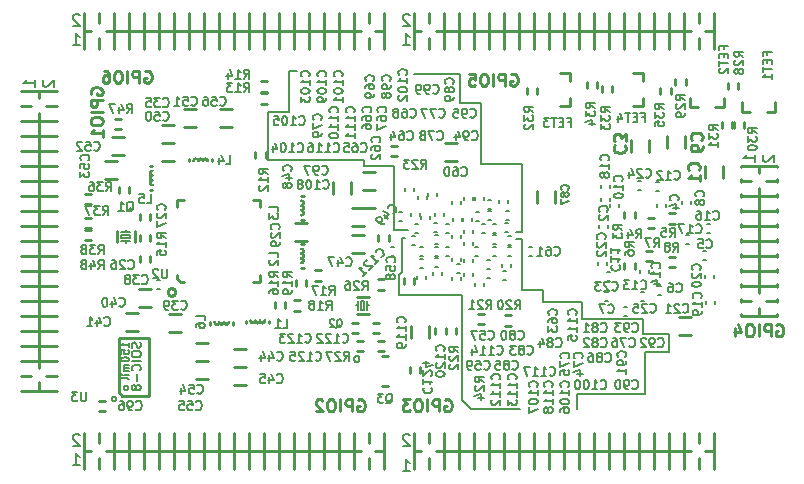
<source format=gbr>
G04 #@! TF.GenerationSoftware,KiCad,Pcbnew,5.1.0-rc2-unknown-036be7d~80~ubuntu16.04.1*
G04 #@! TF.CreationDate,2023-04-21T13:27:13+03:00*
G04 #@! TF.ProjectId,iMX8MPLUS-SOM_Rev_B,694d5838-4d50-44c5-9553-2d534f4d5f52,A*
G04 #@! TF.SameCoordinates,Original*
G04 #@! TF.FileFunction,Legend,Bot*
G04 #@! TF.FilePolarity,Positive*
%FSLAX46Y46*%
G04 Gerber Fmt 4.6, Leading zero omitted, Abs format (unit mm)*
G04 Created by KiCad (PCBNEW 5.1.0-rc2-unknown-036be7d~80~ubuntu16.04.1) date 2023-04-21 13:27:13*
%MOMM*%
%LPD*%
G04 APERTURE LIST*
%ADD10C,0.150000*%
%ADD11C,0.254000*%
%ADD12C,0.127000*%
%ADD13C,0.203200*%
%ADD14C,0.190500*%
%ADD15C,0.200000*%
%ADD16C,0.158750*%
G04 APERTURE END LIST*
D10*
X118364000Y-84836000D02*
X118618000Y-84836000D01*
X117729000Y-84201000D02*
X118872000Y-84201000D01*
X117729000Y-78740000D02*
X117729000Y-84201000D01*
X115189000Y-78740000D02*
X117729000Y-78740000D01*
X115189000Y-78232000D02*
X115189000Y-78740000D01*
X107061000Y-78232000D02*
X115189000Y-78232000D01*
X107061000Y-74168000D02*
X107061000Y-78232000D01*
X108839000Y-74168000D02*
X107061000Y-74168000D01*
X108839000Y-70739000D02*
X108839000Y-74168000D01*
X109474000Y-70739000D02*
X108839000Y-70739000D01*
X123317000Y-70993000D02*
X119380000Y-70993000D01*
X123317000Y-73406000D02*
X123317000Y-70993000D01*
X125095000Y-73406000D02*
X123317000Y-73406000D01*
X125095000Y-78613000D02*
X125095000Y-73406000D01*
X128524000Y-78613000D02*
X125095000Y-78613000D01*
X128524000Y-84328000D02*
X128524000Y-78613000D01*
X128016000Y-84328000D02*
X128524000Y-84328000D01*
X128524000Y-84963000D02*
X128016000Y-84963000D01*
X128524000Y-89281000D02*
X130302000Y-89281000D01*
X128524000Y-84963000D02*
X128524000Y-89281000D01*
X130302000Y-90297000D02*
X130302000Y-89281000D01*
X133604000Y-90297000D02*
X130302000Y-90297000D01*
X133604000Y-91694000D02*
X133604000Y-90297000D01*
X138811000Y-91694000D02*
X133604000Y-91694000D01*
X138811000Y-92964000D02*
X138811000Y-91694000D01*
X140970000Y-92964000D02*
X138811000Y-92964000D01*
X140970000Y-94488000D02*
X140970000Y-92964000D01*
X138938000Y-94488000D02*
X140970000Y-94488000D01*
X138938000Y-98044000D02*
X138938000Y-94488000D01*
X133223000Y-98044000D02*
X138938000Y-98044000D01*
X133223000Y-99314000D02*
X133223000Y-98044000D01*
X118364000Y-87757000D02*
X118364000Y-84836000D01*
X118110000Y-88011000D02*
X118364000Y-87757000D01*
X118110000Y-89662000D02*
X118110000Y-88011000D01*
X123444000Y-89662000D02*
X118110000Y-89662000D01*
X123444000Y-98552000D02*
X123444000Y-89662000D01*
X124206000Y-99314000D02*
X123444000Y-98552000D01*
X128397000Y-99314000D02*
X124206000Y-99314000D01*
D11*
X98679000Y-92837000D02*
X99695000Y-92837000D01*
X98679000Y-91313000D02*
X99695000Y-91313000D01*
X138811000Y-72974200D02*
X138811000Y-73685400D01*
X137972800Y-73685400D02*
X138811000Y-73685400D01*
X137972800Y-70840600D02*
X138811000Y-70840600D01*
X138811000Y-70840600D02*
X138811000Y-71551800D01*
X132588000Y-70840600D02*
X132588000Y-71551800D01*
X131749800Y-70840600D02*
X132588000Y-70840600D01*
X131749800Y-73685400D02*
X132588000Y-73685400D01*
X132588000Y-72974200D02*
X132588000Y-73685400D01*
X99670000Y-88590000D02*
X99970000Y-88590000D01*
X99370000Y-88290000D02*
X99370000Y-87990000D01*
X99370000Y-81590000D02*
X99370000Y-82190000D01*
X99970000Y-81590000D02*
X99370000Y-81590000D01*
X106370000Y-81590000D02*
X105770000Y-81590000D01*
X106370000Y-82190000D02*
X106370000Y-81590000D01*
X106370000Y-88590000D02*
X106370000Y-87990000D01*
X105770000Y-88590000D02*
X106370000Y-88590000D01*
X99670000Y-88590000D02*
X99370000Y-88290000D01*
X143510000Y-103505000D02*
X143510000Y-104394000D01*
X143510000Y-101346000D02*
X143510000Y-102235000D01*
X142240000Y-102870000D02*
X142240000Y-104394000D01*
X140970000Y-102870000D02*
X140970000Y-104394000D01*
X139700000Y-102870000D02*
X139700000Y-104394000D01*
X138430000Y-102870000D02*
X138430000Y-104394000D01*
X137160000Y-102870000D02*
X137160000Y-104394000D01*
X135890000Y-102870000D02*
X135890000Y-104394000D01*
X134620000Y-102870000D02*
X134620000Y-104394000D01*
X133350000Y-102870000D02*
X133350000Y-104394000D01*
X142240000Y-101346000D02*
X142240000Y-102870000D01*
X140970000Y-101346000D02*
X140970000Y-102870000D01*
X139700000Y-101346000D02*
X139700000Y-102870000D01*
X138430000Y-101346000D02*
X138430000Y-102870000D01*
X137160000Y-101346000D02*
X137160000Y-102870000D01*
X135890000Y-101346000D02*
X135890000Y-102870000D01*
X134620000Y-101346000D02*
X134620000Y-102870000D01*
X133350000Y-101346000D02*
X133350000Y-102870000D01*
X144018000Y-102870000D02*
X144780000Y-102870000D01*
X142240000Y-102870000D02*
X142875000Y-102870000D01*
X140970000Y-102870000D02*
X142240000Y-102870000D01*
X139700000Y-102870000D02*
X140970000Y-102870000D01*
X138430000Y-102870000D02*
X139700000Y-102870000D01*
X137160000Y-102870000D02*
X138430000Y-102870000D01*
X135890000Y-102870000D02*
X137160000Y-102870000D01*
X134620000Y-102870000D02*
X135890000Y-102870000D01*
X133350000Y-102870000D02*
X134620000Y-102870000D01*
X132080000Y-102870000D02*
X133350000Y-102870000D01*
X144780000Y-102870000D02*
X144780000Y-101346000D01*
X144780000Y-104394000D02*
X144780000Y-102870000D01*
X119380000Y-104394000D02*
X119380000Y-102870000D01*
X119380000Y-102870000D02*
X119380000Y-101346000D01*
X132080000Y-104394000D02*
X132080000Y-102870000D01*
X132080000Y-102870000D02*
X132080000Y-101346000D01*
X119380000Y-102870000D02*
X120015000Y-102870000D01*
X121285000Y-102870000D02*
X121920000Y-102870000D01*
X121920000Y-102870000D02*
X123190000Y-102870000D01*
X123190000Y-102870000D02*
X124460000Y-102870000D01*
X124460000Y-102870000D02*
X125730000Y-102870000D01*
X125730000Y-102870000D02*
X127000000Y-102870000D01*
X127000000Y-102870000D02*
X128270000Y-102870000D01*
X128270000Y-102870000D02*
X129540000Y-102870000D01*
X129540000Y-102870000D02*
X130810000Y-102870000D01*
X130810000Y-102870000D02*
X132080000Y-102870000D01*
X120650000Y-101346000D02*
X120650000Y-102235000D01*
X121920000Y-101346000D02*
X121920000Y-102870000D01*
X123190000Y-101346000D02*
X123190000Y-102870000D01*
X124460000Y-101346000D02*
X124460000Y-102870000D01*
X125730000Y-101346000D02*
X125730000Y-102870000D01*
X127000000Y-101346000D02*
X127000000Y-102870000D01*
X128270000Y-101346000D02*
X128270000Y-102870000D01*
X129540000Y-101346000D02*
X129540000Y-102870000D01*
X120650000Y-103505000D02*
X120650000Y-104394000D01*
X121920000Y-102870000D02*
X121920000Y-104394000D01*
X123190000Y-102870000D02*
X123190000Y-104394000D01*
X124460000Y-102870000D02*
X124460000Y-104394000D01*
X125730000Y-102870000D02*
X125730000Y-104394000D01*
X127000000Y-102870000D02*
X127000000Y-104394000D01*
X128270000Y-102870000D02*
X128270000Y-104394000D01*
X129540000Y-102870000D02*
X129540000Y-104394000D01*
X130810000Y-101346000D02*
X130810000Y-102870000D01*
X130810000Y-102870000D02*
X130810000Y-104394000D01*
X102870000Y-102870000D02*
X102870000Y-104394000D01*
X102870000Y-101346000D02*
X102870000Y-102870000D01*
X101600000Y-102870000D02*
X101600000Y-104394000D01*
X100330000Y-102870000D02*
X100330000Y-104394000D01*
X99060000Y-102870000D02*
X99060000Y-104394000D01*
X97790000Y-102870000D02*
X97790000Y-104394000D01*
X96520000Y-102870000D02*
X96520000Y-104394000D01*
X95250000Y-102870000D02*
X95250000Y-104394000D01*
X93980000Y-102870000D02*
X93980000Y-104394000D01*
X92710000Y-103505000D02*
X92710000Y-104394000D01*
X101600000Y-101346000D02*
X101600000Y-102870000D01*
X100330000Y-101346000D02*
X100330000Y-102870000D01*
X99060000Y-101346000D02*
X99060000Y-102870000D01*
X97790000Y-101346000D02*
X97790000Y-102870000D01*
X96520000Y-101346000D02*
X96520000Y-102870000D01*
X95250000Y-101346000D02*
X95250000Y-102870000D01*
X93980000Y-101346000D02*
X93980000Y-102870000D01*
X92710000Y-101346000D02*
X92710000Y-102235000D01*
X102870000Y-102870000D02*
X104140000Y-102870000D01*
X101600000Y-102870000D02*
X102870000Y-102870000D01*
X100330000Y-102870000D02*
X101600000Y-102870000D01*
X99060000Y-102870000D02*
X100330000Y-102870000D01*
X97790000Y-102870000D02*
X99060000Y-102870000D01*
X96520000Y-102870000D02*
X97790000Y-102870000D01*
X95250000Y-102870000D02*
X96520000Y-102870000D01*
X93980000Y-102870000D02*
X95250000Y-102870000D01*
X93345000Y-102870000D02*
X93980000Y-102870000D01*
X91440000Y-102870000D02*
X92075000Y-102870000D01*
X104140000Y-102870000D02*
X104140000Y-101346000D01*
X104140000Y-104394000D02*
X104140000Y-102870000D01*
X91440000Y-102870000D02*
X91440000Y-101346000D01*
X91440000Y-104394000D02*
X91440000Y-102870000D01*
X116840000Y-104394000D02*
X116840000Y-102870000D01*
X116840000Y-102870000D02*
X116840000Y-101346000D01*
X104140000Y-102870000D02*
X105410000Y-102870000D01*
X105410000Y-102870000D02*
X106680000Y-102870000D01*
X106680000Y-102870000D02*
X107950000Y-102870000D01*
X107950000Y-102870000D02*
X109220000Y-102870000D01*
X109220000Y-102870000D02*
X110490000Y-102870000D01*
X110490000Y-102870000D02*
X111760000Y-102870000D01*
X111760000Y-102870000D02*
X113030000Y-102870000D01*
X113030000Y-102870000D02*
X114300000Y-102870000D01*
X114300000Y-102870000D02*
X114935000Y-102870000D01*
X116078000Y-102870000D02*
X116840000Y-102870000D01*
X105410000Y-101346000D02*
X105410000Y-102870000D01*
X106680000Y-101346000D02*
X106680000Y-102870000D01*
X107950000Y-101346000D02*
X107950000Y-102870000D01*
X109220000Y-101346000D02*
X109220000Y-102870000D01*
X110490000Y-101346000D02*
X110490000Y-102870000D01*
X111760000Y-101346000D02*
X111760000Y-102870000D01*
X113030000Y-101346000D02*
X113030000Y-102870000D01*
X114300000Y-101346000D02*
X114300000Y-102870000D01*
X105410000Y-102870000D02*
X105410000Y-104394000D01*
X106680000Y-102870000D02*
X106680000Y-104394000D01*
X107950000Y-102870000D02*
X107950000Y-104394000D01*
X109220000Y-102870000D02*
X109220000Y-104394000D01*
X110490000Y-102870000D02*
X110490000Y-104394000D01*
X111760000Y-102870000D02*
X111760000Y-104394000D01*
X113030000Y-102870000D02*
X113030000Y-104394000D01*
X114300000Y-102870000D02*
X114300000Y-104394000D01*
X115570000Y-101346000D02*
X115570000Y-102235000D01*
X115570000Y-103505000D02*
X115570000Y-104394000D01*
X87630000Y-83820000D02*
X86106000Y-83820000D01*
X89154000Y-83820000D02*
X87630000Y-83820000D01*
X87630000Y-82550000D02*
X86106000Y-82550000D01*
X87630000Y-81280000D02*
X86106000Y-81280000D01*
X87630000Y-80010000D02*
X86106000Y-80010000D01*
X87630000Y-78740000D02*
X86106000Y-78740000D01*
X87630000Y-77470000D02*
X86106000Y-77470000D01*
X87630000Y-76200000D02*
X86106000Y-76200000D01*
X87630000Y-74930000D02*
X86106000Y-74930000D01*
X86995000Y-73660000D02*
X86106000Y-73660000D01*
X89154000Y-82550000D02*
X87630000Y-82550000D01*
X89154000Y-81280000D02*
X87630000Y-81280000D01*
X89154000Y-80010000D02*
X87630000Y-80010000D01*
X89154000Y-78740000D02*
X87630000Y-78740000D01*
X89154000Y-77470000D02*
X87630000Y-77470000D01*
X89154000Y-76200000D02*
X87630000Y-76200000D01*
X89154000Y-74930000D02*
X87630000Y-74930000D01*
X89154000Y-73660000D02*
X88265000Y-73660000D01*
X87630000Y-83820000D02*
X87630000Y-85090000D01*
X87630000Y-82550000D02*
X87630000Y-83820000D01*
X87630000Y-81280000D02*
X87630000Y-82550000D01*
X87630000Y-80010000D02*
X87630000Y-81280000D01*
X87630000Y-78740000D02*
X87630000Y-80010000D01*
X87630000Y-77470000D02*
X87630000Y-78740000D01*
X87630000Y-76200000D02*
X87630000Y-77470000D01*
X87630000Y-74930000D02*
X87630000Y-76200000D01*
X87630000Y-74295000D02*
X87630000Y-74930000D01*
X87630000Y-72390000D02*
X87630000Y-73025000D01*
X87630000Y-85090000D02*
X89154000Y-85090000D01*
X86106000Y-85090000D02*
X87630000Y-85090000D01*
X87630000Y-72390000D02*
X89154000Y-72390000D01*
X86106000Y-72390000D02*
X87630000Y-72390000D01*
X86106000Y-97790000D02*
X87630000Y-97790000D01*
X87630000Y-97790000D02*
X89154000Y-97790000D01*
X87630000Y-85090000D02*
X87630000Y-86360000D01*
X87630000Y-86360000D02*
X87630000Y-87630000D01*
X87630000Y-87630000D02*
X87630000Y-88900000D01*
X87630000Y-88900000D02*
X87630000Y-90170000D01*
X87630000Y-90170000D02*
X87630000Y-91440000D01*
X87630000Y-91440000D02*
X87630000Y-92710000D01*
X87630000Y-92710000D02*
X87630000Y-93980000D01*
X87630000Y-93980000D02*
X87630000Y-95250000D01*
X87630000Y-95250000D02*
X87630000Y-95885000D01*
X87630000Y-97028000D02*
X87630000Y-97790000D01*
X89154000Y-86360000D02*
X87630000Y-86360000D01*
X89154000Y-87630000D02*
X87630000Y-87630000D01*
X89154000Y-88900000D02*
X87630000Y-88900000D01*
X89154000Y-90170000D02*
X87630000Y-90170000D01*
X89154000Y-91440000D02*
X87630000Y-91440000D01*
X89154000Y-92710000D02*
X87630000Y-92710000D01*
X89154000Y-93980000D02*
X87630000Y-93980000D01*
X89154000Y-95250000D02*
X87630000Y-95250000D01*
X87630000Y-86360000D02*
X86106000Y-86360000D01*
X87630000Y-87630000D02*
X86106000Y-87630000D01*
X87630000Y-88900000D02*
X86106000Y-88900000D01*
X87630000Y-90170000D02*
X86106000Y-90170000D01*
X87630000Y-91440000D02*
X86106000Y-91440000D01*
X87630000Y-92710000D02*
X86106000Y-92710000D01*
X87630000Y-93980000D02*
X86106000Y-93980000D01*
X87630000Y-95250000D02*
X86106000Y-95250000D01*
X89154000Y-96520000D02*
X88265000Y-96520000D01*
X86995000Y-96520000D02*
X86106000Y-96520000D01*
X145542000Y-79756000D02*
X145542000Y-78740000D01*
X144018000Y-79756000D02*
X144018000Y-78740000D01*
X137795000Y-77597000D02*
X137795000Y-76581000D01*
X139319000Y-77597000D02*
X139319000Y-76581000D01*
X142367000Y-77216000D02*
X142367000Y-76200000D01*
X140843000Y-77216000D02*
X140843000Y-76200000D01*
X142875000Y-93091000D02*
X141859000Y-93091000D01*
X142875000Y-91567000D02*
X141859000Y-91567000D01*
X97091500Y-86614000D02*
X97091500Y-86360000D01*
X97091500Y-86614000D02*
X97091500Y-86868000D01*
X96202500Y-86614000D02*
X96202500Y-86868000D01*
X96202500Y-86614000D02*
X96202500Y-86360000D01*
X96202500Y-83058000D02*
X96202500Y-83312000D01*
X96202500Y-83058000D02*
X96202500Y-82804000D01*
X97091500Y-83058000D02*
X97091500Y-82804000D01*
X97091500Y-83058000D02*
X97091500Y-83312000D01*
X110363000Y-83566000D02*
X109347000Y-83566000D01*
X110363000Y-85090000D02*
X109347000Y-85090000D01*
X98044000Y-75311000D02*
X99060000Y-75311000D01*
X98044000Y-76835000D02*
X99060000Y-76835000D01*
X96139000Y-89154000D02*
X97155000Y-89154000D01*
X96139000Y-90678000D02*
X97155000Y-90678000D01*
X96012000Y-91186000D02*
X94996000Y-91186000D01*
X96012000Y-92710000D02*
X94996000Y-92710000D01*
X104140000Y-94234000D02*
X105156000Y-94234000D01*
X104140000Y-95758000D02*
X105156000Y-95758000D01*
X104140000Y-97282000D02*
X105156000Y-97282000D01*
X104140000Y-95758000D02*
X105156000Y-95758000D01*
X115189000Y-86106000D02*
X114173000Y-86106000D01*
X115189000Y-84582000D02*
X114173000Y-84582000D01*
X112522000Y-80137000D02*
X112522000Y-81153000D01*
X114046000Y-80137000D02*
X114046000Y-81153000D01*
X115189000Y-83820000D02*
X114173000Y-83820000D01*
X115189000Y-82296000D02*
X114173000Y-82296000D01*
X98044000Y-78359000D02*
X99060000Y-78359000D01*
X98044000Y-76835000D02*
X99060000Y-76835000D01*
X100965000Y-73914000D02*
X99949000Y-73914000D01*
X100965000Y-75438000D02*
X99949000Y-75438000D01*
X93853000Y-76327000D02*
X94869000Y-76327000D01*
X93853000Y-77851000D02*
X94869000Y-77851000D01*
X93218000Y-79883000D02*
X94234000Y-79883000D01*
X93218000Y-78359000D02*
X94234000Y-78359000D01*
X100965000Y-95250000D02*
X101981000Y-95250000D01*
X100965000Y-93726000D02*
X101981000Y-93726000D01*
X100965000Y-96774000D02*
X101981000Y-96774000D01*
X100965000Y-95250000D02*
X101981000Y-95250000D01*
X102997000Y-73914000D02*
X104013000Y-73914000D01*
X102997000Y-75438000D02*
X104013000Y-75438000D01*
X123063000Y-78359000D02*
X122047000Y-78359000D01*
X123063000Y-76835000D02*
X122047000Y-76835000D01*
X129794000Y-80899000D02*
X129794000Y-81915000D01*
X131318000Y-80899000D02*
X131318000Y-81915000D01*
X92964000Y-98615500D02*
X92710000Y-98615500D01*
X92964000Y-98615500D02*
X93218000Y-98615500D01*
X92964000Y-99504500D02*
X93218000Y-99504500D01*
X92964000Y-99504500D02*
X92710000Y-99504500D01*
X116078000Y-79248000D02*
X115062000Y-79248000D01*
X116078000Y-80772000D02*
X115062000Y-80772000D01*
X116078000Y-80772000D02*
X115062000Y-80772000D01*
X116078000Y-82296000D02*
X115062000Y-82296000D01*
X119126000Y-93345000D02*
X119126000Y-92329000D01*
X120650000Y-93345000D02*
X120650000Y-92329000D01*
X121221500Y-92710000D02*
X121221500Y-92964000D01*
X121221500Y-92710000D02*
X121221500Y-92456000D01*
X122110500Y-92710000D02*
X122110500Y-92456000D01*
X122110500Y-92710000D02*
X122110500Y-92964000D01*
X116395500Y-84836000D02*
X116395500Y-84582000D01*
X116395500Y-84836000D02*
X116395500Y-85090000D01*
X117284500Y-84836000D02*
X117284500Y-85090000D01*
X117284500Y-84836000D02*
X117284500Y-84582000D01*
X116205000Y-92011500D02*
X116459000Y-92011500D01*
X116205000Y-92011500D02*
X115951000Y-92011500D01*
X116205000Y-92900500D02*
X115951000Y-92900500D01*
X116205000Y-92900500D02*
X116459000Y-92900500D01*
X114427000Y-92900500D02*
X114173000Y-92900500D01*
X114427000Y-92900500D02*
X114681000Y-92900500D01*
X114427000Y-92011500D02*
X114681000Y-92011500D01*
X114427000Y-92011500D02*
X114173000Y-92011500D01*
X119062500Y-96012000D02*
X119062500Y-96266000D01*
X119062500Y-96012000D02*
X119062500Y-95758000D01*
X119951500Y-96012000D02*
X119951500Y-95758000D01*
X119951500Y-96012000D02*
X119951500Y-96266000D01*
X114808000Y-94424500D02*
X115062000Y-94424500D01*
X114808000Y-94424500D02*
X114554000Y-94424500D01*
X114808000Y-93535500D02*
X114554000Y-93535500D01*
X114808000Y-93535500D02*
X115062000Y-93535500D01*
X115570000Y-67945000D02*
X115570000Y-68834000D01*
X115570000Y-65786000D02*
X115570000Y-66675000D01*
X114300000Y-67310000D02*
X114300000Y-68834000D01*
X113030000Y-67310000D02*
X113030000Y-68834000D01*
X111760000Y-67310000D02*
X111760000Y-68834000D01*
X110490000Y-67310000D02*
X110490000Y-68834000D01*
X109220000Y-67310000D02*
X109220000Y-68834000D01*
X107950000Y-67310000D02*
X107950000Y-68834000D01*
X106680000Y-67310000D02*
X106680000Y-68834000D01*
X105410000Y-67310000D02*
X105410000Y-68834000D01*
X114300000Y-65786000D02*
X114300000Y-67310000D01*
X113030000Y-65786000D02*
X113030000Y-67310000D01*
X111760000Y-65786000D02*
X111760000Y-67310000D01*
X110490000Y-65786000D02*
X110490000Y-67310000D01*
X109220000Y-65786000D02*
X109220000Y-67310000D01*
X107950000Y-65786000D02*
X107950000Y-67310000D01*
X106680000Y-65786000D02*
X106680000Y-67310000D01*
X105410000Y-65786000D02*
X105410000Y-67310000D01*
X116078000Y-67310000D02*
X116840000Y-67310000D01*
X114300000Y-67310000D02*
X114935000Y-67310000D01*
X113030000Y-67310000D02*
X114300000Y-67310000D01*
X111760000Y-67310000D02*
X113030000Y-67310000D01*
X110490000Y-67310000D02*
X111760000Y-67310000D01*
X109220000Y-67310000D02*
X110490000Y-67310000D01*
X107950000Y-67310000D02*
X109220000Y-67310000D01*
X106680000Y-67310000D02*
X107950000Y-67310000D01*
X105410000Y-67310000D02*
X106680000Y-67310000D01*
X104140000Y-67310000D02*
X105410000Y-67310000D01*
X116840000Y-67310000D02*
X116840000Y-65786000D01*
X116840000Y-68834000D02*
X116840000Y-67310000D01*
X91440000Y-68834000D02*
X91440000Y-67310000D01*
X91440000Y-67310000D02*
X91440000Y-65786000D01*
X104140000Y-68834000D02*
X104140000Y-67310000D01*
X104140000Y-67310000D02*
X104140000Y-65786000D01*
X91440000Y-67310000D02*
X92075000Y-67310000D01*
X93345000Y-67310000D02*
X93980000Y-67310000D01*
X93980000Y-67310000D02*
X95250000Y-67310000D01*
X95250000Y-67310000D02*
X96520000Y-67310000D01*
X96520000Y-67310000D02*
X97790000Y-67310000D01*
X97790000Y-67310000D02*
X99060000Y-67310000D01*
X99060000Y-67310000D02*
X100330000Y-67310000D01*
X100330000Y-67310000D02*
X101600000Y-67310000D01*
X101600000Y-67310000D02*
X102870000Y-67310000D01*
X102870000Y-67310000D02*
X104140000Y-67310000D01*
X92710000Y-65786000D02*
X92710000Y-66675000D01*
X93980000Y-65786000D02*
X93980000Y-67310000D01*
X95250000Y-65786000D02*
X95250000Y-67310000D01*
X96520000Y-65786000D02*
X96520000Y-67310000D01*
X97790000Y-65786000D02*
X97790000Y-67310000D01*
X99060000Y-65786000D02*
X99060000Y-67310000D01*
X100330000Y-65786000D02*
X100330000Y-67310000D01*
X101600000Y-65786000D02*
X101600000Y-67310000D01*
X92710000Y-67945000D02*
X92710000Y-68834000D01*
X93980000Y-67310000D02*
X93980000Y-68834000D01*
X95250000Y-67310000D02*
X95250000Y-68834000D01*
X96520000Y-67310000D02*
X96520000Y-68834000D01*
X97790000Y-67310000D02*
X97790000Y-68834000D01*
X99060000Y-67310000D02*
X99060000Y-68834000D01*
X100330000Y-67310000D02*
X100330000Y-68834000D01*
X101600000Y-67310000D02*
X101600000Y-68834000D01*
X102870000Y-65786000D02*
X102870000Y-67310000D01*
X102870000Y-67310000D02*
X102870000Y-68834000D01*
X130810000Y-67310000D02*
X130810000Y-68834000D01*
X130810000Y-65786000D02*
X130810000Y-67310000D01*
X129540000Y-67310000D02*
X129540000Y-68834000D01*
X128270000Y-67310000D02*
X128270000Y-68834000D01*
X127000000Y-67310000D02*
X127000000Y-68834000D01*
X125730000Y-67310000D02*
X125730000Y-68834000D01*
X124460000Y-67310000D02*
X124460000Y-68834000D01*
X123190000Y-67310000D02*
X123190000Y-68834000D01*
X121920000Y-67310000D02*
X121920000Y-68834000D01*
X120650000Y-67945000D02*
X120650000Y-68834000D01*
X129540000Y-65786000D02*
X129540000Y-67310000D01*
X128270000Y-65786000D02*
X128270000Y-67310000D01*
X127000000Y-65786000D02*
X127000000Y-67310000D01*
X125730000Y-65786000D02*
X125730000Y-67310000D01*
X124460000Y-65786000D02*
X124460000Y-67310000D01*
X123190000Y-65786000D02*
X123190000Y-67310000D01*
X121920000Y-65786000D02*
X121920000Y-67310000D01*
X120650000Y-65786000D02*
X120650000Y-66675000D01*
X130810000Y-67310000D02*
X132080000Y-67310000D01*
X129540000Y-67310000D02*
X130810000Y-67310000D01*
X128270000Y-67310000D02*
X129540000Y-67310000D01*
X127000000Y-67310000D02*
X128270000Y-67310000D01*
X125730000Y-67310000D02*
X127000000Y-67310000D01*
X124460000Y-67310000D02*
X125730000Y-67310000D01*
X123190000Y-67310000D02*
X124460000Y-67310000D01*
X121920000Y-67310000D02*
X123190000Y-67310000D01*
X121285000Y-67310000D02*
X121920000Y-67310000D01*
X119380000Y-67310000D02*
X120015000Y-67310000D01*
X132080000Y-67310000D02*
X132080000Y-65786000D01*
X132080000Y-68834000D02*
X132080000Y-67310000D01*
X119380000Y-67310000D02*
X119380000Y-65786000D01*
X119380000Y-68834000D02*
X119380000Y-67310000D01*
X144780000Y-68834000D02*
X144780000Y-67310000D01*
X144780000Y-67310000D02*
X144780000Y-65786000D01*
X132080000Y-67310000D02*
X133350000Y-67310000D01*
X133350000Y-67310000D02*
X134620000Y-67310000D01*
X134620000Y-67310000D02*
X135890000Y-67310000D01*
X135890000Y-67310000D02*
X137160000Y-67310000D01*
X137160000Y-67310000D02*
X138430000Y-67310000D01*
X138430000Y-67310000D02*
X139700000Y-67310000D01*
X139700000Y-67310000D02*
X140970000Y-67310000D01*
X140970000Y-67310000D02*
X142240000Y-67310000D01*
X142240000Y-67310000D02*
X142875000Y-67310000D01*
X144018000Y-67310000D02*
X144780000Y-67310000D01*
X133350000Y-65786000D02*
X133350000Y-67310000D01*
X134620000Y-65786000D02*
X134620000Y-67310000D01*
X135890000Y-65786000D02*
X135890000Y-67310000D01*
X137160000Y-65786000D02*
X137160000Y-67310000D01*
X138430000Y-65786000D02*
X138430000Y-67310000D01*
X139700000Y-65786000D02*
X139700000Y-67310000D01*
X140970000Y-65786000D02*
X140970000Y-67310000D01*
X142240000Y-65786000D02*
X142240000Y-67310000D01*
X133350000Y-67310000D02*
X133350000Y-68834000D01*
X134620000Y-67310000D02*
X134620000Y-68834000D01*
X135890000Y-67310000D02*
X135890000Y-68834000D01*
X137160000Y-67310000D02*
X137160000Y-68834000D01*
X138430000Y-67310000D02*
X138430000Y-68834000D01*
X139700000Y-67310000D02*
X139700000Y-68834000D01*
X140970000Y-67310000D02*
X140970000Y-68834000D01*
X142240000Y-67310000D02*
X142240000Y-68834000D01*
X143510000Y-65786000D02*
X143510000Y-66675000D01*
X143510000Y-67945000D02*
X143510000Y-68834000D01*
X107172000Y-92048000D02*
X107172000Y-91848000D01*
X105172000Y-92048000D02*
X105172000Y-91848000D01*
X105972000Y-91848000D02*
G75*
G03X106372000Y-91848000I200000J0D01*
G01*
X105572000Y-91848000D02*
G75*
G03X105972000Y-91848000I200000J0D01*
G01*
X106372000Y-91848000D02*
G75*
G03X106772000Y-91848000I200000J0D01*
G01*
X110066000Y-85360000D02*
X109866000Y-85360000D01*
X110066000Y-87360000D02*
X109866000Y-87360000D01*
X109866000Y-86560000D02*
G75*
G03X109866000Y-86160000I0J200000D01*
G01*
X109866000Y-86960000D02*
G75*
G03X109866000Y-86560000I0J200000D01*
G01*
X109866000Y-86160000D02*
G75*
G03X109866000Y-85760000I0J200000D01*
G01*
X110082000Y-83296000D02*
X109882000Y-83296000D01*
X110082000Y-81296000D02*
X109882000Y-81296000D01*
X109882000Y-82096000D02*
G75*
G03X109882000Y-81696000I0J200000D01*
G01*
X109882000Y-82896000D02*
G75*
G03X109882000Y-82496000I0J200000D01*
G01*
X109882000Y-82496000D02*
G75*
G03X109882000Y-82096000I0J200000D01*
G01*
X102346000Y-78132000D02*
X102346000Y-78332000D01*
X100346000Y-78132000D02*
X100346000Y-78332000D01*
X101146000Y-78332000D02*
G75*
G03X100746000Y-78332000I-200000J0D01*
G01*
X101946000Y-78332000D02*
G75*
G03X101546000Y-78332000I-200000J0D01*
G01*
X101546000Y-78332000D02*
G75*
G03X101146000Y-78332000I-200000J0D01*
G01*
X95746000Y-84209000D02*
X95746000Y-85209000D01*
X94246000Y-84209000D02*
X94246000Y-85209000D01*
D12*
X95377000Y-84836000D02*
X95377000Y-84582000D01*
X95377000Y-84582000D02*
X94615000Y-84582000D01*
X94615000Y-84582000D02*
X94615000Y-84836000D01*
X94615000Y-84836000D02*
X95377000Y-84836000D01*
X94615000Y-85090000D02*
X95377000Y-85090000D01*
X95377000Y-84328000D02*
X94615000Y-84328000D01*
X94996000Y-84328000D02*
X94996000Y-84137500D01*
X94996000Y-85280500D02*
X94996000Y-85090000D01*
D11*
X114562000Y-89801000D02*
X115562000Y-89801000D01*
X114562000Y-91301000D02*
X115562000Y-91301000D01*
D12*
X115189000Y-90170000D02*
X114935000Y-90170000D01*
X114935000Y-90170000D02*
X114935000Y-90932000D01*
X114935000Y-90932000D02*
X115189000Y-90932000D01*
X115189000Y-90932000D02*
X115189000Y-90170000D01*
X115443000Y-90932000D02*
X115443000Y-90170000D01*
X114681000Y-90170000D02*
X114681000Y-90932000D01*
X114681000Y-90551000D02*
X114490500Y-90551000D01*
X115633500Y-90551000D02*
X115443000Y-90551000D01*
D11*
X117221000Y-94869000D02*
X116713000Y-94869000D01*
X117221000Y-97409000D02*
X116713000Y-97409000D01*
X137223500Y-82931000D02*
X137223500Y-83185000D01*
X137223500Y-82931000D02*
X137223500Y-82677000D01*
X138112500Y-82931000D02*
X138112500Y-82677000D01*
X138112500Y-82931000D02*
X138112500Y-83185000D01*
X139446000Y-83121500D02*
X139700000Y-83121500D01*
X139446000Y-83121500D02*
X139192000Y-83121500D01*
X139446000Y-84010500D02*
X139192000Y-84010500D01*
X139446000Y-84010500D02*
X139700000Y-84010500D01*
X141224000Y-82740500D02*
X140970000Y-82740500D01*
X141224000Y-82740500D02*
X141478000Y-82740500D01*
X141224000Y-83629500D02*
X141478000Y-83629500D01*
X141224000Y-83629500D02*
X140970000Y-83629500D01*
X138112500Y-87249000D02*
X138112500Y-86995000D01*
X138112500Y-87249000D02*
X138112500Y-87503000D01*
X137223500Y-87249000D02*
X137223500Y-87503000D01*
X137223500Y-87249000D02*
X137223500Y-86995000D01*
X139319000Y-85915500D02*
X139573000Y-85915500D01*
X139319000Y-85915500D02*
X139065000Y-85915500D01*
X139319000Y-86804500D02*
X139065000Y-86804500D01*
X139319000Y-86804500D02*
X139573000Y-86804500D01*
X141224000Y-86423500D02*
X140970000Y-86423500D01*
X141224000Y-86423500D02*
X141478000Y-86423500D01*
X141224000Y-87312500D02*
X141478000Y-87312500D01*
X141224000Y-87312500D02*
X140970000Y-87312500D01*
X105981500Y-77851000D02*
X105981500Y-78105000D01*
X105981500Y-77851000D02*
X105981500Y-77597000D01*
X106870500Y-77851000D02*
X106870500Y-77597000D01*
X106870500Y-77851000D02*
X106870500Y-78105000D01*
X106680000Y-72580500D02*
X106426000Y-72580500D01*
X106680000Y-72580500D02*
X106934000Y-72580500D01*
X106680000Y-73469500D02*
X106934000Y-73469500D01*
X106680000Y-73469500D02*
X106426000Y-73469500D01*
X106680000Y-71564500D02*
X106426000Y-71564500D01*
X106680000Y-71564500D02*
X106934000Y-71564500D01*
X106680000Y-72453500D02*
X106934000Y-72453500D01*
X106680000Y-72453500D02*
X106426000Y-72453500D01*
X97091500Y-84836000D02*
X97091500Y-85090000D01*
X97091500Y-84836000D02*
X97091500Y-84582000D01*
X96202500Y-84836000D02*
X96202500Y-84582000D01*
X96202500Y-84836000D02*
X96202500Y-85090000D01*
X107632500Y-90551000D02*
X107632500Y-90805000D01*
X107632500Y-90551000D02*
X107632500Y-90297000D01*
X108521500Y-90551000D02*
X108521500Y-90297000D01*
X108521500Y-90551000D02*
X108521500Y-90805000D01*
X111252000Y-88455500D02*
X111506000Y-88455500D01*
X111252000Y-88455500D02*
X110998000Y-88455500D01*
X111252000Y-87566500D02*
X110998000Y-87566500D01*
X111252000Y-87566500D02*
X111506000Y-87566500D01*
X109474000Y-90106500D02*
X109728000Y-90106500D01*
X109474000Y-90106500D02*
X109220000Y-90106500D01*
X109474000Y-90995500D02*
X109220000Y-90995500D01*
X109474000Y-90995500D02*
X109728000Y-90995500D01*
X110299500Y-88646000D02*
X110299500Y-88900000D01*
X110299500Y-88646000D02*
X110299500Y-88392000D01*
X109410500Y-88646000D02*
X109410500Y-88392000D01*
X109410500Y-88646000D02*
X109410500Y-88900000D01*
X127381000Y-92265500D02*
X127127000Y-92265500D01*
X127381000Y-92265500D02*
X127635000Y-92265500D01*
X127381000Y-91376500D02*
X127635000Y-91376500D01*
X127381000Y-91376500D02*
X127127000Y-91376500D01*
X125095000Y-91249500D02*
X124841000Y-91249500D01*
X125095000Y-91249500D02*
X125349000Y-91249500D01*
X125095000Y-92138500D02*
X125349000Y-92138500D01*
X125095000Y-92138500D02*
X124841000Y-92138500D01*
X122110500Y-92710000D02*
X122110500Y-92456000D01*
X122110500Y-92710000D02*
X122110500Y-92964000D01*
X122999500Y-92710000D02*
X122999500Y-92964000D01*
X122999500Y-92710000D02*
X122999500Y-92456000D01*
X117729000Y-77914500D02*
X117475000Y-77914500D01*
X117729000Y-77914500D02*
X117983000Y-77914500D01*
X117729000Y-77025500D02*
X117983000Y-77025500D01*
X117729000Y-77025500D02*
X117475000Y-77025500D01*
X119443500Y-88519000D02*
X119443500Y-88265000D01*
X119443500Y-88519000D02*
X119443500Y-88773000D01*
X118554500Y-88519000D02*
X118554500Y-88773000D01*
X118554500Y-88519000D02*
X118554500Y-88265000D01*
X116586000Y-89217500D02*
X116840000Y-89217500D01*
X116586000Y-89217500D02*
X116332000Y-89217500D01*
X116586000Y-88328500D02*
X116332000Y-88328500D01*
X116586000Y-88328500D02*
X116840000Y-88328500D01*
X116586000Y-93535500D02*
X116332000Y-93535500D01*
X116586000Y-93535500D02*
X116840000Y-93535500D01*
X116586000Y-94424500D02*
X116840000Y-94424500D01*
X116586000Y-94424500D02*
X116332000Y-94424500D01*
D13*
X94204866Y-98483420D02*
G75*
G03X94204866Y-98483420I-197566J0D01*
G01*
D11*
X96941000Y-93308000D02*
X94401000Y-93308000D01*
X94401000Y-93308000D02*
X94401000Y-97908000D01*
X94401000Y-97908000D02*
X94671000Y-98208000D01*
X94671000Y-98208000D02*
X96941000Y-98208000D01*
X96941000Y-98208000D02*
X96941000Y-93308000D01*
D13*
X95233566Y-97536000D02*
G75*
G03X95233566Y-97536000I-197566J0D01*
G01*
D11*
X147878800Y-74168000D02*
X147167600Y-74168000D01*
X147167600Y-73329800D02*
X147167600Y-74168000D01*
X150012400Y-73329800D02*
X150012400Y-74168000D01*
X150012400Y-74168000D02*
X149301200Y-74168000D01*
X145628360Y-73787000D02*
X144917160Y-73787000D01*
X145628360Y-72948800D02*
X145628360Y-73787000D01*
X142783560Y-72948800D02*
X142783560Y-73787000D01*
X143494760Y-73787000D02*
X142783560Y-73787000D01*
X146875500Y-72009000D02*
X146875500Y-71755000D01*
X146875500Y-72009000D02*
X146875500Y-72263000D01*
X145986500Y-72009000D02*
X145986500Y-72263000D01*
X145986500Y-72009000D02*
X145986500Y-71755000D01*
X142430500Y-71628000D02*
X142430500Y-71374000D01*
X142430500Y-71628000D02*
X142430500Y-71882000D01*
X141541500Y-71628000D02*
X141541500Y-71882000D01*
X141541500Y-71628000D02*
X141541500Y-71374000D01*
X146494500Y-75311000D02*
X146494500Y-75057000D01*
X146494500Y-75311000D02*
X146494500Y-75565000D01*
X147383500Y-75311000D02*
X147383500Y-75565000D01*
X147383500Y-75311000D02*
X147383500Y-75057000D01*
X146367500Y-75311000D02*
X146367500Y-75057000D01*
X146367500Y-75311000D02*
X146367500Y-75565000D01*
X145478500Y-75311000D02*
X145478500Y-75565000D01*
X145478500Y-75311000D02*
X145478500Y-75057000D01*
X129857500Y-72390000D02*
X129857500Y-72136000D01*
X129857500Y-72390000D02*
X129857500Y-72644000D01*
X128968500Y-72390000D02*
X128968500Y-72644000D01*
X128968500Y-72390000D02*
X128968500Y-72136000D01*
X136207500Y-72263000D02*
X136207500Y-72009000D01*
X136207500Y-72263000D02*
X136207500Y-72517000D01*
X135318500Y-72263000D02*
X135318500Y-72517000D01*
X135318500Y-72263000D02*
X135318500Y-72009000D01*
X134937500Y-71882000D02*
X134937500Y-72136000D01*
X134937500Y-71882000D02*
X134937500Y-71628000D01*
X134048500Y-71882000D02*
X134048500Y-71628000D01*
X134048500Y-71882000D02*
X134048500Y-72136000D01*
X140271500Y-72390000D02*
X140271500Y-72136000D01*
X140271500Y-72390000D02*
X140271500Y-72644000D01*
X141160500Y-72390000D02*
X141160500Y-72644000D01*
X141160500Y-72390000D02*
X141160500Y-72136000D01*
D12*
X124409200Y-84162900D02*
X124409200Y-84416900D01*
X123647200Y-84162900D02*
X123647200Y-84416900D01*
X122619000Y-84623000D02*
X122619000Y-84877000D01*
X123381000Y-84623000D02*
X123381000Y-84877000D01*
X125145800Y-83642200D02*
X125399800Y-83642200D01*
X125145800Y-84404200D02*
X125399800Y-84404200D01*
X122364500Y-83619000D02*
X122110500Y-83619000D01*
X122364500Y-84381000D02*
X122110500Y-84381000D01*
X122682000Y-83377000D02*
X122682000Y-83123000D01*
X123444000Y-83377000D02*
X123444000Y-83123000D01*
X124333000Y-83377000D02*
X124333000Y-83123000D01*
X123571000Y-83377000D02*
X123571000Y-83123000D01*
X124701300Y-82626200D02*
X124955300Y-82626200D01*
X124701300Y-83388200D02*
X124955300Y-83388200D01*
X122605800Y-82003900D02*
X122605800Y-81749900D01*
X123367800Y-82003900D02*
X123367800Y-81749900D01*
X123621800Y-86652100D02*
X123621800Y-86906100D01*
X124383800Y-86652100D02*
X124383800Y-86906100D01*
X123367800Y-86537800D02*
X123367800Y-86791800D01*
X122605800Y-86537800D02*
X122605800Y-86791800D01*
X126365000Y-85623400D02*
X126111000Y-85623400D01*
X126365000Y-86385400D02*
X126111000Y-86385400D01*
X125933200Y-82575400D02*
X125679200Y-82575400D01*
X125933200Y-83337400D02*
X125679200Y-83337400D01*
X126365000Y-84404200D02*
X126111000Y-84404200D01*
X126365000Y-83642200D02*
X126111000Y-83642200D01*
X119126000Y-82765900D02*
X119126000Y-83019900D01*
X119888000Y-82765900D02*
X119888000Y-83019900D01*
X121158000Y-85381000D02*
X121412000Y-85381000D01*
X121158000Y-84619000D02*
X121412000Y-84619000D01*
X126365000Y-84619000D02*
X126111000Y-84619000D01*
X126365000Y-85381000D02*
X126111000Y-85381000D01*
X124588900Y-85619000D02*
X124842900Y-85619000D01*
X124588900Y-86381000D02*
X124842900Y-86381000D01*
X121158000Y-86381000D02*
X121412000Y-86381000D01*
X121158000Y-85619000D02*
X121412000Y-85619000D01*
X122364500Y-86385400D02*
X122110500Y-86385400D01*
X122364500Y-85623400D02*
X122110500Y-85623400D01*
X121158000Y-86537800D02*
X121412000Y-86537800D01*
X121158000Y-87299800D02*
X121412000Y-87299800D01*
X125857000Y-86664800D02*
X125603000Y-86664800D01*
X125857000Y-87426800D02*
X125603000Y-87426800D01*
X126619000Y-81915000D02*
X126619000Y-81661000D01*
X127381000Y-81915000D02*
X127381000Y-81661000D01*
X126987300Y-88366600D02*
X127241300Y-88366600D01*
X126987300Y-87604600D02*
X127241300Y-87604600D01*
X127635000Y-87033100D02*
X127635000Y-87287100D01*
X126873000Y-87033100D02*
X126873000Y-87287100D01*
X127330200Y-86360000D02*
X127584200Y-86360000D01*
X127330200Y-85598000D02*
X127584200Y-85598000D01*
X127330200Y-84683600D02*
X127584200Y-84683600D01*
X127330200Y-85445600D02*
X127584200Y-85445600D01*
X127152400Y-84328000D02*
X127406400Y-84328000D01*
X127152400Y-83566000D02*
X127406400Y-83566000D01*
X127203200Y-82575400D02*
X127457200Y-82575400D01*
X127203200Y-83337400D02*
X127457200Y-83337400D01*
X119227600Y-84632800D02*
X119481600Y-84632800D01*
X119227600Y-85394800D02*
X119481600Y-85394800D01*
X117729000Y-85619000D02*
X117475000Y-85619000D01*
X117729000Y-86381000D02*
X117475000Y-86381000D01*
X120142000Y-87376000D02*
X119888000Y-87376000D01*
X120142000Y-86614000D02*
X119888000Y-86614000D01*
X97663000Y-89154000D02*
X97917000Y-89154000D01*
X97663000Y-88392000D02*
X97917000Y-88392000D01*
X124383800Y-81356200D02*
X124383800Y-81610200D01*
X123621800Y-81356200D02*
X123621800Y-81610200D01*
X125933200Y-81610200D02*
X125679200Y-81610200D01*
X125933200Y-82372200D02*
X125679200Y-82372200D01*
X125857000Y-87452200D02*
X125603000Y-87452200D01*
X125857000Y-88214200D02*
X125603000Y-88214200D01*
X121386600Y-81064100D02*
X121386600Y-81318100D01*
X120624600Y-81064100D02*
X120624600Y-81318100D01*
X124612400Y-81356200D02*
X124612400Y-81610200D01*
X125374400Y-81356200D02*
X125374400Y-81610200D01*
X119380000Y-80645000D02*
X119380000Y-80899000D01*
X118618000Y-80645000D02*
X118618000Y-80899000D01*
X119742000Y-84381000D02*
X119488000Y-84381000D01*
X119742000Y-83619000D02*
X119488000Y-83619000D01*
X118122700Y-83388200D02*
X118376700Y-83388200D01*
X118122700Y-82626200D02*
X118376700Y-82626200D01*
X124536200Y-88925400D02*
X124536200Y-88671400D01*
X125298200Y-88925400D02*
X125298200Y-88671400D01*
X123381000Y-88377000D02*
X123381000Y-88123000D01*
X122619000Y-88377000D02*
X122619000Y-88123000D01*
X120472200Y-81305400D02*
X120472200Y-81559400D01*
X119710200Y-81305400D02*
X119710200Y-81559400D01*
X120015000Y-83273900D02*
X120015000Y-83019900D01*
X120777000Y-83273900D02*
X120777000Y-83019900D01*
X121920000Y-83019900D02*
X121920000Y-82765900D01*
X121158000Y-83019900D02*
X121158000Y-82765900D01*
X119634000Y-88353900D02*
X119634000Y-88099900D01*
X120396000Y-88353900D02*
X120396000Y-88099900D01*
X121793000Y-87972900D02*
X121793000Y-87718900D01*
X121031000Y-87972900D02*
X121031000Y-87718900D01*
X119888000Y-85619000D02*
X120142000Y-85619000D01*
X119888000Y-86381000D02*
X120142000Y-86381000D01*
X123621800Y-85178900D02*
X123621800Y-85432900D01*
X124383800Y-85178900D02*
X124383800Y-85432900D01*
X121373900Y-83566000D02*
X121119900Y-83566000D01*
X121373900Y-84328000D02*
X121119900Y-84328000D01*
X123278900Y-87825580D02*
X123024900Y-87825580D01*
X123278900Y-87063580D02*
X123024900Y-87063580D01*
X124366020Y-88016080D02*
X124366020Y-87762080D01*
X123604020Y-88016080D02*
X123604020Y-87762080D01*
X135255000Y-81749900D02*
X135255000Y-81495900D01*
X136017000Y-81749900D02*
X136017000Y-81495900D01*
X142113000Y-81699100D02*
X142113000Y-81953100D01*
X142875000Y-81699100D02*
X142875000Y-81953100D01*
X139319000Y-87591900D02*
X139319000Y-87845900D01*
X138557000Y-87591900D02*
X138557000Y-87845900D01*
X144018000Y-87972900D02*
X144018000Y-88226900D01*
X144780000Y-87972900D02*
X144780000Y-88226900D01*
X139954000Y-82003900D02*
X139954000Y-82257900D01*
X140716000Y-82003900D02*
X140716000Y-82257900D01*
X143857100Y-86741000D02*
X144111100Y-86741000D01*
X143857100Y-85979000D02*
X144111100Y-85979000D01*
X140081000Y-88900000D02*
X140335000Y-88900000D01*
X140081000Y-89662000D02*
X140335000Y-89662000D01*
X135851900Y-90170000D02*
X135597900Y-90170000D01*
X135851900Y-89408000D02*
X135597900Y-89408000D01*
X136017000Y-82257900D02*
X136017000Y-82003900D01*
X136779000Y-82257900D02*
X136779000Y-82003900D01*
X135001000Y-87122000D02*
X135001000Y-86868000D01*
X135763000Y-87122000D02*
X135763000Y-86868000D01*
X139865100Y-80899000D02*
X140119100Y-80899000D01*
X139865100Y-80137000D02*
X140119100Y-80137000D01*
X138595100Y-90170000D02*
X138849100Y-90170000D01*
X138595100Y-89408000D02*
X138849100Y-89408000D01*
X144183100Y-84455000D02*
X144437100Y-84455000D01*
X144183100Y-83693000D02*
X144437100Y-83693000D01*
X142709900Y-85344000D02*
X142455900Y-85344000D01*
X142709900Y-84582000D02*
X142455900Y-84582000D01*
X135255000Y-80645000D02*
X135255000Y-80391000D01*
X136017000Y-80645000D02*
X136017000Y-80391000D01*
X144145000Y-90424000D02*
X144145000Y-90170000D01*
X144907000Y-90424000D02*
X144907000Y-90170000D01*
X135813800Y-83731100D02*
X135813800Y-83985100D01*
X135051800Y-83731100D02*
X135051800Y-83985100D01*
X135763000Y-88519000D02*
X136017000Y-88519000D01*
X135763000Y-87757000D02*
X136017000Y-87757000D01*
X138391900Y-80772000D02*
X138645900Y-80772000D01*
X138391900Y-80010000D02*
X138645900Y-80010000D01*
X137160000Y-91440000D02*
X137414000Y-91440000D01*
X137160000Y-90678000D02*
X137414000Y-90678000D01*
D11*
X94424500Y-80772000D02*
X94424500Y-80518000D01*
X94424500Y-80772000D02*
X94424500Y-81026000D01*
X95313500Y-80772000D02*
X95313500Y-81026000D01*
X95313500Y-80772000D02*
X95313500Y-80518000D01*
X91821000Y-81978500D02*
X92075000Y-81978500D01*
X91821000Y-81978500D02*
X91567000Y-81978500D01*
X91821000Y-81089500D02*
X91567000Y-81089500D01*
X91821000Y-81089500D02*
X92075000Y-81089500D01*
X91821000Y-84010500D02*
X92075000Y-84010500D01*
X91821000Y-84010500D02*
X91567000Y-84010500D01*
X91821000Y-83121500D02*
X91567000Y-83121500D01*
X91821000Y-83121500D02*
X92075000Y-83121500D01*
X147066000Y-78867000D02*
X147066000Y-78740000D01*
X147066000Y-78740000D02*
X148590000Y-78740000D01*
X148590000Y-78740000D02*
X150114000Y-78740000D01*
X150114000Y-78740000D02*
X150114000Y-78867000D01*
X147066000Y-91313000D02*
X147066000Y-91440000D01*
X147066000Y-91440000D02*
X148590000Y-91440000D01*
X148590000Y-91440000D02*
X150114000Y-91440000D01*
X150114000Y-91440000D02*
X150114000Y-91313000D01*
X148590000Y-78740000D02*
X148590000Y-79375000D01*
X148590000Y-80645000D02*
X148590000Y-81280000D01*
X148590000Y-81280000D02*
X148590000Y-82550000D01*
X148590000Y-82550000D02*
X148590000Y-83820000D01*
X148590000Y-83820000D02*
X148590000Y-85090000D01*
X148590000Y-85090000D02*
X148590000Y-86360000D01*
X148590000Y-86360000D02*
X148590000Y-87630000D01*
X148590000Y-87630000D02*
X148590000Y-88900000D01*
X148590000Y-88900000D02*
X148590000Y-89535000D01*
X148590000Y-90805000D02*
X148590000Y-91440000D01*
X150114000Y-79883000D02*
X150114000Y-80010000D01*
X150114000Y-80010000D02*
X150114000Y-80137000D01*
X150114000Y-81153000D02*
X150114000Y-81280000D01*
X150114000Y-81280000D02*
X150114000Y-81407000D01*
X150114000Y-82423000D02*
X150114000Y-82550000D01*
X150114000Y-82550000D02*
X150114000Y-82677000D01*
X150114000Y-83693000D02*
X150114000Y-83820000D01*
X150114000Y-83820000D02*
X150114000Y-83947000D01*
X150114000Y-84963000D02*
X150114000Y-85090000D01*
X150114000Y-85090000D02*
X150114000Y-85217000D01*
X150114000Y-86233000D02*
X150114000Y-86360000D01*
X150114000Y-86360000D02*
X150114000Y-86487000D01*
X150114000Y-87503000D02*
X150114000Y-87630000D01*
X150114000Y-87630000D02*
X150114000Y-87757000D01*
X150114000Y-88773000D02*
X150114000Y-88900000D01*
X150114000Y-88900000D02*
X150114000Y-89027000D01*
X150114000Y-90043000D02*
X150114000Y-90170000D01*
X150114000Y-90170000D02*
X150114000Y-90297000D01*
X147066000Y-90043000D02*
X147066000Y-90297000D01*
X147066000Y-88773000D02*
X147066000Y-88900000D01*
X147066000Y-88900000D02*
X147066000Y-89027000D01*
X147066000Y-87503000D02*
X147066000Y-87630000D01*
X147066000Y-87630000D02*
X147066000Y-87757000D01*
X147066000Y-86233000D02*
X147066000Y-86360000D01*
X147066000Y-86360000D02*
X147066000Y-86487000D01*
X147066000Y-84963000D02*
X147066000Y-85090000D01*
X147066000Y-85090000D02*
X147066000Y-85217000D01*
X147066000Y-83693000D02*
X147066000Y-83820000D01*
X147066000Y-83820000D02*
X147066000Y-83947000D01*
X147066000Y-82423000D02*
X147066000Y-82550000D01*
X147066000Y-82550000D02*
X147066000Y-82677000D01*
X147066000Y-81153000D02*
X147066000Y-81280000D01*
X147066000Y-81280000D02*
X147066000Y-81407000D01*
X147066000Y-79883000D02*
X147066000Y-80010000D01*
X147066000Y-80010000D02*
X147066000Y-80137000D01*
X150114000Y-80010000D02*
X149225000Y-80010000D01*
X150114000Y-81280000D02*
X148590000Y-81280000D01*
X150114000Y-82550000D02*
X148590000Y-82550000D01*
X150114000Y-83820000D02*
X148590000Y-83820000D01*
X150114000Y-85090000D02*
X148590000Y-85090000D01*
X150114000Y-86360000D02*
X148590000Y-86360000D01*
X150114000Y-87630000D02*
X148590000Y-87630000D01*
X150114000Y-88900000D02*
X148590000Y-88900000D01*
X147955000Y-80010000D02*
X147066000Y-80010000D01*
X148590000Y-81280000D02*
X147066000Y-81280000D01*
X148590000Y-82550000D02*
X147066000Y-82550000D01*
X148590000Y-83820000D02*
X147066000Y-83820000D01*
X148590000Y-85090000D02*
X147066000Y-85090000D01*
X148590000Y-86360000D02*
X147066000Y-86360000D01*
X148590000Y-87630000D02*
X147066000Y-87630000D01*
X148590000Y-88900000D02*
X147066000Y-88900000D01*
X150114000Y-90170000D02*
X149225000Y-90170000D01*
X147955000Y-90170000D02*
X147066000Y-90170000D01*
X94361000Y-75628500D02*
X94107000Y-75628500D01*
X94361000Y-75628500D02*
X94615000Y-75628500D01*
X94361000Y-74739500D02*
X94615000Y-74739500D01*
X94361000Y-74739500D02*
X94107000Y-74739500D01*
X91821000Y-84137500D02*
X92075000Y-84137500D01*
X91821000Y-84137500D02*
X91567000Y-84137500D01*
X91821000Y-85026500D02*
X91567000Y-85026500D01*
X91821000Y-85026500D02*
X92075000Y-85026500D01*
D12*
X129413000Y-85598000D02*
X129159000Y-85598000D01*
X129413000Y-86360000D02*
X129159000Y-86360000D01*
D11*
X97055000Y-80756000D02*
X97255000Y-80756000D01*
X97055000Y-78756000D02*
X97255000Y-78756000D01*
X97255000Y-79556000D02*
G75*
G03X97255000Y-79956000I0J-200000D01*
G01*
X97255000Y-79156000D02*
G75*
G03X97255000Y-79556000I0J-200000D01*
G01*
X97255000Y-79956000D02*
G75*
G03X97255000Y-80356000I0J-200000D01*
G01*
X104124000Y-92175000D02*
X104124000Y-91975000D01*
X102124000Y-92175000D02*
X102124000Y-91975000D01*
X102924000Y-91975000D02*
G75*
G03X103324000Y-91975000I200000J0D01*
G01*
X102524000Y-91975000D02*
G75*
G03X102924000Y-91975000I200000J0D01*
G01*
X103324000Y-91975000D02*
G75*
G03X103724000Y-91975000I200000J0D01*
G01*
D14*
X99676857Y-90823142D02*
X99713142Y-90859428D01*
X99822000Y-90895714D01*
X99894571Y-90895714D01*
X100003428Y-90859428D01*
X100076000Y-90786857D01*
X100112285Y-90714285D01*
X100148571Y-90569142D01*
X100148571Y-90460285D01*
X100112285Y-90315142D01*
X100076000Y-90242571D01*
X100003428Y-90170000D01*
X99894571Y-90133714D01*
X99822000Y-90133714D01*
X99713142Y-90170000D01*
X99676857Y-90206285D01*
X99422857Y-90133714D02*
X98951142Y-90133714D01*
X99205142Y-90424000D01*
X99096285Y-90424000D01*
X99023714Y-90460285D01*
X98987428Y-90496571D01*
X98951142Y-90569142D01*
X98951142Y-90750571D01*
X98987428Y-90823142D01*
X99023714Y-90859428D01*
X99096285Y-90895714D01*
X99314000Y-90895714D01*
X99386571Y-90859428D01*
X99422857Y-90823142D01*
X98588285Y-90895714D02*
X98443142Y-90895714D01*
X98370571Y-90859428D01*
X98334285Y-90823142D01*
X98261714Y-90714285D01*
X98225428Y-90569142D01*
X98225428Y-90278857D01*
X98261714Y-90206285D01*
X98298000Y-90170000D01*
X98370571Y-90133714D01*
X98515714Y-90133714D01*
X98588285Y-90170000D01*
X98624571Y-90206285D01*
X98660857Y-90278857D01*
X98660857Y-90460285D01*
X98624571Y-90532857D01*
X98588285Y-90569142D01*
X98515714Y-90605428D01*
X98370571Y-90605428D01*
X98298000Y-90569142D01*
X98261714Y-90532857D01*
X98225428Y-90460285D01*
X138684000Y-74621571D02*
X138938000Y-74621571D01*
X138938000Y-75020714D02*
X138938000Y-74258714D01*
X138575142Y-74258714D01*
X138284857Y-74621571D02*
X138030857Y-74621571D01*
X137922000Y-75020714D02*
X138284857Y-75020714D01*
X138284857Y-74258714D01*
X137922000Y-74258714D01*
X137704285Y-74258714D02*
X137268857Y-74258714D01*
X137486571Y-75020714D02*
X137486571Y-74258714D01*
X136688285Y-74512714D02*
X136688285Y-75020714D01*
X136869714Y-74222428D02*
X137051142Y-74766714D01*
X136579428Y-74766714D01*
X132461000Y-75002571D02*
X132715000Y-75002571D01*
X132715000Y-75401714D02*
X132715000Y-74639714D01*
X132352142Y-74639714D01*
X132061857Y-75002571D02*
X131807857Y-75002571D01*
X131699000Y-75401714D02*
X132061857Y-75401714D01*
X132061857Y-74639714D01*
X131699000Y-74639714D01*
X131481285Y-74639714D02*
X131045857Y-74639714D01*
X131263571Y-75401714D02*
X131263571Y-74639714D01*
X130864428Y-74639714D02*
X130392714Y-74639714D01*
X130646714Y-74930000D01*
X130537857Y-74930000D01*
X130465285Y-74966285D01*
X130429000Y-75002571D01*
X130392714Y-75075142D01*
X130392714Y-75256571D01*
X130429000Y-75329142D01*
X130465285Y-75365428D01*
X130537857Y-75401714D01*
X130755571Y-75401714D01*
X130828142Y-75365428D01*
X130864428Y-75329142D01*
X98497571Y-87466714D02*
X98497571Y-88083571D01*
X98461285Y-88156142D01*
X98425000Y-88192428D01*
X98352428Y-88228714D01*
X98207285Y-88228714D01*
X98134714Y-88192428D01*
X98098428Y-88156142D01*
X98062142Y-88083571D01*
X98062142Y-87466714D01*
X97735571Y-87539285D02*
X97699285Y-87503000D01*
X97626714Y-87466714D01*
X97445285Y-87466714D01*
X97372714Y-87503000D01*
X97336428Y-87539285D01*
X97300142Y-87611857D01*
X97300142Y-87684428D01*
X97336428Y-87793285D01*
X97771857Y-88228714D01*
X97300142Y-88228714D01*
D11*
X98942571Y-89749619D02*
X99039333Y-89701238D01*
X99087714Y-89652857D01*
X99136095Y-89556095D01*
X99136095Y-89265809D01*
X99087714Y-89169047D01*
X99039333Y-89120666D01*
X98942571Y-89072285D01*
X98797428Y-89072285D01*
X98700666Y-89120666D01*
X98652285Y-89169047D01*
X98603904Y-89265809D01*
X98603904Y-89556095D01*
X98652285Y-89652857D01*
X98700666Y-89701238D01*
X98797428Y-89749619D01*
X98942571Y-89749619D01*
X122022809Y-98552000D02*
X122119571Y-98503619D01*
X122264714Y-98503619D01*
X122409857Y-98552000D01*
X122506619Y-98648761D01*
X122555000Y-98745523D01*
X122603380Y-98939047D01*
X122603380Y-99084190D01*
X122555000Y-99277714D01*
X122506619Y-99374476D01*
X122409857Y-99471238D01*
X122264714Y-99519619D01*
X122167952Y-99519619D01*
X122022809Y-99471238D01*
X121974428Y-99422857D01*
X121974428Y-99084190D01*
X122167952Y-99084190D01*
X121539000Y-99519619D02*
X121539000Y-98503619D01*
X121151952Y-98503619D01*
X121055190Y-98552000D01*
X121006809Y-98600380D01*
X120958428Y-98697142D01*
X120958428Y-98842285D01*
X121006809Y-98939047D01*
X121055190Y-98987428D01*
X121151952Y-99035809D01*
X121539000Y-99035809D01*
X120523000Y-99519619D02*
X120523000Y-98503619D01*
X119845666Y-98503619D02*
X119652142Y-98503619D01*
X119555380Y-98552000D01*
X119458619Y-98648761D01*
X119410238Y-98842285D01*
X119410238Y-99180952D01*
X119458619Y-99374476D01*
X119555380Y-99471238D01*
X119652142Y-99519619D01*
X119845666Y-99519619D01*
X119942428Y-99471238D01*
X120039190Y-99374476D01*
X120087571Y-99180952D01*
X120087571Y-98842285D01*
X120039190Y-98648761D01*
X119942428Y-98552000D01*
X119845666Y-98503619D01*
X119071571Y-98503619D02*
X118442619Y-98503619D01*
X118781285Y-98890666D01*
X118636142Y-98890666D01*
X118539380Y-98939047D01*
X118491000Y-98987428D01*
X118442619Y-99084190D01*
X118442619Y-99326095D01*
X118491000Y-99422857D01*
X118539380Y-99471238D01*
X118636142Y-99519619D01*
X118926428Y-99519619D01*
X119023190Y-99471238D01*
X119071571Y-99422857D01*
D15*
X118459285Y-104592380D02*
X119030714Y-104592380D01*
X118745000Y-104592380D02*
X118745000Y-103592380D01*
X118840238Y-103735238D01*
X118935476Y-103830476D01*
X119030714Y-103878095D01*
X119030714Y-101528619D02*
X118983095Y-101481000D01*
X118887857Y-101433380D01*
X118649761Y-101433380D01*
X118554523Y-101481000D01*
X118506904Y-101528619D01*
X118459285Y-101623857D01*
X118459285Y-101719095D01*
X118506904Y-101861952D01*
X119078333Y-102433380D01*
X118459285Y-102433380D01*
D11*
X114656809Y-98552000D02*
X114753571Y-98503619D01*
X114898714Y-98503619D01*
X115043857Y-98552000D01*
X115140619Y-98648761D01*
X115189000Y-98745523D01*
X115237380Y-98939047D01*
X115237380Y-99084190D01*
X115189000Y-99277714D01*
X115140619Y-99374476D01*
X115043857Y-99471238D01*
X114898714Y-99519619D01*
X114801952Y-99519619D01*
X114656809Y-99471238D01*
X114608428Y-99422857D01*
X114608428Y-99084190D01*
X114801952Y-99084190D01*
X114173000Y-99519619D02*
X114173000Y-98503619D01*
X113785952Y-98503619D01*
X113689190Y-98552000D01*
X113640809Y-98600380D01*
X113592428Y-98697142D01*
X113592428Y-98842285D01*
X113640809Y-98939047D01*
X113689190Y-98987428D01*
X113785952Y-99035809D01*
X114173000Y-99035809D01*
X113157000Y-99519619D02*
X113157000Y-98503619D01*
X112479666Y-98503619D02*
X112286142Y-98503619D01*
X112189380Y-98552000D01*
X112092619Y-98648761D01*
X112044238Y-98842285D01*
X112044238Y-99180952D01*
X112092619Y-99374476D01*
X112189380Y-99471238D01*
X112286142Y-99519619D01*
X112479666Y-99519619D01*
X112576428Y-99471238D01*
X112673190Y-99374476D01*
X112721571Y-99180952D01*
X112721571Y-98842285D01*
X112673190Y-98648761D01*
X112576428Y-98552000D01*
X112479666Y-98503619D01*
X111657190Y-98600380D02*
X111608809Y-98552000D01*
X111512047Y-98503619D01*
X111270142Y-98503619D01*
X111173380Y-98552000D01*
X111125000Y-98600380D01*
X111076619Y-98697142D01*
X111076619Y-98793904D01*
X111125000Y-98939047D01*
X111705571Y-99519619D01*
X111076619Y-99519619D01*
D15*
X90519285Y-104084380D02*
X91090714Y-104084380D01*
X90805000Y-104084380D02*
X90805000Y-103084380D01*
X90900238Y-103227238D01*
X90995476Y-103322476D01*
X91090714Y-103370095D01*
X91090714Y-101528619D02*
X91043095Y-101481000D01*
X90947857Y-101433380D01*
X90709761Y-101433380D01*
X90614523Y-101481000D01*
X90566904Y-101528619D01*
X90519285Y-101623857D01*
X90519285Y-101719095D01*
X90566904Y-101861952D01*
X91138333Y-102433380D01*
X90519285Y-102433380D01*
D11*
X92075000Y-72668190D02*
X92026619Y-72571428D01*
X92026619Y-72426285D01*
X92075000Y-72281142D01*
X92171761Y-72184380D01*
X92268523Y-72136000D01*
X92462047Y-72087619D01*
X92607190Y-72087619D01*
X92800714Y-72136000D01*
X92897476Y-72184380D01*
X92994238Y-72281142D01*
X93042619Y-72426285D01*
X93042619Y-72523047D01*
X92994238Y-72668190D01*
X92945857Y-72716571D01*
X92607190Y-72716571D01*
X92607190Y-72523047D01*
X93042619Y-73152000D02*
X92026619Y-73152000D01*
X92026619Y-73539047D01*
X92075000Y-73635809D01*
X92123380Y-73684190D01*
X92220142Y-73732571D01*
X92365285Y-73732571D01*
X92462047Y-73684190D01*
X92510428Y-73635809D01*
X92558809Y-73539047D01*
X92558809Y-73152000D01*
X93042619Y-74168000D02*
X92026619Y-74168000D01*
X92026619Y-74845333D02*
X92026619Y-75038857D01*
X92075000Y-75135619D01*
X92171761Y-75232380D01*
X92365285Y-75280761D01*
X92703952Y-75280761D01*
X92897476Y-75232380D01*
X92994238Y-75135619D01*
X93042619Y-75038857D01*
X93042619Y-74845333D01*
X92994238Y-74748571D01*
X92897476Y-74651809D01*
X92703952Y-74603428D01*
X92365285Y-74603428D01*
X92171761Y-74651809D01*
X92075000Y-74748571D01*
X92026619Y-74845333D01*
X93042619Y-76248380D02*
X93042619Y-75667809D01*
X93042619Y-75958095D02*
X92026619Y-75958095D01*
X92171761Y-75861333D01*
X92268523Y-75764571D01*
X92316904Y-75667809D01*
D15*
X87320380Y-72040714D02*
X87320380Y-71469285D01*
X87320380Y-71755000D02*
X86320380Y-71755000D01*
X86463238Y-71659761D01*
X86558476Y-71564523D01*
X86606095Y-71469285D01*
X88066619Y-71469285D02*
X88019000Y-71516904D01*
X87971380Y-71612142D01*
X87971380Y-71850238D01*
X88019000Y-71945476D01*
X88066619Y-71993095D01*
X88161857Y-72040714D01*
X88257095Y-72040714D01*
X88399952Y-71993095D01*
X88971380Y-71421666D01*
X88971380Y-72040714D01*
D11*
X143517257Y-79078666D02*
X143565638Y-79030285D01*
X143614019Y-78885142D01*
X143614019Y-78788380D01*
X143565638Y-78643238D01*
X143468876Y-78546476D01*
X143372114Y-78498095D01*
X143178590Y-78449714D01*
X143033447Y-78449714D01*
X142839923Y-78498095D01*
X142743161Y-78546476D01*
X142646400Y-78643238D01*
X142598019Y-78788380D01*
X142598019Y-78885142D01*
X142646400Y-79030285D01*
X142694780Y-79078666D01*
X143614019Y-80046285D02*
X143614019Y-79465714D01*
X143614019Y-79756000D02*
X142598019Y-79756000D01*
X142743161Y-79659238D01*
X142839923Y-79562476D01*
X142888304Y-79465714D01*
X136416142Y-77004333D02*
X136367761Y-77052714D01*
X136319380Y-77197857D01*
X136319380Y-77294619D01*
X136367761Y-77439761D01*
X136464523Y-77536523D01*
X136561285Y-77584904D01*
X136754809Y-77633285D01*
X136899952Y-77633285D01*
X137093476Y-77584904D01*
X137190238Y-77536523D01*
X137287000Y-77439761D01*
X137335380Y-77294619D01*
X137335380Y-77197857D01*
X137287000Y-77052714D01*
X137238619Y-77004333D01*
X137335380Y-76665666D02*
X137335380Y-76036714D01*
X136948333Y-76375380D01*
X136948333Y-76230238D01*
X136899952Y-76133476D01*
X136851571Y-76085095D01*
X136754809Y-76036714D01*
X136512904Y-76036714D01*
X136416142Y-76085095D01*
X136367761Y-76133476D01*
X136319380Y-76230238D01*
X136319380Y-76520523D01*
X136367761Y-76617285D01*
X136416142Y-76665666D01*
X143745857Y-76538666D02*
X143794238Y-76490285D01*
X143842619Y-76345142D01*
X143842619Y-76248380D01*
X143794238Y-76103238D01*
X143697476Y-76006476D01*
X143600714Y-75958095D01*
X143407190Y-75909714D01*
X143262047Y-75909714D01*
X143068523Y-75958095D01*
X142971761Y-76006476D01*
X142875000Y-76103238D01*
X142826619Y-76248380D01*
X142826619Y-76345142D01*
X142875000Y-76490285D01*
X142923380Y-76538666D01*
X143842619Y-77022476D02*
X143842619Y-77216000D01*
X143794238Y-77312761D01*
X143745857Y-77361142D01*
X143600714Y-77457904D01*
X143407190Y-77506285D01*
X143020142Y-77506285D01*
X142923380Y-77457904D01*
X142875000Y-77409523D01*
X142826619Y-77312761D01*
X142826619Y-77119238D01*
X142875000Y-77022476D01*
X142923380Y-76974095D01*
X143020142Y-76925714D01*
X143262047Y-76925714D01*
X143358809Y-76974095D01*
X143407190Y-77022476D01*
X143455571Y-77119238D01*
X143455571Y-77312761D01*
X143407190Y-77409523D01*
X143358809Y-77457904D01*
X143262047Y-77506285D01*
D14*
X142171057Y-91102542D02*
X142207342Y-91138828D01*
X142316200Y-91175114D01*
X142388771Y-91175114D01*
X142497628Y-91138828D01*
X142570200Y-91066257D01*
X142606485Y-90993685D01*
X142642771Y-90848542D01*
X142642771Y-90739685D01*
X142606485Y-90594542D01*
X142570200Y-90521971D01*
X142497628Y-90449400D01*
X142388771Y-90413114D01*
X142316200Y-90413114D01*
X142207342Y-90449400D01*
X142171057Y-90485685D01*
X141880771Y-90485685D02*
X141844485Y-90449400D01*
X141771914Y-90413114D01*
X141590485Y-90413114D01*
X141517914Y-90449400D01*
X141481628Y-90485685D01*
X141445342Y-90558257D01*
X141445342Y-90630828D01*
X141481628Y-90739685D01*
X141917057Y-91175114D01*
X141445342Y-91175114D01*
X140719628Y-91175114D02*
X141155057Y-91175114D01*
X140937342Y-91175114D02*
X140937342Y-90413114D01*
X141009914Y-90521971D01*
X141082485Y-90594542D01*
X141155057Y-90630828D01*
X95231857Y-87394142D02*
X95268142Y-87430428D01*
X95377000Y-87466714D01*
X95449571Y-87466714D01*
X95558428Y-87430428D01*
X95631000Y-87357857D01*
X95667285Y-87285285D01*
X95703571Y-87140142D01*
X95703571Y-87031285D01*
X95667285Y-86886142D01*
X95631000Y-86813571D01*
X95558428Y-86741000D01*
X95449571Y-86704714D01*
X95377000Y-86704714D01*
X95268142Y-86741000D01*
X95231857Y-86777285D01*
X94941571Y-86777285D02*
X94905285Y-86741000D01*
X94832714Y-86704714D01*
X94651285Y-86704714D01*
X94578714Y-86741000D01*
X94542428Y-86777285D01*
X94506142Y-86849857D01*
X94506142Y-86922428D01*
X94542428Y-87031285D01*
X94977857Y-87466714D01*
X94506142Y-87466714D01*
X93853000Y-86704714D02*
X93998142Y-86704714D01*
X94070714Y-86741000D01*
X94107000Y-86777285D01*
X94179571Y-86886142D01*
X94215857Y-87031285D01*
X94215857Y-87321571D01*
X94179571Y-87394142D01*
X94143285Y-87430428D01*
X94070714Y-87466714D01*
X93925571Y-87466714D01*
X93853000Y-87430428D01*
X93816714Y-87394142D01*
X93780428Y-87321571D01*
X93780428Y-87140142D01*
X93816714Y-87067571D01*
X93853000Y-87031285D01*
X93925571Y-86995000D01*
X94070714Y-86995000D01*
X94143285Y-87031285D01*
X94179571Y-87067571D01*
X94215857Y-87140142D01*
X98316142Y-82441142D02*
X98352428Y-82404857D01*
X98388714Y-82296000D01*
X98388714Y-82223428D01*
X98352428Y-82114571D01*
X98279857Y-82042000D01*
X98207285Y-82005714D01*
X98062142Y-81969428D01*
X97953285Y-81969428D01*
X97808142Y-82005714D01*
X97735571Y-82042000D01*
X97663000Y-82114571D01*
X97626714Y-82223428D01*
X97626714Y-82296000D01*
X97663000Y-82404857D01*
X97699285Y-82441142D01*
X97699285Y-82731428D02*
X97663000Y-82767714D01*
X97626714Y-82840285D01*
X97626714Y-83021714D01*
X97663000Y-83094285D01*
X97699285Y-83130571D01*
X97771857Y-83166857D01*
X97844428Y-83166857D01*
X97953285Y-83130571D01*
X98388714Y-82695142D01*
X98388714Y-83166857D01*
X97626714Y-83420857D02*
X97626714Y-83928857D01*
X98388714Y-83602285D01*
X107968142Y-84092142D02*
X108004428Y-84055857D01*
X108040714Y-83947000D01*
X108040714Y-83874428D01*
X108004428Y-83765571D01*
X107931857Y-83693000D01*
X107859285Y-83656714D01*
X107714142Y-83620428D01*
X107605285Y-83620428D01*
X107460142Y-83656714D01*
X107387571Y-83693000D01*
X107315000Y-83765571D01*
X107278714Y-83874428D01*
X107278714Y-83947000D01*
X107315000Y-84055857D01*
X107351285Y-84092142D01*
X107351285Y-84382428D02*
X107315000Y-84418714D01*
X107278714Y-84491285D01*
X107278714Y-84672714D01*
X107315000Y-84745285D01*
X107351285Y-84781571D01*
X107423857Y-84817857D01*
X107496428Y-84817857D01*
X107605285Y-84781571D01*
X108040714Y-84346142D01*
X108040714Y-84817857D01*
X108040714Y-85180714D02*
X108040714Y-85325857D01*
X108004428Y-85398428D01*
X107968142Y-85434714D01*
X107859285Y-85507285D01*
X107714142Y-85543571D01*
X107423857Y-85543571D01*
X107351285Y-85507285D01*
X107315000Y-85471000D01*
X107278714Y-85398428D01*
X107278714Y-85253285D01*
X107315000Y-85180714D01*
X107351285Y-85144428D01*
X107423857Y-85108142D01*
X107605285Y-85108142D01*
X107677857Y-85144428D01*
X107714142Y-85180714D01*
X107750428Y-85253285D01*
X107750428Y-85398428D01*
X107714142Y-85471000D01*
X107677857Y-85507285D01*
X107605285Y-85543571D01*
X98152857Y-73678142D02*
X98189142Y-73714428D01*
X98298000Y-73750714D01*
X98370571Y-73750714D01*
X98479428Y-73714428D01*
X98552000Y-73641857D01*
X98588285Y-73569285D01*
X98624571Y-73424142D01*
X98624571Y-73315285D01*
X98588285Y-73170142D01*
X98552000Y-73097571D01*
X98479428Y-73025000D01*
X98370571Y-72988714D01*
X98298000Y-72988714D01*
X98189142Y-73025000D01*
X98152857Y-73061285D01*
X97898857Y-72988714D02*
X97427142Y-72988714D01*
X97681142Y-73279000D01*
X97572285Y-73279000D01*
X97499714Y-73315285D01*
X97463428Y-73351571D01*
X97427142Y-73424142D01*
X97427142Y-73605571D01*
X97463428Y-73678142D01*
X97499714Y-73714428D01*
X97572285Y-73750714D01*
X97790000Y-73750714D01*
X97862571Y-73714428D01*
X97898857Y-73678142D01*
X96737714Y-72988714D02*
X97100571Y-72988714D01*
X97136857Y-73351571D01*
X97100571Y-73315285D01*
X97028000Y-73279000D01*
X96846571Y-73279000D01*
X96774000Y-73315285D01*
X96737714Y-73351571D01*
X96701428Y-73424142D01*
X96701428Y-73605571D01*
X96737714Y-73678142D01*
X96774000Y-73714428D01*
X96846571Y-73750714D01*
X97028000Y-73750714D01*
X97100571Y-73714428D01*
X97136857Y-73678142D01*
X94469857Y-90569142D02*
X94506142Y-90605428D01*
X94615000Y-90641714D01*
X94687571Y-90641714D01*
X94796428Y-90605428D01*
X94869000Y-90532857D01*
X94905285Y-90460285D01*
X94941571Y-90315142D01*
X94941571Y-90206285D01*
X94905285Y-90061142D01*
X94869000Y-89988571D01*
X94796428Y-89916000D01*
X94687571Y-89879714D01*
X94615000Y-89879714D01*
X94506142Y-89916000D01*
X94469857Y-89952285D01*
X93816714Y-90133714D02*
X93816714Y-90641714D01*
X93998142Y-89843428D02*
X94179571Y-90387714D01*
X93707857Y-90387714D01*
X93272428Y-89879714D02*
X93199857Y-89879714D01*
X93127285Y-89916000D01*
X93091000Y-89952285D01*
X93054714Y-90024857D01*
X93018428Y-90170000D01*
X93018428Y-90351428D01*
X93054714Y-90496571D01*
X93091000Y-90569142D01*
X93127285Y-90605428D01*
X93199857Y-90641714D01*
X93272428Y-90641714D01*
X93345000Y-90605428D01*
X93381285Y-90569142D01*
X93417571Y-90496571D01*
X93453857Y-90351428D01*
X93453857Y-90170000D01*
X93417571Y-90024857D01*
X93381285Y-89952285D01*
X93345000Y-89916000D01*
X93272428Y-89879714D01*
X93199857Y-92220142D02*
X93236142Y-92256428D01*
X93345000Y-92292714D01*
X93417571Y-92292714D01*
X93526428Y-92256428D01*
X93599000Y-92183857D01*
X93635285Y-92111285D01*
X93671571Y-91966142D01*
X93671571Y-91857285D01*
X93635285Y-91712142D01*
X93599000Y-91639571D01*
X93526428Y-91567000D01*
X93417571Y-91530714D01*
X93345000Y-91530714D01*
X93236142Y-91567000D01*
X93199857Y-91603285D01*
X92546714Y-91784714D02*
X92546714Y-92292714D01*
X92728142Y-91494428D02*
X92909571Y-92038714D01*
X92437857Y-92038714D01*
X91748428Y-92292714D02*
X92183857Y-92292714D01*
X91966142Y-92292714D02*
X91966142Y-91530714D01*
X92038714Y-91639571D01*
X92111285Y-91712142D01*
X92183857Y-91748428D01*
X107804857Y-95141142D02*
X107841142Y-95177428D01*
X107950000Y-95213714D01*
X108022571Y-95213714D01*
X108131428Y-95177428D01*
X108204000Y-95104857D01*
X108240285Y-95032285D01*
X108276571Y-94887142D01*
X108276571Y-94778285D01*
X108240285Y-94633142D01*
X108204000Y-94560571D01*
X108131428Y-94488000D01*
X108022571Y-94451714D01*
X107950000Y-94451714D01*
X107841142Y-94488000D01*
X107804857Y-94524285D01*
X107151714Y-94705714D02*
X107151714Y-95213714D01*
X107333142Y-94415428D02*
X107514571Y-94959714D01*
X107042857Y-94959714D01*
X106426000Y-94705714D02*
X106426000Y-95213714D01*
X106607428Y-94415428D02*
X106788857Y-94959714D01*
X106317142Y-94959714D01*
X107804857Y-97046142D02*
X107841142Y-97082428D01*
X107950000Y-97118714D01*
X108022571Y-97118714D01*
X108131428Y-97082428D01*
X108204000Y-97009857D01*
X108240285Y-96937285D01*
X108276571Y-96792142D01*
X108276571Y-96683285D01*
X108240285Y-96538142D01*
X108204000Y-96465571D01*
X108131428Y-96393000D01*
X108022571Y-96356714D01*
X107950000Y-96356714D01*
X107841142Y-96393000D01*
X107804857Y-96429285D01*
X107151714Y-96610714D02*
X107151714Y-97118714D01*
X107333142Y-96320428D02*
X107514571Y-96864714D01*
X107042857Y-96864714D01*
X106389714Y-96356714D02*
X106752571Y-96356714D01*
X106788857Y-96719571D01*
X106752571Y-96683285D01*
X106680000Y-96647000D01*
X106498571Y-96647000D01*
X106426000Y-96683285D01*
X106389714Y-96719571D01*
X106353428Y-96792142D01*
X106353428Y-96973571D01*
X106389714Y-97046142D01*
X106426000Y-97082428D01*
X106498571Y-97118714D01*
X106680000Y-97118714D01*
X106752571Y-97082428D01*
X106788857Y-97046142D01*
X113646857Y-87165542D02*
X113683142Y-87201828D01*
X113792000Y-87238114D01*
X113864571Y-87238114D01*
X113973428Y-87201828D01*
X114046000Y-87129257D01*
X114082285Y-87056685D01*
X114118571Y-86911542D01*
X114118571Y-86802685D01*
X114082285Y-86657542D01*
X114046000Y-86584971D01*
X113973428Y-86512400D01*
X113864571Y-86476114D01*
X113792000Y-86476114D01*
X113683142Y-86512400D01*
X113646857Y-86548685D01*
X112993714Y-86730114D02*
X112993714Y-87238114D01*
X113175142Y-86439828D02*
X113356571Y-86984114D01*
X112884857Y-86984114D01*
X112667142Y-86476114D02*
X112159142Y-86476114D01*
X112485714Y-87238114D01*
X108984142Y-79139142D02*
X109020428Y-79102857D01*
X109056714Y-78994000D01*
X109056714Y-78921428D01*
X109020428Y-78812571D01*
X108947857Y-78740000D01*
X108875285Y-78703714D01*
X108730142Y-78667428D01*
X108621285Y-78667428D01*
X108476142Y-78703714D01*
X108403571Y-78740000D01*
X108331000Y-78812571D01*
X108294714Y-78921428D01*
X108294714Y-78994000D01*
X108331000Y-79102857D01*
X108367285Y-79139142D01*
X108548714Y-79792285D02*
X109056714Y-79792285D01*
X108258428Y-79610857D02*
X108802714Y-79429428D01*
X108802714Y-79901142D01*
X108621285Y-80300285D02*
X108585000Y-80227714D01*
X108548714Y-80191428D01*
X108476142Y-80155142D01*
X108439857Y-80155142D01*
X108367285Y-80191428D01*
X108331000Y-80227714D01*
X108294714Y-80300285D01*
X108294714Y-80445428D01*
X108331000Y-80518000D01*
X108367285Y-80554285D01*
X108439857Y-80590571D01*
X108476142Y-80590571D01*
X108548714Y-80554285D01*
X108585000Y-80518000D01*
X108621285Y-80445428D01*
X108621285Y-80300285D01*
X108657571Y-80227714D01*
X108693857Y-80191428D01*
X108766428Y-80155142D01*
X108911571Y-80155142D01*
X108984142Y-80191428D01*
X109020428Y-80227714D01*
X109056714Y-80300285D01*
X109056714Y-80445428D01*
X109020428Y-80518000D01*
X108984142Y-80554285D01*
X108911571Y-80590571D01*
X108766428Y-80590571D01*
X108693857Y-80554285D01*
X108657571Y-80518000D01*
X108621285Y-80445428D01*
X117658215Y-82726252D02*
X117709531Y-82726252D01*
X117812162Y-82674937D01*
X117863478Y-82623621D01*
X117914794Y-82520989D01*
X117914794Y-82418358D01*
X117889136Y-82341384D01*
X117812162Y-82213095D01*
X117735188Y-82136121D01*
X117606899Y-82059148D01*
X117529925Y-82033490D01*
X117427294Y-82033490D01*
X117324662Y-82084805D01*
X117273347Y-82136121D01*
X117222031Y-82238753D01*
X117222031Y-82290068D01*
X116888479Y-82880200D02*
X117247689Y-83239410D01*
X116811505Y-82546647D02*
X117324662Y-82803226D01*
X116991110Y-83136778D01*
X116939794Y-83547304D02*
X116837163Y-83649936D01*
X116760189Y-83675594D01*
X116708874Y-83675594D01*
X116580584Y-83649936D01*
X116452295Y-83572962D01*
X116247032Y-83367699D01*
X116221374Y-83290725D01*
X116221374Y-83239410D01*
X116247032Y-83162436D01*
X116349663Y-83059805D01*
X116426637Y-83034147D01*
X116477953Y-83034147D01*
X116554926Y-83059805D01*
X116683216Y-83188094D01*
X116708874Y-83265068D01*
X116708874Y-83316383D01*
X116683216Y-83393357D01*
X116580584Y-83495988D01*
X116503611Y-83521646D01*
X116452295Y-83521646D01*
X116375321Y-83495988D01*
X98152857Y-74821142D02*
X98189142Y-74857428D01*
X98298000Y-74893714D01*
X98370571Y-74893714D01*
X98479428Y-74857428D01*
X98552000Y-74784857D01*
X98588285Y-74712285D01*
X98624571Y-74567142D01*
X98624571Y-74458285D01*
X98588285Y-74313142D01*
X98552000Y-74240571D01*
X98479428Y-74168000D01*
X98370571Y-74131714D01*
X98298000Y-74131714D01*
X98189142Y-74168000D01*
X98152857Y-74204285D01*
X97463428Y-74131714D02*
X97826285Y-74131714D01*
X97862571Y-74494571D01*
X97826285Y-74458285D01*
X97753714Y-74422000D01*
X97572285Y-74422000D01*
X97499714Y-74458285D01*
X97463428Y-74494571D01*
X97427142Y-74567142D01*
X97427142Y-74748571D01*
X97463428Y-74821142D01*
X97499714Y-74857428D01*
X97572285Y-74893714D01*
X97753714Y-74893714D01*
X97826285Y-74857428D01*
X97862571Y-74821142D01*
X96955428Y-74131714D02*
X96882857Y-74131714D01*
X96810285Y-74168000D01*
X96774000Y-74204285D01*
X96737714Y-74276857D01*
X96701428Y-74422000D01*
X96701428Y-74603428D01*
X96737714Y-74748571D01*
X96774000Y-74821142D01*
X96810285Y-74857428D01*
X96882857Y-74893714D01*
X96955428Y-74893714D01*
X97028000Y-74857428D01*
X97064285Y-74821142D01*
X97100571Y-74748571D01*
X97136857Y-74603428D01*
X97136857Y-74422000D01*
X97100571Y-74276857D01*
X97064285Y-74204285D01*
X97028000Y-74168000D01*
X96955428Y-74131714D01*
X100565857Y-73551142D02*
X100602142Y-73587428D01*
X100711000Y-73623714D01*
X100783571Y-73623714D01*
X100892428Y-73587428D01*
X100965000Y-73514857D01*
X101001285Y-73442285D01*
X101037571Y-73297142D01*
X101037571Y-73188285D01*
X101001285Y-73043142D01*
X100965000Y-72970571D01*
X100892428Y-72898000D01*
X100783571Y-72861714D01*
X100711000Y-72861714D01*
X100602142Y-72898000D01*
X100565857Y-72934285D01*
X99876428Y-72861714D02*
X100239285Y-72861714D01*
X100275571Y-73224571D01*
X100239285Y-73188285D01*
X100166714Y-73152000D01*
X99985285Y-73152000D01*
X99912714Y-73188285D01*
X99876428Y-73224571D01*
X99840142Y-73297142D01*
X99840142Y-73478571D01*
X99876428Y-73551142D01*
X99912714Y-73587428D01*
X99985285Y-73623714D01*
X100166714Y-73623714D01*
X100239285Y-73587428D01*
X100275571Y-73551142D01*
X99114428Y-73623714D02*
X99549857Y-73623714D01*
X99332142Y-73623714D02*
X99332142Y-72861714D01*
X99404714Y-72970571D01*
X99477285Y-73043142D01*
X99549857Y-73079428D01*
X92310857Y-77361142D02*
X92347142Y-77397428D01*
X92456000Y-77433714D01*
X92528571Y-77433714D01*
X92637428Y-77397428D01*
X92710000Y-77324857D01*
X92746285Y-77252285D01*
X92782571Y-77107142D01*
X92782571Y-76998285D01*
X92746285Y-76853142D01*
X92710000Y-76780571D01*
X92637428Y-76708000D01*
X92528571Y-76671714D01*
X92456000Y-76671714D01*
X92347142Y-76708000D01*
X92310857Y-76744285D01*
X91621428Y-76671714D02*
X91984285Y-76671714D01*
X92020571Y-77034571D01*
X91984285Y-76998285D01*
X91911714Y-76962000D01*
X91730285Y-76962000D01*
X91657714Y-76998285D01*
X91621428Y-77034571D01*
X91585142Y-77107142D01*
X91585142Y-77288571D01*
X91621428Y-77361142D01*
X91657714Y-77397428D01*
X91730285Y-77433714D01*
X91911714Y-77433714D01*
X91984285Y-77397428D01*
X92020571Y-77361142D01*
X91294857Y-76744285D02*
X91258571Y-76708000D01*
X91186000Y-76671714D01*
X91004571Y-76671714D01*
X90932000Y-76708000D01*
X90895714Y-76744285D01*
X90859428Y-76816857D01*
X90859428Y-76889428D01*
X90895714Y-76998285D01*
X91331142Y-77433714D01*
X90859428Y-77433714D01*
X91839142Y-78250142D02*
X91875428Y-78213857D01*
X91911714Y-78105000D01*
X91911714Y-78032428D01*
X91875428Y-77923571D01*
X91802857Y-77851000D01*
X91730285Y-77814714D01*
X91585142Y-77778428D01*
X91476285Y-77778428D01*
X91331142Y-77814714D01*
X91258571Y-77851000D01*
X91186000Y-77923571D01*
X91149714Y-78032428D01*
X91149714Y-78105000D01*
X91186000Y-78213857D01*
X91222285Y-78250142D01*
X91149714Y-78939571D02*
X91149714Y-78576714D01*
X91512571Y-78540428D01*
X91476285Y-78576714D01*
X91440000Y-78649285D01*
X91440000Y-78830714D01*
X91476285Y-78903285D01*
X91512571Y-78939571D01*
X91585142Y-78975857D01*
X91766571Y-78975857D01*
X91839142Y-78939571D01*
X91875428Y-78903285D01*
X91911714Y-78830714D01*
X91911714Y-78649285D01*
X91875428Y-78576714D01*
X91839142Y-78540428D01*
X91149714Y-79229857D02*
X91149714Y-79701571D01*
X91440000Y-79447571D01*
X91440000Y-79556428D01*
X91476285Y-79629000D01*
X91512571Y-79665285D01*
X91585142Y-79701571D01*
X91766571Y-79701571D01*
X91839142Y-79665285D01*
X91875428Y-79629000D01*
X91911714Y-79556428D01*
X91911714Y-79338714D01*
X91875428Y-79266142D01*
X91839142Y-79229857D01*
X101073857Y-97935142D02*
X101110142Y-97971428D01*
X101219000Y-98007714D01*
X101291571Y-98007714D01*
X101400428Y-97971428D01*
X101473000Y-97898857D01*
X101509285Y-97826285D01*
X101545571Y-97681142D01*
X101545571Y-97572285D01*
X101509285Y-97427142D01*
X101473000Y-97354571D01*
X101400428Y-97282000D01*
X101291571Y-97245714D01*
X101219000Y-97245714D01*
X101110142Y-97282000D01*
X101073857Y-97318285D01*
X100384428Y-97245714D02*
X100747285Y-97245714D01*
X100783571Y-97608571D01*
X100747285Y-97572285D01*
X100674714Y-97536000D01*
X100493285Y-97536000D01*
X100420714Y-97572285D01*
X100384428Y-97608571D01*
X100348142Y-97681142D01*
X100348142Y-97862571D01*
X100384428Y-97935142D01*
X100420714Y-97971428D01*
X100493285Y-98007714D01*
X100674714Y-98007714D01*
X100747285Y-97971428D01*
X100783571Y-97935142D01*
X99695000Y-97499714D02*
X99695000Y-98007714D01*
X99876428Y-97209428D02*
X100057857Y-97753714D01*
X99586142Y-97753714D01*
X100946857Y-99332142D02*
X100983142Y-99368428D01*
X101092000Y-99404714D01*
X101164571Y-99404714D01*
X101273428Y-99368428D01*
X101346000Y-99295857D01*
X101382285Y-99223285D01*
X101418571Y-99078142D01*
X101418571Y-98969285D01*
X101382285Y-98824142D01*
X101346000Y-98751571D01*
X101273428Y-98679000D01*
X101164571Y-98642714D01*
X101092000Y-98642714D01*
X100983142Y-98679000D01*
X100946857Y-98715285D01*
X100257428Y-98642714D02*
X100620285Y-98642714D01*
X100656571Y-99005571D01*
X100620285Y-98969285D01*
X100547714Y-98933000D01*
X100366285Y-98933000D01*
X100293714Y-98969285D01*
X100257428Y-99005571D01*
X100221142Y-99078142D01*
X100221142Y-99259571D01*
X100257428Y-99332142D01*
X100293714Y-99368428D01*
X100366285Y-99404714D01*
X100547714Y-99404714D01*
X100620285Y-99368428D01*
X100656571Y-99332142D01*
X99531714Y-98642714D02*
X99894571Y-98642714D01*
X99930857Y-99005571D01*
X99894571Y-98969285D01*
X99822000Y-98933000D01*
X99640571Y-98933000D01*
X99568000Y-98969285D01*
X99531714Y-99005571D01*
X99495428Y-99078142D01*
X99495428Y-99259571D01*
X99531714Y-99332142D01*
X99568000Y-99368428D01*
X99640571Y-99404714D01*
X99822000Y-99404714D01*
X99894571Y-99368428D01*
X99930857Y-99332142D01*
X102978857Y-73551142D02*
X103015142Y-73587428D01*
X103124000Y-73623714D01*
X103196571Y-73623714D01*
X103305428Y-73587428D01*
X103378000Y-73514857D01*
X103414285Y-73442285D01*
X103450571Y-73297142D01*
X103450571Y-73188285D01*
X103414285Y-73043142D01*
X103378000Y-72970571D01*
X103305428Y-72898000D01*
X103196571Y-72861714D01*
X103124000Y-72861714D01*
X103015142Y-72898000D01*
X102978857Y-72934285D01*
X102289428Y-72861714D02*
X102652285Y-72861714D01*
X102688571Y-73224571D01*
X102652285Y-73188285D01*
X102579714Y-73152000D01*
X102398285Y-73152000D01*
X102325714Y-73188285D01*
X102289428Y-73224571D01*
X102253142Y-73297142D01*
X102253142Y-73478571D01*
X102289428Y-73551142D01*
X102325714Y-73587428D01*
X102398285Y-73623714D01*
X102579714Y-73623714D01*
X102652285Y-73587428D01*
X102688571Y-73551142D01*
X101600000Y-72861714D02*
X101745142Y-72861714D01*
X101817714Y-72898000D01*
X101854000Y-72934285D01*
X101926571Y-73043142D01*
X101962857Y-73188285D01*
X101962857Y-73478571D01*
X101926571Y-73551142D01*
X101890285Y-73587428D01*
X101817714Y-73623714D01*
X101672571Y-73623714D01*
X101600000Y-73587428D01*
X101563714Y-73551142D01*
X101527428Y-73478571D01*
X101527428Y-73297142D01*
X101563714Y-73224571D01*
X101600000Y-73188285D01*
X101672571Y-73152000D01*
X101817714Y-73152000D01*
X101890285Y-73188285D01*
X101926571Y-73224571D01*
X101962857Y-73297142D01*
X123425857Y-79520142D02*
X123462142Y-79556428D01*
X123571000Y-79592714D01*
X123643571Y-79592714D01*
X123752428Y-79556428D01*
X123825000Y-79483857D01*
X123861285Y-79411285D01*
X123897571Y-79266142D01*
X123897571Y-79157285D01*
X123861285Y-79012142D01*
X123825000Y-78939571D01*
X123752428Y-78867000D01*
X123643571Y-78830714D01*
X123571000Y-78830714D01*
X123462142Y-78867000D01*
X123425857Y-78903285D01*
X122772714Y-78830714D02*
X122917857Y-78830714D01*
X122990428Y-78867000D01*
X123026714Y-78903285D01*
X123099285Y-79012142D01*
X123135571Y-79157285D01*
X123135571Y-79447571D01*
X123099285Y-79520142D01*
X123063000Y-79556428D01*
X122990428Y-79592714D01*
X122845285Y-79592714D01*
X122772714Y-79556428D01*
X122736428Y-79520142D01*
X122700142Y-79447571D01*
X122700142Y-79266142D01*
X122736428Y-79193571D01*
X122772714Y-79157285D01*
X122845285Y-79121000D01*
X122990428Y-79121000D01*
X123063000Y-79157285D01*
X123099285Y-79193571D01*
X123135571Y-79266142D01*
X122228428Y-78830714D02*
X122155857Y-78830714D01*
X122083285Y-78867000D01*
X122047000Y-78903285D01*
X122010714Y-78975857D01*
X121974428Y-79121000D01*
X121974428Y-79302428D01*
X122010714Y-79447571D01*
X122047000Y-79520142D01*
X122083285Y-79556428D01*
X122155857Y-79592714D01*
X122228428Y-79592714D01*
X122301000Y-79556428D01*
X122337285Y-79520142D01*
X122373571Y-79447571D01*
X122409857Y-79302428D01*
X122409857Y-79121000D01*
X122373571Y-78975857D01*
X122337285Y-78903285D01*
X122301000Y-78867000D01*
X122228428Y-78830714D01*
D16*
X132433785Y-80744785D02*
X132464023Y-80714547D01*
X132494261Y-80623833D01*
X132494261Y-80563357D01*
X132464023Y-80472642D01*
X132403547Y-80412166D01*
X132343071Y-80381928D01*
X132222119Y-80351690D01*
X132131404Y-80351690D01*
X132010452Y-80381928D01*
X131949976Y-80412166D01*
X131889500Y-80472642D01*
X131859261Y-80563357D01*
X131859261Y-80623833D01*
X131889500Y-80714547D01*
X131919738Y-80744785D01*
X132131404Y-81107642D02*
X132101166Y-81047166D01*
X132070928Y-81016928D01*
X132010452Y-80986690D01*
X131980214Y-80986690D01*
X131919738Y-81016928D01*
X131889500Y-81047166D01*
X131859261Y-81107642D01*
X131859261Y-81228595D01*
X131889500Y-81289071D01*
X131919738Y-81319309D01*
X131980214Y-81349547D01*
X132010452Y-81349547D01*
X132070928Y-81319309D01*
X132101166Y-81289071D01*
X132131404Y-81228595D01*
X132131404Y-81107642D01*
X132161642Y-81047166D01*
X132191880Y-81016928D01*
X132252357Y-80986690D01*
X132373309Y-80986690D01*
X132433785Y-81016928D01*
X132464023Y-81047166D01*
X132494261Y-81107642D01*
X132494261Y-81228595D01*
X132464023Y-81289071D01*
X132433785Y-81319309D01*
X132373309Y-81349547D01*
X132252357Y-81349547D01*
X132191880Y-81319309D01*
X132161642Y-81289071D01*
X132131404Y-81228595D01*
X131859261Y-81561214D02*
X131859261Y-81984547D01*
X132494261Y-81712404D01*
D14*
X95866857Y-99332142D02*
X95903142Y-99368428D01*
X96012000Y-99404714D01*
X96084571Y-99404714D01*
X96193428Y-99368428D01*
X96266000Y-99295857D01*
X96302285Y-99223285D01*
X96338571Y-99078142D01*
X96338571Y-98969285D01*
X96302285Y-98824142D01*
X96266000Y-98751571D01*
X96193428Y-98679000D01*
X96084571Y-98642714D01*
X96012000Y-98642714D01*
X95903142Y-98679000D01*
X95866857Y-98715285D01*
X95504000Y-99404714D02*
X95358857Y-99404714D01*
X95286285Y-99368428D01*
X95250000Y-99332142D01*
X95177428Y-99223285D01*
X95141142Y-99078142D01*
X95141142Y-98787857D01*
X95177428Y-98715285D01*
X95213714Y-98679000D01*
X95286285Y-98642714D01*
X95431428Y-98642714D01*
X95504000Y-98679000D01*
X95540285Y-98715285D01*
X95576571Y-98787857D01*
X95576571Y-98969285D01*
X95540285Y-99041857D01*
X95504000Y-99078142D01*
X95431428Y-99114428D01*
X95286285Y-99114428D01*
X95213714Y-99078142D01*
X95177428Y-99041857D01*
X95141142Y-98969285D01*
X94488000Y-98642714D02*
X94633142Y-98642714D01*
X94705714Y-98679000D01*
X94742000Y-98715285D01*
X94814571Y-98824142D01*
X94850857Y-98969285D01*
X94850857Y-99259571D01*
X94814571Y-99332142D01*
X94778285Y-99368428D01*
X94705714Y-99404714D01*
X94560571Y-99404714D01*
X94488000Y-99368428D01*
X94451714Y-99332142D01*
X94415428Y-99259571D01*
X94415428Y-99078142D01*
X94451714Y-99005571D01*
X94488000Y-98969285D01*
X94560571Y-98933000D01*
X94705714Y-98933000D01*
X94778285Y-98969285D01*
X94814571Y-99005571D01*
X94850857Y-99078142D01*
X111614857Y-79393142D02*
X111651142Y-79429428D01*
X111760000Y-79465714D01*
X111832571Y-79465714D01*
X111941428Y-79429428D01*
X112014000Y-79356857D01*
X112050285Y-79284285D01*
X112086571Y-79139142D01*
X112086571Y-79030285D01*
X112050285Y-78885142D01*
X112014000Y-78812571D01*
X111941428Y-78740000D01*
X111832571Y-78703714D01*
X111760000Y-78703714D01*
X111651142Y-78740000D01*
X111614857Y-78776285D01*
X111252000Y-79465714D02*
X111106857Y-79465714D01*
X111034285Y-79429428D01*
X110998000Y-79393142D01*
X110925428Y-79284285D01*
X110889142Y-79139142D01*
X110889142Y-78848857D01*
X110925428Y-78776285D01*
X110961714Y-78740000D01*
X111034285Y-78703714D01*
X111179428Y-78703714D01*
X111252000Y-78740000D01*
X111288285Y-78776285D01*
X111324571Y-78848857D01*
X111324571Y-79030285D01*
X111288285Y-79102857D01*
X111252000Y-79139142D01*
X111179428Y-79175428D01*
X111034285Y-79175428D01*
X110961714Y-79139142D01*
X110925428Y-79102857D01*
X110889142Y-79030285D01*
X110635142Y-78703714D02*
X110127142Y-78703714D01*
X110453714Y-79465714D01*
X111723714Y-80612342D02*
X111760000Y-80648628D01*
X111868857Y-80684914D01*
X111941428Y-80684914D01*
X112050285Y-80648628D01*
X112122857Y-80576057D01*
X112159142Y-80503485D01*
X112195428Y-80358342D01*
X112195428Y-80249485D01*
X112159142Y-80104342D01*
X112122857Y-80031771D01*
X112050285Y-79959200D01*
X111941428Y-79922914D01*
X111868857Y-79922914D01*
X111760000Y-79959200D01*
X111723714Y-79995485D01*
X110998000Y-80684914D02*
X111433428Y-80684914D01*
X111215714Y-80684914D02*
X111215714Y-79922914D01*
X111288285Y-80031771D01*
X111360857Y-80104342D01*
X111433428Y-80140628D01*
X110526285Y-79922914D02*
X110453714Y-79922914D01*
X110381142Y-79959200D01*
X110344857Y-79995485D01*
X110308571Y-80068057D01*
X110272285Y-80213200D01*
X110272285Y-80394628D01*
X110308571Y-80539771D01*
X110344857Y-80612342D01*
X110381142Y-80648628D01*
X110453714Y-80684914D01*
X110526285Y-80684914D01*
X110598857Y-80648628D01*
X110635142Y-80612342D01*
X110671428Y-80539771D01*
X110707714Y-80394628D01*
X110707714Y-80213200D01*
X110671428Y-80068057D01*
X110635142Y-79995485D01*
X110598857Y-79959200D01*
X110526285Y-79922914D01*
X109836857Y-80249485D02*
X109909428Y-80213200D01*
X109945714Y-80176914D01*
X109982000Y-80104342D01*
X109982000Y-80068057D01*
X109945714Y-79995485D01*
X109909428Y-79959200D01*
X109836857Y-79922914D01*
X109691714Y-79922914D01*
X109619142Y-79959200D01*
X109582857Y-79995485D01*
X109546571Y-80068057D01*
X109546571Y-80104342D01*
X109582857Y-80176914D01*
X109619142Y-80213200D01*
X109691714Y-80249485D01*
X109836857Y-80249485D01*
X109909428Y-80285771D01*
X109945714Y-80322057D01*
X109982000Y-80394628D01*
X109982000Y-80539771D01*
X109945714Y-80612342D01*
X109909428Y-80648628D01*
X109836857Y-80684914D01*
X109691714Y-80684914D01*
X109619142Y-80648628D01*
X109582857Y-80612342D01*
X109546571Y-80539771D01*
X109546571Y-80394628D01*
X109582857Y-80322057D01*
X109619142Y-80285771D01*
X109691714Y-80249485D01*
X118636142Y-91984285D02*
X118672428Y-91948000D01*
X118708714Y-91839142D01*
X118708714Y-91766571D01*
X118672428Y-91657714D01*
X118599857Y-91585142D01*
X118527285Y-91548857D01*
X118382142Y-91512571D01*
X118273285Y-91512571D01*
X118128142Y-91548857D01*
X118055571Y-91585142D01*
X117983000Y-91657714D01*
X117946714Y-91766571D01*
X117946714Y-91839142D01*
X117983000Y-91948000D01*
X118019285Y-91984285D01*
X118708714Y-92710000D02*
X118708714Y-92274571D01*
X118708714Y-92492285D02*
X117946714Y-92492285D01*
X118055571Y-92419714D01*
X118128142Y-92347142D01*
X118164428Y-92274571D01*
X118708714Y-93435714D02*
X118708714Y-93000285D01*
X118708714Y-93218000D02*
X117946714Y-93218000D01*
X118055571Y-93145428D01*
X118128142Y-93072857D01*
X118164428Y-93000285D01*
X118708714Y-93798571D02*
X118708714Y-93943714D01*
X118672428Y-94016285D01*
X118636142Y-94052571D01*
X118527285Y-94125142D01*
X118382142Y-94161428D01*
X118091857Y-94161428D01*
X118019285Y-94125142D01*
X117983000Y-94088857D01*
X117946714Y-94016285D01*
X117946714Y-93871142D01*
X117983000Y-93798571D01*
X118019285Y-93762285D01*
X118091857Y-93726000D01*
X118273285Y-93726000D01*
X118345857Y-93762285D01*
X118382142Y-93798571D01*
X118418428Y-93871142D01*
X118418428Y-94016285D01*
X118382142Y-94088857D01*
X118345857Y-94125142D01*
X118273285Y-94161428D01*
X121938142Y-94397285D02*
X121974428Y-94361000D01*
X122010714Y-94252142D01*
X122010714Y-94179571D01*
X121974428Y-94070714D01*
X121901857Y-93998142D01*
X121829285Y-93961857D01*
X121684142Y-93925571D01*
X121575285Y-93925571D01*
X121430142Y-93961857D01*
X121357571Y-93998142D01*
X121285000Y-94070714D01*
X121248714Y-94179571D01*
X121248714Y-94252142D01*
X121285000Y-94361000D01*
X121321285Y-94397285D01*
X122010714Y-95123000D02*
X122010714Y-94687571D01*
X122010714Y-94905285D02*
X121248714Y-94905285D01*
X121357571Y-94832714D01*
X121430142Y-94760142D01*
X121466428Y-94687571D01*
X121321285Y-95413285D02*
X121285000Y-95449571D01*
X121248714Y-95522142D01*
X121248714Y-95703571D01*
X121285000Y-95776142D01*
X121321285Y-95812428D01*
X121393857Y-95848714D01*
X121466428Y-95848714D01*
X121575285Y-95812428D01*
X122010714Y-95377000D01*
X122010714Y-95848714D01*
X121248714Y-96320428D02*
X121248714Y-96393000D01*
X121285000Y-96465571D01*
X121321285Y-96501857D01*
X121393857Y-96538142D01*
X121539000Y-96574428D01*
X121720428Y-96574428D01*
X121865571Y-96538142D01*
X121938142Y-96501857D01*
X121974428Y-96465571D01*
X122010714Y-96393000D01*
X122010714Y-96320428D01*
X121974428Y-96247857D01*
X121938142Y-96211571D01*
X121865571Y-96175285D01*
X121720428Y-96139000D01*
X121539000Y-96139000D01*
X121393857Y-96175285D01*
X121321285Y-96211571D01*
X121285000Y-96247857D01*
X121248714Y-96320428D01*
X116593994Y-86457474D02*
X116645309Y-86457474D01*
X116747941Y-86406158D01*
X116799257Y-86354842D01*
X116850572Y-86252211D01*
X116850572Y-86149579D01*
X116824914Y-86072605D01*
X116747941Y-85944316D01*
X116670967Y-85867342D01*
X116542678Y-85790369D01*
X116465704Y-85764711D01*
X116363073Y-85764711D01*
X116260441Y-85816027D01*
X116209125Y-85867342D01*
X116157810Y-85969974D01*
X116157810Y-86021290D01*
X116132152Y-87021947D02*
X116440046Y-86714052D01*
X116286099Y-86868000D02*
X115747284Y-86329184D01*
X115875573Y-86354842D01*
X115978205Y-86354842D01*
X116055178Y-86329184D01*
X115439389Y-86739710D02*
X115388074Y-86739710D01*
X115311100Y-86765368D01*
X115182811Y-86893657D01*
X115157153Y-86970631D01*
X115157153Y-87021947D01*
X115182811Y-87098920D01*
X115234126Y-87150236D01*
X115336758Y-87201552D01*
X115952547Y-87201552D01*
X115618994Y-87535104D01*
X115105837Y-88048262D02*
X115413731Y-87740367D01*
X115259784Y-87894314D02*
X114720969Y-87355499D01*
X114849258Y-87381157D01*
X114951890Y-87381157D01*
X115028863Y-87355499D01*
X113374714Y-93617142D02*
X113411000Y-93653428D01*
X113519857Y-93689714D01*
X113592428Y-93689714D01*
X113701285Y-93653428D01*
X113773857Y-93580857D01*
X113810142Y-93508285D01*
X113846428Y-93363142D01*
X113846428Y-93254285D01*
X113810142Y-93109142D01*
X113773857Y-93036571D01*
X113701285Y-92964000D01*
X113592428Y-92927714D01*
X113519857Y-92927714D01*
X113411000Y-92964000D01*
X113374714Y-93000285D01*
X112649000Y-93689714D02*
X113084428Y-93689714D01*
X112866714Y-93689714D02*
X112866714Y-92927714D01*
X112939285Y-93036571D01*
X113011857Y-93109142D01*
X113084428Y-93145428D01*
X112358714Y-93000285D02*
X112322428Y-92964000D01*
X112249857Y-92927714D01*
X112068428Y-92927714D01*
X111995857Y-92964000D01*
X111959571Y-93000285D01*
X111923285Y-93072857D01*
X111923285Y-93145428D01*
X111959571Y-93254285D01*
X112395000Y-93689714D01*
X111923285Y-93689714D01*
X111633000Y-93000285D02*
X111596714Y-92964000D01*
X111524142Y-92927714D01*
X111342714Y-92927714D01*
X111270142Y-92964000D01*
X111233857Y-93000285D01*
X111197571Y-93072857D01*
X111197571Y-93145428D01*
X111233857Y-93254285D01*
X111669285Y-93689714D01*
X111197571Y-93689714D01*
X110199714Y-93617142D02*
X110236000Y-93653428D01*
X110344857Y-93689714D01*
X110417428Y-93689714D01*
X110526285Y-93653428D01*
X110598857Y-93580857D01*
X110635142Y-93508285D01*
X110671428Y-93363142D01*
X110671428Y-93254285D01*
X110635142Y-93109142D01*
X110598857Y-93036571D01*
X110526285Y-92964000D01*
X110417428Y-92927714D01*
X110344857Y-92927714D01*
X110236000Y-92964000D01*
X110199714Y-93000285D01*
X109474000Y-93689714D02*
X109909428Y-93689714D01*
X109691714Y-93689714D02*
X109691714Y-92927714D01*
X109764285Y-93036571D01*
X109836857Y-93109142D01*
X109909428Y-93145428D01*
X109183714Y-93000285D02*
X109147428Y-92964000D01*
X109074857Y-92927714D01*
X108893428Y-92927714D01*
X108820857Y-92964000D01*
X108784571Y-93000285D01*
X108748285Y-93072857D01*
X108748285Y-93145428D01*
X108784571Y-93254285D01*
X109220000Y-93689714D01*
X108748285Y-93689714D01*
X108494285Y-92927714D02*
X108022571Y-92927714D01*
X108276571Y-93218000D01*
X108167714Y-93218000D01*
X108095142Y-93254285D01*
X108058857Y-93290571D01*
X108022571Y-93363142D01*
X108022571Y-93544571D01*
X108058857Y-93617142D01*
X108095142Y-93653428D01*
X108167714Y-93689714D01*
X108385428Y-93689714D01*
X108458000Y-93653428D01*
X108494285Y-93617142D01*
X120250857Y-97499714D02*
X120214571Y-97536000D01*
X120178285Y-97644857D01*
X120178285Y-97717428D01*
X120214571Y-97826285D01*
X120287142Y-97898857D01*
X120359714Y-97935142D01*
X120504857Y-97971428D01*
X120613714Y-97971428D01*
X120758857Y-97935142D01*
X120831428Y-97898857D01*
X120904000Y-97826285D01*
X120940285Y-97717428D01*
X120940285Y-97644857D01*
X120904000Y-97536000D01*
X120867714Y-97499714D01*
X120178285Y-96774000D02*
X120178285Y-97209428D01*
X120178285Y-96991714D02*
X120940285Y-96991714D01*
X120831428Y-97064285D01*
X120758857Y-97136857D01*
X120722571Y-97209428D01*
X120867714Y-96483714D02*
X120904000Y-96447428D01*
X120940285Y-96374857D01*
X120940285Y-96193428D01*
X120904000Y-96120857D01*
X120867714Y-96084571D01*
X120795142Y-96048285D01*
X120722571Y-96048285D01*
X120613714Y-96084571D01*
X120178285Y-96520000D01*
X120178285Y-96048285D01*
X120686285Y-95395142D02*
X120178285Y-95395142D01*
X120976571Y-95576571D02*
X120432285Y-95758000D01*
X120432285Y-95286285D01*
X111088714Y-95141142D02*
X111125000Y-95177428D01*
X111233857Y-95213714D01*
X111306428Y-95213714D01*
X111415285Y-95177428D01*
X111487857Y-95104857D01*
X111524142Y-95032285D01*
X111560428Y-94887142D01*
X111560428Y-94778285D01*
X111524142Y-94633142D01*
X111487857Y-94560571D01*
X111415285Y-94488000D01*
X111306428Y-94451714D01*
X111233857Y-94451714D01*
X111125000Y-94488000D01*
X111088714Y-94524285D01*
X110363000Y-95213714D02*
X110798428Y-95213714D01*
X110580714Y-95213714D02*
X110580714Y-94451714D01*
X110653285Y-94560571D01*
X110725857Y-94633142D01*
X110798428Y-94669428D01*
X110072714Y-94524285D02*
X110036428Y-94488000D01*
X109963857Y-94451714D01*
X109782428Y-94451714D01*
X109709857Y-94488000D01*
X109673571Y-94524285D01*
X109637285Y-94596857D01*
X109637285Y-94669428D01*
X109673571Y-94778285D01*
X110109000Y-95213714D01*
X109637285Y-95213714D01*
X108947857Y-94451714D02*
X109310714Y-94451714D01*
X109347000Y-94814571D01*
X109310714Y-94778285D01*
X109238142Y-94742000D01*
X109056714Y-94742000D01*
X108984142Y-94778285D01*
X108947857Y-94814571D01*
X108911571Y-94887142D01*
X108911571Y-95068571D01*
X108947857Y-95141142D01*
X108984142Y-95177428D01*
X109056714Y-95213714D01*
X109238142Y-95213714D01*
X109310714Y-95177428D01*
X109347000Y-95141142D01*
D11*
X96622809Y-70739000D02*
X96719571Y-70690619D01*
X96864714Y-70690619D01*
X97009857Y-70739000D01*
X97106619Y-70835761D01*
X97155000Y-70932523D01*
X97203380Y-71126047D01*
X97203380Y-71271190D01*
X97155000Y-71464714D01*
X97106619Y-71561476D01*
X97009857Y-71658238D01*
X96864714Y-71706619D01*
X96767952Y-71706619D01*
X96622809Y-71658238D01*
X96574428Y-71609857D01*
X96574428Y-71271190D01*
X96767952Y-71271190D01*
X96139000Y-71706619D02*
X96139000Y-70690619D01*
X95751952Y-70690619D01*
X95655190Y-70739000D01*
X95606809Y-70787380D01*
X95558428Y-70884142D01*
X95558428Y-71029285D01*
X95606809Y-71126047D01*
X95655190Y-71174428D01*
X95751952Y-71222809D01*
X96139000Y-71222809D01*
X95123000Y-71706619D02*
X95123000Y-70690619D01*
X94445666Y-70690619D02*
X94252142Y-70690619D01*
X94155380Y-70739000D01*
X94058619Y-70835761D01*
X94010238Y-71029285D01*
X94010238Y-71367952D01*
X94058619Y-71561476D01*
X94155380Y-71658238D01*
X94252142Y-71706619D01*
X94445666Y-71706619D01*
X94542428Y-71658238D01*
X94639190Y-71561476D01*
X94687571Y-71367952D01*
X94687571Y-71029285D01*
X94639190Y-70835761D01*
X94542428Y-70739000D01*
X94445666Y-70690619D01*
X93139380Y-70690619D02*
X93332904Y-70690619D01*
X93429666Y-70739000D01*
X93478047Y-70787380D01*
X93574809Y-70932523D01*
X93623190Y-71126047D01*
X93623190Y-71513095D01*
X93574809Y-71609857D01*
X93526428Y-71658238D01*
X93429666Y-71706619D01*
X93236142Y-71706619D01*
X93139380Y-71658238D01*
X93091000Y-71609857D01*
X93042619Y-71513095D01*
X93042619Y-71271190D01*
X93091000Y-71174428D01*
X93139380Y-71126047D01*
X93236142Y-71077666D01*
X93429666Y-71077666D01*
X93526428Y-71126047D01*
X93574809Y-71174428D01*
X93623190Y-71271190D01*
D15*
X91090714Y-65968619D02*
X91043095Y-65921000D01*
X90947857Y-65873380D01*
X90709761Y-65873380D01*
X90614523Y-65921000D01*
X90566904Y-65968619D01*
X90519285Y-66063857D01*
X90519285Y-66159095D01*
X90566904Y-66301952D01*
X91138333Y-66873380D01*
X90519285Y-66873380D01*
X90519285Y-68524380D02*
X91090714Y-68524380D01*
X90805000Y-68524380D02*
X90805000Y-67524380D01*
X90900238Y-67667238D01*
X90995476Y-67762476D01*
X91090714Y-67810095D01*
D11*
X127610809Y-70993000D02*
X127707571Y-70944619D01*
X127852714Y-70944619D01*
X127997857Y-70993000D01*
X128094619Y-71089761D01*
X128143000Y-71186523D01*
X128191380Y-71380047D01*
X128191380Y-71525190D01*
X128143000Y-71718714D01*
X128094619Y-71815476D01*
X127997857Y-71912238D01*
X127852714Y-71960619D01*
X127755952Y-71960619D01*
X127610809Y-71912238D01*
X127562428Y-71863857D01*
X127562428Y-71525190D01*
X127755952Y-71525190D01*
X127127000Y-71960619D02*
X127127000Y-70944619D01*
X126739952Y-70944619D01*
X126643190Y-70993000D01*
X126594809Y-71041380D01*
X126546428Y-71138142D01*
X126546428Y-71283285D01*
X126594809Y-71380047D01*
X126643190Y-71428428D01*
X126739952Y-71476809D01*
X127127000Y-71476809D01*
X126111000Y-71960619D02*
X126111000Y-70944619D01*
X125433666Y-70944619D02*
X125240142Y-70944619D01*
X125143380Y-70993000D01*
X125046619Y-71089761D01*
X124998238Y-71283285D01*
X124998238Y-71621952D01*
X125046619Y-71815476D01*
X125143380Y-71912238D01*
X125240142Y-71960619D01*
X125433666Y-71960619D01*
X125530428Y-71912238D01*
X125627190Y-71815476D01*
X125675571Y-71621952D01*
X125675571Y-71283285D01*
X125627190Y-71089761D01*
X125530428Y-70993000D01*
X125433666Y-70944619D01*
X124079000Y-70944619D02*
X124562809Y-70944619D01*
X124611190Y-71428428D01*
X124562809Y-71380047D01*
X124466047Y-71331666D01*
X124224142Y-71331666D01*
X124127380Y-71380047D01*
X124079000Y-71428428D01*
X124030619Y-71525190D01*
X124030619Y-71767095D01*
X124079000Y-71863857D01*
X124127380Y-71912238D01*
X124224142Y-71960619D01*
X124466047Y-71960619D01*
X124562809Y-71912238D01*
X124611190Y-71863857D01*
D15*
X118459285Y-68524380D02*
X119030714Y-68524380D01*
X118745000Y-68524380D02*
X118745000Y-67524380D01*
X118840238Y-67667238D01*
X118935476Y-67762476D01*
X119030714Y-67810095D01*
X119030714Y-65968619D02*
X118983095Y-65921000D01*
X118887857Y-65873380D01*
X118649761Y-65873380D01*
X118554523Y-65921000D01*
X118506904Y-65968619D01*
X118459285Y-66063857D01*
X118459285Y-66159095D01*
X118506904Y-66301952D01*
X119078333Y-66873380D01*
X118459285Y-66873380D01*
D14*
X108331000Y-92419714D02*
X108693857Y-92419714D01*
X108693857Y-91657714D01*
X107677857Y-92419714D02*
X108113285Y-92419714D01*
X107895571Y-92419714D02*
X107895571Y-91657714D01*
X107968142Y-91766571D01*
X108040714Y-91839142D01*
X108113285Y-91875428D01*
X107913714Y-86487000D02*
X107913714Y-86124142D01*
X107151714Y-86124142D01*
X107224285Y-86704714D02*
X107188000Y-86741000D01*
X107151714Y-86813571D01*
X107151714Y-86995000D01*
X107188000Y-87067571D01*
X107224285Y-87103857D01*
X107296857Y-87140142D01*
X107369428Y-87140142D01*
X107478285Y-87103857D01*
X107913714Y-86668428D01*
X107913714Y-87140142D01*
X107913714Y-82550000D02*
X107913714Y-82187142D01*
X107151714Y-82187142D01*
X107151714Y-82731428D02*
X107151714Y-83203142D01*
X107442000Y-82949142D01*
X107442000Y-83058000D01*
X107478285Y-83130571D01*
X107514571Y-83166857D01*
X107587142Y-83203142D01*
X107768571Y-83203142D01*
X107841142Y-83166857D01*
X107877428Y-83130571D01*
X107913714Y-83058000D01*
X107913714Y-82840285D01*
X107877428Y-82767714D01*
X107841142Y-82731428D01*
X103505000Y-78576714D02*
X103867857Y-78576714D01*
X103867857Y-77814714D01*
X102924428Y-78068714D02*
X102924428Y-78576714D01*
X103105857Y-77778428D02*
X103287285Y-78322714D01*
X102815571Y-78322714D01*
X95068571Y-82586285D02*
X95141142Y-82550000D01*
X95213714Y-82477428D01*
X95322571Y-82368571D01*
X95395142Y-82332285D01*
X95467714Y-82332285D01*
X95431428Y-82513714D02*
X95504000Y-82477428D01*
X95576571Y-82404857D01*
X95612857Y-82259714D01*
X95612857Y-82005714D01*
X95576571Y-81860571D01*
X95504000Y-81788000D01*
X95431428Y-81751714D01*
X95286285Y-81751714D01*
X95213714Y-81788000D01*
X95141142Y-81860571D01*
X95104857Y-82005714D01*
X95104857Y-82259714D01*
X95141142Y-82404857D01*
X95213714Y-82477428D01*
X95286285Y-82513714D01*
X95431428Y-82513714D01*
X94379142Y-82513714D02*
X94814571Y-82513714D01*
X94596857Y-82513714D02*
X94596857Y-81751714D01*
X94669428Y-81860571D01*
X94742000Y-81933142D01*
X94814571Y-81969428D01*
D16*
X112836476Y-92422738D02*
X112896952Y-92392500D01*
X112957428Y-92332023D01*
X113048142Y-92241309D01*
X113108619Y-92211071D01*
X113169095Y-92211071D01*
X113138857Y-92362261D02*
X113199333Y-92332023D01*
X113259809Y-92271547D01*
X113290047Y-92150595D01*
X113290047Y-91938928D01*
X113259809Y-91817976D01*
X113199333Y-91757500D01*
X113138857Y-91727261D01*
X113017904Y-91727261D01*
X112957428Y-91757500D01*
X112896952Y-91817976D01*
X112866714Y-91938928D01*
X112866714Y-92150595D01*
X112896952Y-92271547D01*
X112957428Y-92332023D01*
X113017904Y-92362261D01*
X113138857Y-92362261D01*
X112624809Y-91787738D02*
X112594571Y-91757500D01*
X112534095Y-91727261D01*
X112382904Y-91727261D01*
X112322428Y-91757500D01*
X112292190Y-91787738D01*
X112261952Y-91848214D01*
X112261952Y-91908690D01*
X112292190Y-91999404D01*
X112655047Y-92362261D01*
X112261952Y-92362261D01*
D14*
X117039571Y-98842285D02*
X117112142Y-98806000D01*
X117184714Y-98733428D01*
X117293571Y-98624571D01*
X117366142Y-98588285D01*
X117438714Y-98588285D01*
X117402428Y-98769714D02*
X117475000Y-98733428D01*
X117547571Y-98660857D01*
X117583857Y-98515714D01*
X117583857Y-98261714D01*
X117547571Y-98116571D01*
X117475000Y-98044000D01*
X117402428Y-98007714D01*
X117257285Y-98007714D01*
X117184714Y-98044000D01*
X117112142Y-98116571D01*
X117075857Y-98261714D01*
X117075857Y-98515714D01*
X117112142Y-98660857D01*
X117184714Y-98733428D01*
X117257285Y-98769714D01*
X117402428Y-98769714D01*
X116821857Y-98007714D02*
X116350142Y-98007714D01*
X116604142Y-98298000D01*
X116495285Y-98298000D01*
X116422714Y-98334285D01*
X116386428Y-98370571D01*
X116350142Y-98443142D01*
X116350142Y-98624571D01*
X116386428Y-98697142D01*
X116422714Y-98733428D01*
X116495285Y-98769714D01*
X116713000Y-98769714D01*
X116785571Y-98733428D01*
X116821857Y-98697142D01*
D15*
X114611142Y-95357904D02*
X114687333Y-95319809D01*
X114725428Y-95281714D01*
X114763523Y-95205523D01*
X114763523Y-94976952D01*
X114725428Y-94900761D01*
X114687333Y-94862666D01*
X114611142Y-94824571D01*
X114496857Y-94824571D01*
X114420666Y-94862666D01*
X114382571Y-94900761D01*
X114344476Y-94976952D01*
X114344476Y-95205523D01*
X114382571Y-95281714D01*
X114420666Y-95319809D01*
X114496857Y-95357904D01*
X114611142Y-95357904D01*
D14*
X137022114Y-84150200D02*
X136659257Y-83896200D01*
X137022114Y-83714771D02*
X136260114Y-83714771D01*
X136260114Y-84005057D01*
X136296400Y-84077628D01*
X136332685Y-84113914D01*
X136405257Y-84150200D01*
X136514114Y-84150200D01*
X136586685Y-84113914D01*
X136622971Y-84077628D01*
X136659257Y-84005057D01*
X136659257Y-83714771D01*
X136260114Y-84404200D02*
X136260114Y-84875914D01*
X136550400Y-84621914D01*
X136550400Y-84730771D01*
X136586685Y-84803342D01*
X136622971Y-84839628D01*
X136695542Y-84875914D01*
X136876971Y-84875914D01*
X136949542Y-84839628D01*
X136985828Y-84803342D01*
X137022114Y-84730771D01*
X137022114Y-84513057D01*
X136985828Y-84440485D01*
X136949542Y-84404200D01*
X138201400Y-84850514D02*
X138455400Y-84487657D01*
X138636828Y-84850514D02*
X138636828Y-84088514D01*
X138346542Y-84088514D01*
X138273971Y-84124800D01*
X138237685Y-84161085D01*
X138201400Y-84233657D01*
X138201400Y-84342514D01*
X138237685Y-84415085D01*
X138273971Y-84451371D01*
X138346542Y-84487657D01*
X138636828Y-84487657D01*
X137548257Y-84342514D02*
X137548257Y-84850514D01*
X137729685Y-84052228D02*
X137911114Y-84596514D01*
X137439400Y-84596514D01*
X141071600Y-84748914D02*
X141325600Y-84386057D01*
X141507028Y-84748914D02*
X141507028Y-83986914D01*
X141216742Y-83986914D01*
X141144171Y-84023200D01*
X141107885Y-84059485D01*
X141071600Y-84132057D01*
X141071600Y-84240914D01*
X141107885Y-84313485D01*
X141144171Y-84349771D01*
X141216742Y-84386057D01*
X141507028Y-84386057D01*
X140382171Y-83986914D02*
X140745028Y-83986914D01*
X140781314Y-84349771D01*
X140745028Y-84313485D01*
X140672457Y-84277200D01*
X140491028Y-84277200D01*
X140418457Y-84313485D01*
X140382171Y-84349771D01*
X140345885Y-84422342D01*
X140345885Y-84603771D01*
X140382171Y-84676342D01*
X140418457Y-84712628D01*
X140491028Y-84748914D01*
X140672457Y-84748914D01*
X140745028Y-84712628D01*
X140781314Y-84676342D01*
X138012714Y-85598000D02*
X137649857Y-85344000D01*
X138012714Y-85162571D02*
X137250714Y-85162571D01*
X137250714Y-85452857D01*
X137287000Y-85525428D01*
X137323285Y-85561714D01*
X137395857Y-85598000D01*
X137504714Y-85598000D01*
X137577285Y-85561714D01*
X137613571Y-85525428D01*
X137649857Y-85452857D01*
X137649857Y-85162571D01*
X137250714Y-86251142D02*
X137250714Y-86106000D01*
X137287000Y-86033428D01*
X137323285Y-85997142D01*
X137432142Y-85924571D01*
X137577285Y-85888285D01*
X137867571Y-85888285D01*
X137940142Y-85924571D01*
X137976428Y-85960857D01*
X138012714Y-86033428D01*
X138012714Y-86178571D01*
X137976428Y-86251142D01*
X137940142Y-86287428D01*
X137867571Y-86323714D01*
X137686142Y-86323714D01*
X137613571Y-86287428D01*
X137577285Y-86251142D01*
X137541000Y-86178571D01*
X137541000Y-86033428D01*
X137577285Y-85960857D01*
X137613571Y-85924571D01*
X137686142Y-85888285D01*
X139700000Y-85637914D02*
X139954000Y-85275057D01*
X140135428Y-85637914D02*
X140135428Y-84875914D01*
X139845142Y-84875914D01*
X139772571Y-84912200D01*
X139736285Y-84948485D01*
X139700000Y-85021057D01*
X139700000Y-85129914D01*
X139736285Y-85202485D01*
X139772571Y-85238771D01*
X139845142Y-85275057D01*
X140135428Y-85275057D01*
X139446000Y-84875914D02*
X138938000Y-84875914D01*
X139264571Y-85637914D01*
X141351000Y-85993514D02*
X141605000Y-85630657D01*
X141786428Y-85993514D02*
X141786428Y-85231514D01*
X141496142Y-85231514D01*
X141423571Y-85267800D01*
X141387285Y-85304085D01*
X141351000Y-85376657D01*
X141351000Y-85485514D01*
X141387285Y-85558085D01*
X141423571Y-85594371D01*
X141496142Y-85630657D01*
X141786428Y-85630657D01*
X140915571Y-85558085D02*
X140988142Y-85521800D01*
X141024428Y-85485514D01*
X141060714Y-85412942D01*
X141060714Y-85376657D01*
X141024428Y-85304085D01*
X140988142Y-85267800D01*
X140915571Y-85231514D01*
X140770428Y-85231514D01*
X140697857Y-85267800D01*
X140661571Y-85304085D01*
X140625285Y-85376657D01*
X140625285Y-85412942D01*
X140661571Y-85485514D01*
X140697857Y-85521800D01*
X140770428Y-85558085D01*
X140915571Y-85558085D01*
X140988142Y-85594371D01*
X141024428Y-85630657D01*
X141060714Y-85703228D01*
X141060714Y-85848371D01*
X141024428Y-85920942D01*
X140988142Y-85957228D01*
X140915571Y-85993514D01*
X140770428Y-85993514D01*
X140697857Y-85957228D01*
X140661571Y-85920942D01*
X140625285Y-85848371D01*
X140625285Y-85703228D01*
X140661571Y-85630657D01*
X140697857Y-85594371D01*
X140770428Y-85558085D01*
X107024714Y-79393142D02*
X106661857Y-79139142D01*
X107024714Y-78957714D02*
X106262714Y-78957714D01*
X106262714Y-79248000D01*
X106299000Y-79320571D01*
X106335285Y-79356857D01*
X106407857Y-79393142D01*
X106516714Y-79393142D01*
X106589285Y-79356857D01*
X106625571Y-79320571D01*
X106661857Y-79248000D01*
X106661857Y-78957714D01*
X107024714Y-80118857D02*
X107024714Y-79683428D01*
X107024714Y-79901142D02*
X106262714Y-79901142D01*
X106371571Y-79828571D01*
X106444142Y-79756000D01*
X106480428Y-79683428D01*
X106335285Y-80409142D02*
X106299000Y-80445428D01*
X106262714Y-80518000D01*
X106262714Y-80699428D01*
X106299000Y-80772000D01*
X106335285Y-80808285D01*
X106407857Y-80844571D01*
X106480428Y-80844571D01*
X106589285Y-80808285D01*
X107024714Y-80372857D01*
X107024714Y-80844571D01*
X105010857Y-72480714D02*
X105264857Y-72117857D01*
X105446285Y-72480714D02*
X105446285Y-71718714D01*
X105156000Y-71718714D01*
X105083428Y-71755000D01*
X105047142Y-71791285D01*
X105010857Y-71863857D01*
X105010857Y-71972714D01*
X105047142Y-72045285D01*
X105083428Y-72081571D01*
X105156000Y-72117857D01*
X105446285Y-72117857D01*
X104285142Y-72480714D02*
X104720571Y-72480714D01*
X104502857Y-72480714D02*
X104502857Y-71718714D01*
X104575428Y-71827571D01*
X104648000Y-71900142D01*
X104720571Y-71936428D01*
X104031142Y-71718714D02*
X103559428Y-71718714D01*
X103813428Y-72009000D01*
X103704571Y-72009000D01*
X103632000Y-72045285D01*
X103595714Y-72081571D01*
X103559428Y-72154142D01*
X103559428Y-72335571D01*
X103595714Y-72408142D01*
X103632000Y-72444428D01*
X103704571Y-72480714D01*
X103922285Y-72480714D01*
X103994857Y-72444428D01*
X104031142Y-72408142D01*
X105010857Y-71337714D02*
X105264857Y-70974857D01*
X105446285Y-71337714D02*
X105446285Y-70575714D01*
X105156000Y-70575714D01*
X105083428Y-70612000D01*
X105047142Y-70648285D01*
X105010857Y-70720857D01*
X105010857Y-70829714D01*
X105047142Y-70902285D01*
X105083428Y-70938571D01*
X105156000Y-70974857D01*
X105446285Y-70974857D01*
X104285142Y-71337714D02*
X104720571Y-71337714D01*
X104502857Y-71337714D02*
X104502857Y-70575714D01*
X104575428Y-70684571D01*
X104648000Y-70757142D01*
X104720571Y-70793428D01*
X103632000Y-70829714D02*
X103632000Y-71337714D01*
X103813428Y-70539428D02*
X103994857Y-71083714D01*
X103523142Y-71083714D01*
X98388714Y-84854142D02*
X98025857Y-84600142D01*
X98388714Y-84418714D02*
X97626714Y-84418714D01*
X97626714Y-84709000D01*
X97663000Y-84781571D01*
X97699285Y-84817857D01*
X97771857Y-84854142D01*
X97880714Y-84854142D01*
X97953285Y-84817857D01*
X97989571Y-84781571D01*
X98025857Y-84709000D01*
X98025857Y-84418714D01*
X98388714Y-85579857D02*
X98388714Y-85144428D01*
X98388714Y-85362142D02*
X97626714Y-85362142D01*
X97735571Y-85289571D01*
X97808142Y-85217000D01*
X97844428Y-85144428D01*
X97626714Y-86269285D02*
X97626714Y-85906428D01*
X97989571Y-85870142D01*
X97953285Y-85906428D01*
X97917000Y-85979000D01*
X97917000Y-86160428D01*
X97953285Y-86233000D01*
X97989571Y-86269285D01*
X98062142Y-86305571D01*
X98243571Y-86305571D01*
X98316142Y-86269285D01*
X98352428Y-86233000D01*
X98388714Y-86160428D01*
X98388714Y-85979000D01*
X98352428Y-85906428D01*
X98316142Y-85870142D01*
X107913714Y-88156142D02*
X107550857Y-87902142D01*
X107913714Y-87720714D02*
X107151714Y-87720714D01*
X107151714Y-88011000D01*
X107188000Y-88083571D01*
X107224285Y-88119857D01*
X107296857Y-88156142D01*
X107405714Y-88156142D01*
X107478285Y-88119857D01*
X107514571Y-88083571D01*
X107550857Y-88011000D01*
X107550857Y-87720714D01*
X107913714Y-88881857D02*
X107913714Y-88446428D01*
X107913714Y-88664142D02*
X107151714Y-88664142D01*
X107260571Y-88591571D01*
X107333142Y-88519000D01*
X107369428Y-88446428D01*
X107151714Y-89535000D02*
X107151714Y-89389857D01*
X107188000Y-89317285D01*
X107224285Y-89281000D01*
X107333142Y-89208428D01*
X107478285Y-89172142D01*
X107768571Y-89172142D01*
X107841142Y-89208428D01*
X107877428Y-89244714D01*
X107913714Y-89317285D01*
X107913714Y-89462428D01*
X107877428Y-89535000D01*
X107841142Y-89571285D01*
X107768571Y-89607571D01*
X107587142Y-89607571D01*
X107514571Y-89571285D01*
X107478285Y-89535000D01*
X107442000Y-89462428D01*
X107442000Y-89317285D01*
X107478285Y-89244714D01*
X107514571Y-89208428D01*
X107587142Y-89172142D01*
X112249857Y-89625714D02*
X112503857Y-89262857D01*
X112685285Y-89625714D02*
X112685285Y-88863714D01*
X112395000Y-88863714D01*
X112322428Y-88900000D01*
X112286142Y-88936285D01*
X112249857Y-89008857D01*
X112249857Y-89117714D01*
X112286142Y-89190285D01*
X112322428Y-89226571D01*
X112395000Y-89262857D01*
X112685285Y-89262857D01*
X111524142Y-89625714D02*
X111959571Y-89625714D01*
X111741857Y-89625714D02*
X111741857Y-88863714D01*
X111814428Y-88972571D01*
X111887000Y-89045142D01*
X111959571Y-89081428D01*
X111270142Y-88863714D02*
X110762142Y-88863714D01*
X111088714Y-89625714D01*
X111995857Y-90895714D02*
X112249857Y-90532857D01*
X112431285Y-90895714D02*
X112431285Y-90133714D01*
X112141000Y-90133714D01*
X112068428Y-90170000D01*
X112032142Y-90206285D01*
X111995857Y-90278857D01*
X111995857Y-90387714D01*
X112032142Y-90460285D01*
X112068428Y-90496571D01*
X112141000Y-90532857D01*
X112431285Y-90532857D01*
X111270142Y-90895714D02*
X111705571Y-90895714D01*
X111487857Y-90895714D02*
X111487857Y-90133714D01*
X111560428Y-90242571D01*
X111633000Y-90315142D01*
X111705571Y-90351428D01*
X110834714Y-90460285D02*
X110907285Y-90424000D01*
X110943571Y-90387714D01*
X110979857Y-90315142D01*
X110979857Y-90278857D01*
X110943571Y-90206285D01*
X110907285Y-90170000D01*
X110834714Y-90133714D01*
X110689571Y-90133714D01*
X110617000Y-90170000D01*
X110580714Y-90206285D01*
X110544428Y-90278857D01*
X110544428Y-90315142D01*
X110580714Y-90387714D01*
X110617000Y-90424000D01*
X110689571Y-90460285D01*
X110834714Y-90460285D01*
X110907285Y-90496571D01*
X110943571Y-90532857D01*
X110979857Y-90605428D01*
X110979857Y-90750571D01*
X110943571Y-90823142D01*
X110907285Y-90859428D01*
X110834714Y-90895714D01*
X110689571Y-90895714D01*
X110617000Y-90859428D01*
X110580714Y-90823142D01*
X110544428Y-90750571D01*
X110544428Y-90605428D01*
X110580714Y-90532857D01*
X110617000Y-90496571D01*
X110689571Y-90460285D01*
X109056714Y-88156142D02*
X108693857Y-87902142D01*
X109056714Y-87720714D02*
X108294714Y-87720714D01*
X108294714Y-88011000D01*
X108331000Y-88083571D01*
X108367285Y-88119857D01*
X108439857Y-88156142D01*
X108548714Y-88156142D01*
X108621285Y-88119857D01*
X108657571Y-88083571D01*
X108693857Y-88011000D01*
X108693857Y-87720714D01*
X109056714Y-88881857D02*
X109056714Y-88446428D01*
X109056714Y-88664142D02*
X108294714Y-88664142D01*
X108403571Y-88591571D01*
X108476142Y-88519000D01*
X108512428Y-88446428D01*
X109056714Y-89244714D02*
X109056714Y-89389857D01*
X109020428Y-89462428D01*
X108984142Y-89498714D01*
X108875285Y-89571285D01*
X108730142Y-89607571D01*
X108439857Y-89607571D01*
X108367285Y-89571285D01*
X108331000Y-89535000D01*
X108294714Y-89462428D01*
X108294714Y-89317285D01*
X108331000Y-89244714D01*
X108367285Y-89208428D01*
X108439857Y-89172142D01*
X108621285Y-89172142D01*
X108693857Y-89208428D01*
X108730142Y-89244714D01*
X108766428Y-89317285D01*
X108766428Y-89462428D01*
X108730142Y-89535000D01*
X108693857Y-89571285D01*
X108621285Y-89607571D01*
X127947057Y-90870314D02*
X128201057Y-90507457D01*
X128382485Y-90870314D02*
X128382485Y-90108314D01*
X128092200Y-90108314D01*
X128019628Y-90144600D01*
X127983342Y-90180885D01*
X127947057Y-90253457D01*
X127947057Y-90362314D01*
X127983342Y-90434885D01*
X128019628Y-90471171D01*
X128092200Y-90507457D01*
X128382485Y-90507457D01*
X127656771Y-90180885D02*
X127620485Y-90144600D01*
X127547914Y-90108314D01*
X127366485Y-90108314D01*
X127293914Y-90144600D01*
X127257628Y-90180885D01*
X127221342Y-90253457D01*
X127221342Y-90326028D01*
X127257628Y-90434885D01*
X127693057Y-90870314D01*
X127221342Y-90870314D01*
X126749628Y-90108314D02*
X126677057Y-90108314D01*
X126604485Y-90144600D01*
X126568200Y-90180885D01*
X126531914Y-90253457D01*
X126495628Y-90398600D01*
X126495628Y-90580028D01*
X126531914Y-90725171D01*
X126568200Y-90797742D01*
X126604485Y-90834028D01*
X126677057Y-90870314D01*
X126749628Y-90870314D01*
X126822200Y-90834028D01*
X126858485Y-90797742D01*
X126894771Y-90725171D01*
X126931057Y-90580028D01*
X126931057Y-90398600D01*
X126894771Y-90253457D01*
X126858485Y-90180885D01*
X126822200Y-90144600D01*
X126749628Y-90108314D01*
X125534057Y-90844914D02*
X125788057Y-90482057D01*
X125969485Y-90844914D02*
X125969485Y-90082914D01*
X125679200Y-90082914D01*
X125606628Y-90119200D01*
X125570342Y-90155485D01*
X125534057Y-90228057D01*
X125534057Y-90336914D01*
X125570342Y-90409485D01*
X125606628Y-90445771D01*
X125679200Y-90482057D01*
X125969485Y-90482057D01*
X125243771Y-90155485D02*
X125207485Y-90119200D01*
X125134914Y-90082914D01*
X124953485Y-90082914D01*
X124880914Y-90119200D01*
X124844628Y-90155485D01*
X124808342Y-90228057D01*
X124808342Y-90300628D01*
X124844628Y-90409485D01*
X125280057Y-90844914D01*
X124808342Y-90844914D01*
X124082628Y-90844914D02*
X124518057Y-90844914D01*
X124300342Y-90844914D02*
X124300342Y-90082914D01*
X124372914Y-90191771D01*
X124445485Y-90264342D01*
X124518057Y-90300628D01*
X123153714Y-94506142D02*
X122790857Y-94252142D01*
X123153714Y-94070714D02*
X122391714Y-94070714D01*
X122391714Y-94361000D01*
X122428000Y-94433571D01*
X122464285Y-94469857D01*
X122536857Y-94506142D01*
X122645714Y-94506142D01*
X122718285Y-94469857D01*
X122754571Y-94433571D01*
X122790857Y-94361000D01*
X122790857Y-94070714D01*
X122464285Y-94796428D02*
X122428000Y-94832714D01*
X122391714Y-94905285D01*
X122391714Y-95086714D01*
X122428000Y-95159285D01*
X122464285Y-95195571D01*
X122536857Y-95231857D01*
X122609428Y-95231857D01*
X122718285Y-95195571D01*
X123153714Y-94760142D01*
X123153714Y-95231857D01*
X122464285Y-95522142D02*
X122428000Y-95558428D01*
X122391714Y-95631000D01*
X122391714Y-95812428D01*
X122428000Y-95885000D01*
X122464285Y-95921285D01*
X122536857Y-95957571D01*
X122609428Y-95957571D01*
X122718285Y-95921285D01*
X123153714Y-95485857D01*
X123153714Y-95957571D01*
X119996857Y-78957714D02*
X120250857Y-78594857D01*
X120432285Y-78957714D02*
X120432285Y-78195714D01*
X120142000Y-78195714D01*
X120069428Y-78232000D01*
X120033142Y-78268285D01*
X119996857Y-78340857D01*
X119996857Y-78449714D01*
X120033142Y-78522285D01*
X120069428Y-78558571D01*
X120142000Y-78594857D01*
X120432285Y-78594857D01*
X119706571Y-78268285D02*
X119670285Y-78232000D01*
X119597714Y-78195714D01*
X119416285Y-78195714D01*
X119343714Y-78232000D01*
X119307428Y-78268285D01*
X119271142Y-78340857D01*
X119271142Y-78413428D01*
X119307428Y-78522285D01*
X119742857Y-78957714D01*
X119271142Y-78957714D01*
X119017142Y-78195714D02*
X118545428Y-78195714D01*
X118799428Y-78486000D01*
X118690571Y-78486000D01*
X118618000Y-78522285D01*
X118581714Y-78558571D01*
X118545428Y-78631142D01*
X118545428Y-78812571D01*
X118581714Y-78885142D01*
X118618000Y-78921428D01*
X118690571Y-78957714D01*
X118908285Y-78957714D01*
X118980857Y-78921428D01*
X119017142Y-78885142D01*
X125312714Y-97046142D02*
X124949857Y-96792142D01*
X125312714Y-96610714D02*
X124550714Y-96610714D01*
X124550714Y-96901000D01*
X124587000Y-96973571D01*
X124623285Y-97009857D01*
X124695857Y-97046142D01*
X124804714Y-97046142D01*
X124877285Y-97009857D01*
X124913571Y-96973571D01*
X124949857Y-96901000D01*
X124949857Y-96610714D01*
X124623285Y-97336428D02*
X124587000Y-97372714D01*
X124550714Y-97445285D01*
X124550714Y-97626714D01*
X124587000Y-97699285D01*
X124623285Y-97735571D01*
X124695857Y-97771857D01*
X124768428Y-97771857D01*
X124877285Y-97735571D01*
X125312714Y-97300142D01*
X125312714Y-97771857D01*
X124804714Y-98425000D02*
X125312714Y-98425000D01*
X124514428Y-98243571D02*
X125058714Y-98062142D01*
X125058714Y-98533857D01*
X115043857Y-89244714D02*
X115297857Y-88881857D01*
X115479285Y-89244714D02*
X115479285Y-88482714D01*
X115189000Y-88482714D01*
X115116428Y-88519000D01*
X115080142Y-88555285D01*
X115043857Y-88627857D01*
X115043857Y-88736714D01*
X115080142Y-88809285D01*
X115116428Y-88845571D01*
X115189000Y-88881857D01*
X115479285Y-88881857D01*
X114753571Y-88555285D02*
X114717285Y-88519000D01*
X114644714Y-88482714D01*
X114463285Y-88482714D01*
X114390714Y-88519000D01*
X114354428Y-88555285D01*
X114318142Y-88627857D01*
X114318142Y-88700428D01*
X114354428Y-88809285D01*
X114789857Y-89244714D01*
X114318142Y-89244714D01*
X113665000Y-88482714D02*
X113810142Y-88482714D01*
X113882714Y-88519000D01*
X113919000Y-88555285D01*
X113991571Y-88664142D01*
X114027857Y-88809285D01*
X114027857Y-89099571D01*
X113991571Y-89172142D01*
X113955285Y-89208428D01*
X113882714Y-89244714D01*
X113737571Y-89244714D01*
X113665000Y-89208428D01*
X113628714Y-89172142D01*
X113592428Y-89099571D01*
X113592428Y-88918142D01*
X113628714Y-88845571D01*
X113665000Y-88809285D01*
X113737571Y-88773000D01*
X113882714Y-88773000D01*
X113955285Y-88809285D01*
X113991571Y-88845571D01*
X114027857Y-88918142D01*
X113469057Y-95213714D02*
X113723057Y-94850857D01*
X113904485Y-95213714D02*
X113904485Y-94451714D01*
X113614200Y-94451714D01*
X113541628Y-94488000D01*
X113505342Y-94524285D01*
X113469057Y-94596857D01*
X113469057Y-94705714D01*
X113505342Y-94778285D01*
X113541628Y-94814571D01*
X113614200Y-94850857D01*
X113904485Y-94850857D01*
X113178771Y-94524285D02*
X113142485Y-94488000D01*
X113069914Y-94451714D01*
X112888485Y-94451714D01*
X112815914Y-94488000D01*
X112779628Y-94524285D01*
X112743342Y-94596857D01*
X112743342Y-94669428D01*
X112779628Y-94778285D01*
X113215057Y-95213714D01*
X112743342Y-95213714D01*
X112489342Y-94451714D02*
X111981342Y-94451714D01*
X112307914Y-95213714D01*
X91639571Y-97880714D02*
X91639571Y-98497571D01*
X91603285Y-98570142D01*
X91567000Y-98606428D01*
X91494428Y-98642714D01*
X91349285Y-98642714D01*
X91276714Y-98606428D01*
X91240428Y-98570142D01*
X91204142Y-98497571D01*
X91204142Y-97880714D01*
X90913857Y-97880714D02*
X90442142Y-97880714D01*
X90696142Y-98171000D01*
X90587285Y-98171000D01*
X90514714Y-98207285D01*
X90478428Y-98243571D01*
X90442142Y-98316142D01*
X90442142Y-98497571D01*
X90478428Y-98570142D01*
X90514714Y-98606428D01*
X90587285Y-98642714D01*
X90805000Y-98642714D01*
X90877571Y-98606428D01*
X90913857Y-98570142D01*
D16*
X95247061Y-94085833D02*
X95247061Y-93722976D01*
X95247061Y-93904404D02*
X94612061Y-93904404D01*
X94702776Y-93843928D01*
X94763252Y-93783452D01*
X94793490Y-93722976D01*
X94612061Y-94660357D02*
X94612061Y-94357976D01*
X94914442Y-94327738D01*
X94884204Y-94357976D01*
X94853966Y-94418452D01*
X94853966Y-94569642D01*
X94884204Y-94630119D01*
X94914442Y-94660357D01*
X94974919Y-94690595D01*
X95126109Y-94690595D01*
X95186585Y-94660357D01*
X95216823Y-94630119D01*
X95247061Y-94569642D01*
X95247061Y-94418452D01*
X95216823Y-94357976D01*
X95186585Y-94327738D01*
X94612061Y-95083690D02*
X94612061Y-95144166D01*
X94642300Y-95204642D01*
X94672538Y-95234880D01*
X94733014Y-95265119D01*
X94853966Y-95295357D01*
X95005157Y-95295357D01*
X95126109Y-95265119D01*
X95186585Y-95234880D01*
X95216823Y-95204642D01*
X95247061Y-95144166D01*
X95247061Y-95083690D01*
X95216823Y-95023214D01*
X95186585Y-94992976D01*
X95126109Y-94962738D01*
X95005157Y-94932500D01*
X94853966Y-94932500D01*
X94733014Y-94962738D01*
X94672538Y-94992976D01*
X94642300Y-95023214D01*
X94612061Y-95083690D01*
X95247061Y-95567500D02*
X94823728Y-95567500D01*
X94884204Y-95567500D02*
X94853966Y-95597738D01*
X94823728Y-95658214D01*
X94823728Y-95748928D01*
X94853966Y-95809404D01*
X94914442Y-95839642D01*
X95247061Y-95839642D01*
X94914442Y-95839642D02*
X94853966Y-95869880D01*
X94823728Y-95930357D01*
X94823728Y-96021071D01*
X94853966Y-96081547D01*
X94914442Y-96111785D01*
X95247061Y-96111785D01*
X95247061Y-96414166D02*
X94823728Y-96414166D01*
X94612061Y-96414166D02*
X94642300Y-96383928D01*
X94672538Y-96414166D01*
X94642300Y-96444404D01*
X94612061Y-96414166D01*
X94672538Y-96414166D01*
X95247061Y-96807261D02*
X95216823Y-96746785D01*
X95156347Y-96716547D01*
X94612061Y-96716547D01*
D14*
X96251208Y-93688262D02*
X96287494Y-93797120D01*
X96287494Y-93978548D01*
X96251208Y-94051120D01*
X96214922Y-94087405D01*
X96142351Y-94123691D01*
X96069780Y-94123691D01*
X95997208Y-94087405D01*
X95960922Y-94051120D01*
X95924637Y-93978548D01*
X95888351Y-93833405D01*
X95852065Y-93760834D01*
X95815780Y-93724548D01*
X95743208Y-93688262D01*
X95670637Y-93688262D01*
X95598065Y-93724548D01*
X95561780Y-93760834D01*
X95525494Y-93833405D01*
X95525494Y-94014834D01*
X95561780Y-94123691D01*
X95525494Y-94595405D02*
X95525494Y-94740548D01*
X95561780Y-94813120D01*
X95634351Y-94885691D01*
X95779494Y-94921977D01*
X96033494Y-94921977D01*
X96178637Y-94885691D01*
X96251208Y-94813120D01*
X96287494Y-94740548D01*
X96287494Y-94595405D01*
X96251208Y-94522834D01*
X96178637Y-94450262D01*
X96033494Y-94413977D01*
X95779494Y-94413977D01*
X95634351Y-94450262D01*
X95561780Y-94522834D01*
X95525494Y-94595405D01*
X96287494Y-95248548D02*
X95525494Y-95248548D01*
X96214922Y-96046834D02*
X96251208Y-96010548D01*
X96287494Y-95901691D01*
X96287494Y-95829120D01*
X96251208Y-95720262D01*
X96178637Y-95647691D01*
X96106065Y-95611405D01*
X95960922Y-95575120D01*
X95852065Y-95575120D01*
X95706922Y-95611405D01*
X95634351Y-95647691D01*
X95561780Y-95720262D01*
X95525494Y-95829120D01*
X95525494Y-95901691D01*
X95561780Y-96010548D01*
X95598065Y-96046834D01*
X95997208Y-96373405D02*
X95997208Y-96953977D01*
X95852065Y-97425691D02*
X95815780Y-97353120D01*
X95779494Y-97316834D01*
X95706922Y-97280548D01*
X95670637Y-97280548D01*
X95598065Y-97316834D01*
X95561780Y-97353120D01*
X95525494Y-97425691D01*
X95525494Y-97570834D01*
X95561780Y-97643405D01*
X95598065Y-97679691D01*
X95670637Y-97715977D01*
X95706922Y-97715977D01*
X95779494Y-97679691D01*
X95815780Y-97643405D01*
X95852065Y-97570834D01*
X95852065Y-97425691D01*
X95888351Y-97353120D01*
X95924637Y-97316834D01*
X95997208Y-97280548D01*
X96142351Y-97280548D01*
X96214922Y-97316834D01*
X96251208Y-97353120D01*
X96287494Y-97425691D01*
X96287494Y-97570834D01*
X96251208Y-97643405D01*
X96214922Y-97679691D01*
X96142351Y-97715977D01*
X95997208Y-97715977D01*
X95924637Y-97679691D01*
X95888351Y-97643405D01*
X95852065Y-97570834D01*
X149297571Y-69342000D02*
X149297571Y-69088000D01*
X149696714Y-69088000D02*
X148934714Y-69088000D01*
X148934714Y-69450857D01*
X149297571Y-69741142D02*
X149297571Y-69995142D01*
X149696714Y-70104000D02*
X149696714Y-69741142D01*
X148934714Y-69741142D01*
X148934714Y-70104000D01*
X148934714Y-70321714D02*
X148934714Y-70757142D01*
X149696714Y-70539428D02*
X148934714Y-70539428D01*
X149696714Y-71410285D02*
X149696714Y-70974857D01*
X149696714Y-71192571D02*
X148934714Y-71192571D01*
X149043571Y-71120000D01*
X149116142Y-71047428D01*
X149152428Y-70974857D01*
X145614571Y-68834000D02*
X145614571Y-68580000D01*
X146013714Y-68580000D02*
X145251714Y-68580000D01*
X145251714Y-68942857D01*
X145614571Y-69233142D02*
X145614571Y-69487142D01*
X146013714Y-69596000D02*
X146013714Y-69233142D01*
X145251714Y-69233142D01*
X145251714Y-69596000D01*
X145251714Y-69813714D02*
X145251714Y-70249142D01*
X146013714Y-70031428D02*
X145251714Y-70031428D01*
X145324285Y-70466857D02*
X145288000Y-70503142D01*
X145251714Y-70575714D01*
X145251714Y-70757142D01*
X145288000Y-70829714D01*
X145324285Y-70866000D01*
X145396857Y-70902285D01*
X145469428Y-70902285D01*
X145578285Y-70866000D01*
X146013714Y-70430571D01*
X146013714Y-70902285D01*
X147283714Y-69487142D02*
X146920857Y-69233142D01*
X147283714Y-69051714D02*
X146521714Y-69051714D01*
X146521714Y-69342000D01*
X146558000Y-69414571D01*
X146594285Y-69450857D01*
X146666857Y-69487142D01*
X146775714Y-69487142D01*
X146848285Y-69450857D01*
X146884571Y-69414571D01*
X146920857Y-69342000D01*
X146920857Y-69051714D01*
X146594285Y-69777428D02*
X146558000Y-69813714D01*
X146521714Y-69886285D01*
X146521714Y-70067714D01*
X146558000Y-70140285D01*
X146594285Y-70176571D01*
X146666857Y-70212857D01*
X146739428Y-70212857D01*
X146848285Y-70176571D01*
X147283714Y-69741142D01*
X147283714Y-70212857D01*
X146848285Y-70648285D02*
X146812000Y-70575714D01*
X146775714Y-70539428D01*
X146703142Y-70503142D01*
X146666857Y-70503142D01*
X146594285Y-70539428D01*
X146558000Y-70575714D01*
X146521714Y-70648285D01*
X146521714Y-70793428D01*
X146558000Y-70866000D01*
X146594285Y-70902285D01*
X146666857Y-70938571D01*
X146703142Y-70938571D01*
X146775714Y-70902285D01*
X146812000Y-70866000D01*
X146848285Y-70793428D01*
X146848285Y-70648285D01*
X146884571Y-70575714D01*
X146920857Y-70539428D01*
X146993428Y-70503142D01*
X147138571Y-70503142D01*
X147211142Y-70539428D01*
X147247428Y-70575714D01*
X147283714Y-70648285D01*
X147283714Y-70793428D01*
X147247428Y-70866000D01*
X147211142Y-70902285D01*
X147138571Y-70938571D01*
X146993428Y-70938571D01*
X146920857Y-70902285D01*
X146884571Y-70866000D01*
X146848285Y-70793428D01*
X142330714Y-73170142D02*
X141967857Y-72916142D01*
X142330714Y-72734714D02*
X141568714Y-72734714D01*
X141568714Y-73025000D01*
X141605000Y-73097571D01*
X141641285Y-73133857D01*
X141713857Y-73170142D01*
X141822714Y-73170142D01*
X141895285Y-73133857D01*
X141931571Y-73097571D01*
X141967857Y-73025000D01*
X141967857Y-72734714D01*
X141641285Y-73460428D02*
X141605000Y-73496714D01*
X141568714Y-73569285D01*
X141568714Y-73750714D01*
X141605000Y-73823285D01*
X141641285Y-73859571D01*
X141713857Y-73895857D01*
X141786428Y-73895857D01*
X141895285Y-73859571D01*
X142330714Y-73424142D01*
X142330714Y-73895857D01*
X142330714Y-74258714D02*
X142330714Y-74403857D01*
X142294428Y-74476428D01*
X142258142Y-74512714D01*
X142149285Y-74585285D01*
X142004142Y-74621571D01*
X141713857Y-74621571D01*
X141641285Y-74585285D01*
X141605000Y-74549000D01*
X141568714Y-74476428D01*
X141568714Y-74331285D01*
X141605000Y-74258714D01*
X141641285Y-74222428D01*
X141713857Y-74186142D01*
X141895285Y-74186142D01*
X141967857Y-74222428D01*
X142004142Y-74258714D01*
X142040428Y-74331285D01*
X142040428Y-74476428D01*
X142004142Y-74549000D01*
X141967857Y-74585285D01*
X141895285Y-74621571D01*
X148426714Y-75964142D02*
X148063857Y-75710142D01*
X148426714Y-75528714D02*
X147664714Y-75528714D01*
X147664714Y-75819000D01*
X147701000Y-75891571D01*
X147737285Y-75927857D01*
X147809857Y-75964142D01*
X147918714Y-75964142D01*
X147991285Y-75927857D01*
X148027571Y-75891571D01*
X148063857Y-75819000D01*
X148063857Y-75528714D01*
X147664714Y-76218142D02*
X147664714Y-76689857D01*
X147955000Y-76435857D01*
X147955000Y-76544714D01*
X147991285Y-76617285D01*
X148027571Y-76653571D01*
X148100142Y-76689857D01*
X148281571Y-76689857D01*
X148354142Y-76653571D01*
X148390428Y-76617285D01*
X148426714Y-76544714D01*
X148426714Y-76327000D01*
X148390428Y-76254428D01*
X148354142Y-76218142D01*
X147664714Y-77161571D02*
X147664714Y-77234142D01*
X147701000Y-77306714D01*
X147737285Y-77343000D01*
X147809857Y-77379285D01*
X147955000Y-77415571D01*
X148136428Y-77415571D01*
X148281571Y-77379285D01*
X148354142Y-77343000D01*
X148390428Y-77306714D01*
X148426714Y-77234142D01*
X148426714Y-77161571D01*
X148390428Y-77089000D01*
X148354142Y-77052714D01*
X148281571Y-77016428D01*
X148136428Y-76980142D01*
X147955000Y-76980142D01*
X147809857Y-77016428D01*
X147737285Y-77052714D01*
X147701000Y-77089000D01*
X147664714Y-77161571D01*
X145124714Y-75710142D02*
X144761857Y-75456142D01*
X145124714Y-75274714D02*
X144362714Y-75274714D01*
X144362714Y-75565000D01*
X144399000Y-75637571D01*
X144435285Y-75673857D01*
X144507857Y-75710142D01*
X144616714Y-75710142D01*
X144689285Y-75673857D01*
X144725571Y-75637571D01*
X144761857Y-75565000D01*
X144761857Y-75274714D01*
X144362714Y-75964142D02*
X144362714Y-76435857D01*
X144653000Y-76181857D01*
X144653000Y-76290714D01*
X144689285Y-76363285D01*
X144725571Y-76399571D01*
X144798142Y-76435857D01*
X144979571Y-76435857D01*
X145052142Y-76399571D01*
X145088428Y-76363285D01*
X145124714Y-76290714D01*
X145124714Y-76073000D01*
X145088428Y-76000428D01*
X145052142Y-75964142D01*
X145124714Y-77161571D02*
X145124714Y-76726142D01*
X145124714Y-76943857D02*
X144362714Y-76943857D01*
X144471571Y-76871285D01*
X144544142Y-76798714D01*
X144580428Y-76726142D01*
X129503714Y-74186142D02*
X129140857Y-73932142D01*
X129503714Y-73750714D02*
X128741714Y-73750714D01*
X128741714Y-74041000D01*
X128778000Y-74113571D01*
X128814285Y-74149857D01*
X128886857Y-74186142D01*
X128995714Y-74186142D01*
X129068285Y-74149857D01*
X129104571Y-74113571D01*
X129140857Y-74041000D01*
X129140857Y-73750714D01*
X128741714Y-74440142D02*
X128741714Y-74911857D01*
X129032000Y-74657857D01*
X129032000Y-74766714D01*
X129068285Y-74839285D01*
X129104571Y-74875571D01*
X129177142Y-74911857D01*
X129358571Y-74911857D01*
X129431142Y-74875571D01*
X129467428Y-74839285D01*
X129503714Y-74766714D01*
X129503714Y-74549000D01*
X129467428Y-74476428D01*
X129431142Y-74440142D01*
X128814285Y-75202142D02*
X128778000Y-75238428D01*
X128741714Y-75311000D01*
X128741714Y-75492428D01*
X128778000Y-75565000D01*
X128814285Y-75601285D01*
X128886857Y-75637571D01*
X128959428Y-75637571D01*
X129068285Y-75601285D01*
X129503714Y-75165857D01*
X129503714Y-75637571D01*
X135980714Y-74186142D02*
X135617857Y-73932142D01*
X135980714Y-73750714D02*
X135218714Y-73750714D01*
X135218714Y-74041000D01*
X135255000Y-74113571D01*
X135291285Y-74149857D01*
X135363857Y-74186142D01*
X135472714Y-74186142D01*
X135545285Y-74149857D01*
X135581571Y-74113571D01*
X135617857Y-74041000D01*
X135617857Y-73750714D01*
X135218714Y-74440142D02*
X135218714Y-74911857D01*
X135509000Y-74657857D01*
X135509000Y-74766714D01*
X135545285Y-74839285D01*
X135581571Y-74875571D01*
X135654142Y-74911857D01*
X135835571Y-74911857D01*
X135908142Y-74875571D01*
X135944428Y-74839285D01*
X135980714Y-74766714D01*
X135980714Y-74549000D01*
X135944428Y-74476428D01*
X135908142Y-74440142D01*
X135218714Y-75165857D02*
X135218714Y-75637571D01*
X135509000Y-75383571D01*
X135509000Y-75492428D01*
X135545285Y-75565000D01*
X135581571Y-75601285D01*
X135654142Y-75637571D01*
X135835571Y-75637571D01*
X135908142Y-75601285D01*
X135944428Y-75565000D01*
X135980714Y-75492428D01*
X135980714Y-75274714D01*
X135944428Y-75202142D01*
X135908142Y-75165857D01*
X134710714Y-73805142D02*
X134347857Y-73551142D01*
X134710714Y-73369714D02*
X133948714Y-73369714D01*
X133948714Y-73660000D01*
X133985000Y-73732571D01*
X134021285Y-73768857D01*
X134093857Y-73805142D01*
X134202714Y-73805142D01*
X134275285Y-73768857D01*
X134311571Y-73732571D01*
X134347857Y-73660000D01*
X134347857Y-73369714D01*
X133948714Y-74059142D02*
X133948714Y-74530857D01*
X134239000Y-74276857D01*
X134239000Y-74385714D01*
X134275285Y-74458285D01*
X134311571Y-74494571D01*
X134384142Y-74530857D01*
X134565571Y-74530857D01*
X134638142Y-74494571D01*
X134674428Y-74458285D01*
X134710714Y-74385714D01*
X134710714Y-74168000D01*
X134674428Y-74095428D01*
X134638142Y-74059142D01*
X134202714Y-75184000D02*
X134710714Y-75184000D01*
X133912428Y-75002571D02*
X134456714Y-74821142D01*
X134456714Y-75292857D01*
X140552714Y-73932142D02*
X140189857Y-73678142D01*
X140552714Y-73496714D02*
X139790714Y-73496714D01*
X139790714Y-73787000D01*
X139827000Y-73859571D01*
X139863285Y-73895857D01*
X139935857Y-73932142D01*
X140044714Y-73932142D01*
X140117285Y-73895857D01*
X140153571Y-73859571D01*
X140189857Y-73787000D01*
X140189857Y-73496714D01*
X139790714Y-74186142D02*
X139790714Y-74657857D01*
X140081000Y-74403857D01*
X140081000Y-74512714D01*
X140117285Y-74585285D01*
X140153571Y-74621571D01*
X140226142Y-74657857D01*
X140407571Y-74657857D01*
X140480142Y-74621571D01*
X140516428Y-74585285D01*
X140552714Y-74512714D01*
X140552714Y-74295000D01*
X140516428Y-74222428D01*
X140480142Y-74186142D01*
X139790714Y-75347285D02*
X139790714Y-74984428D01*
X140153571Y-74948142D01*
X140117285Y-74984428D01*
X140081000Y-75057000D01*
X140081000Y-75238428D01*
X140117285Y-75311000D01*
X140153571Y-75347285D01*
X140226142Y-75383571D01*
X140407571Y-75383571D01*
X140480142Y-75347285D01*
X140516428Y-75311000D01*
X140552714Y-75238428D01*
X140552714Y-75057000D01*
X140516428Y-74984428D01*
X140480142Y-74948142D01*
X116477142Y-76726142D02*
X116513428Y-76689857D01*
X116549714Y-76581000D01*
X116549714Y-76508428D01*
X116513428Y-76399571D01*
X116440857Y-76327000D01*
X116368285Y-76290714D01*
X116223142Y-76254428D01*
X116114285Y-76254428D01*
X115969142Y-76290714D01*
X115896571Y-76327000D01*
X115824000Y-76399571D01*
X115787714Y-76508428D01*
X115787714Y-76581000D01*
X115824000Y-76689857D01*
X115860285Y-76726142D01*
X115787714Y-77379285D02*
X115787714Y-77234142D01*
X115824000Y-77161571D01*
X115860285Y-77125285D01*
X115969142Y-77052714D01*
X116114285Y-77016428D01*
X116404571Y-77016428D01*
X116477142Y-77052714D01*
X116513428Y-77089000D01*
X116549714Y-77161571D01*
X116549714Y-77306714D01*
X116513428Y-77379285D01*
X116477142Y-77415571D01*
X116404571Y-77451857D01*
X116223142Y-77451857D01*
X116150571Y-77415571D01*
X116114285Y-77379285D01*
X116078000Y-77306714D01*
X116078000Y-77161571D01*
X116114285Y-77089000D01*
X116150571Y-77052714D01*
X116223142Y-77016428D01*
X115860285Y-77742142D02*
X115824000Y-77778428D01*
X115787714Y-77851000D01*
X115787714Y-78032428D01*
X115824000Y-78105000D01*
X115860285Y-78141285D01*
X115932857Y-78177571D01*
X116005428Y-78177571D01*
X116114285Y-78141285D01*
X116549714Y-77705857D01*
X116549714Y-78177571D01*
X131463142Y-91331142D02*
X131499428Y-91294857D01*
X131535714Y-91186000D01*
X131535714Y-91113428D01*
X131499428Y-91004571D01*
X131426857Y-90932000D01*
X131354285Y-90895714D01*
X131209142Y-90859428D01*
X131100285Y-90859428D01*
X130955142Y-90895714D01*
X130882571Y-90932000D01*
X130810000Y-91004571D01*
X130773714Y-91113428D01*
X130773714Y-91186000D01*
X130810000Y-91294857D01*
X130846285Y-91331142D01*
X130773714Y-91984285D02*
X130773714Y-91839142D01*
X130810000Y-91766571D01*
X130846285Y-91730285D01*
X130955142Y-91657714D01*
X131100285Y-91621428D01*
X131390571Y-91621428D01*
X131463142Y-91657714D01*
X131499428Y-91694000D01*
X131535714Y-91766571D01*
X131535714Y-91911714D01*
X131499428Y-91984285D01*
X131463142Y-92020571D01*
X131390571Y-92056857D01*
X131209142Y-92056857D01*
X131136571Y-92020571D01*
X131100285Y-91984285D01*
X131064000Y-91911714D01*
X131064000Y-91766571D01*
X131100285Y-91694000D01*
X131136571Y-91657714D01*
X131209142Y-91621428D01*
X130773714Y-92310857D02*
X130773714Y-92782571D01*
X131064000Y-92528571D01*
X131064000Y-92637428D01*
X131100285Y-92710000D01*
X131136571Y-92746285D01*
X131209142Y-92782571D01*
X131390571Y-92782571D01*
X131463142Y-92746285D01*
X131499428Y-92710000D01*
X131535714Y-92637428D01*
X131535714Y-92419714D01*
X131499428Y-92347142D01*
X131463142Y-92310857D01*
X118853857Y-76472142D02*
X118890142Y-76508428D01*
X118999000Y-76544714D01*
X119071571Y-76544714D01*
X119180428Y-76508428D01*
X119253000Y-76435857D01*
X119289285Y-76363285D01*
X119325571Y-76218142D01*
X119325571Y-76109285D01*
X119289285Y-75964142D01*
X119253000Y-75891571D01*
X119180428Y-75819000D01*
X119071571Y-75782714D01*
X118999000Y-75782714D01*
X118890142Y-75819000D01*
X118853857Y-75855285D01*
X118200714Y-75782714D02*
X118345857Y-75782714D01*
X118418428Y-75819000D01*
X118454714Y-75855285D01*
X118527285Y-75964142D01*
X118563571Y-76109285D01*
X118563571Y-76399571D01*
X118527285Y-76472142D01*
X118491000Y-76508428D01*
X118418428Y-76544714D01*
X118273285Y-76544714D01*
X118200714Y-76508428D01*
X118164428Y-76472142D01*
X118128142Y-76399571D01*
X118128142Y-76218142D01*
X118164428Y-76145571D01*
X118200714Y-76109285D01*
X118273285Y-76073000D01*
X118418428Y-76073000D01*
X118491000Y-76109285D01*
X118527285Y-76145571D01*
X118563571Y-76218142D01*
X117475000Y-76036714D02*
X117475000Y-76544714D01*
X117656428Y-75746428D02*
X117837857Y-76290714D01*
X117366142Y-76290714D01*
X114916857Y-77488142D02*
X114953142Y-77524428D01*
X115062000Y-77560714D01*
X115134571Y-77560714D01*
X115243428Y-77524428D01*
X115316000Y-77451857D01*
X115352285Y-77379285D01*
X115388571Y-77234142D01*
X115388571Y-77125285D01*
X115352285Y-76980142D01*
X115316000Y-76907571D01*
X115243428Y-76835000D01*
X115134571Y-76798714D01*
X115062000Y-76798714D01*
X114953142Y-76835000D01*
X114916857Y-76871285D01*
X114263714Y-76798714D02*
X114408857Y-76798714D01*
X114481428Y-76835000D01*
X114517714Y-76871285D01*
X114590285Y-76980142D01*
X114626571Y-77125285D01*
X114626571Y-77415571D01*
X114590285Y-77488142D01*
X114554000Y-77524428D01*
X114481428Y-77560714D01*
X114336285Y-77560714D01*
X114263714Y-77524428D01*
X114227428Y-77488142D01*
X114191142Y-77415571D01*
X114191142Y-77234142D01*
X114227428Y-77161571D01*
X114263714Y-77125285D01*
X114336285Y-77089000D01*
X114481428Y-77089000D01*
X114554000Y-77125285D01*
X114590285Y-77161571D01*
X114626571Y-77234142D01*
X113501714Y-76798714D02*
X113864571Y-76798714D01*
X113900857Y-77161571D01*
X113864571Y-77125285D01*
X113792000Y-77089000D01*
X113610571Y-77089000D01*
X113538000Y-77125285D01*
X113501714Y-77161571D01*
X113465428Y-77234142D01*
X113465428Y-77415571D01*
X113501714Y-77488142D01*
X113538000Y-77524428D01*
X113610571Y-77560714D01*
X113792000Y-77560714D01*
X113864571Y-77524428D01*
X113900857Y-77488142D01*
X115715142Y-74186142D02*
X115751428Y-74149857D01*
X115787714Y-74041000D01*
X115787714Y-73968428D01*
X115751428Y-73859571D01*
X115678857Y-73787000D01*
X115606285Y-73750714D01*
X115461142Y-73714428D01*
X115352285Y-73714428D01*
X115207142Y-73750714D01*
X115134571Y-73787000D01*
X115062000Y-73859571D01*
X115025714Y-73968428D01*
X115025714Y-74041000D01*
X115062000Y-74149857D01*
X115098285Y-74186142D01*
X115025714Y-74839285D02*
X115025714Y-74694142D01*
X115062000Y-74621571D01*
X115098285Y-74585285D01*
X115207142Y-74512714D01*
X115352285Y-74476428D01*
X115642571Y-74476428D01*
X115715142Y-74512714D01*
X115751428Y-74549000D01*
X115787714Y-74621571D01*
X115787714Y-74766714D01*
X115751428Y-74839285D01*
X115715142Y-74875571D01*
X115642571Y-74911857D01*
X115461142Y-74911857D01*
X115388571Y-74875571D01*
X115352285Y-74839285D01*
X115316000Y-74766714D01*
X115316000Y-74621571D01*
X115352285Y-74549000D01*
X115388571Y-74512714D01*
X115461142Y-74476428D01*
X115025714Y-75565000D02*
X115025714Y-75419857D01*
X115062000Y-75347285D01*
X115098285Y-75311000D01*
X115207142Y-75238428D01*
X115352285Y-75202142D01*
X115642571Y-75202142D01*
X115715142Y-75238428D01*
X115751428Y-75274714D01*
X115787714Y-75347285D01*
X115787714Y-75492428D01*
X115751428Y-75565000D01*
X115715142Y-75601285D01*
X115642571Y-75637571D01*
X115461142Y-75637571D01*
X115388571Y-75601285D01*
X115352285Y-75565000D01*
X115316000Y-75492428D01*
X115316000Y-75347285D01*
X115352285Y-75274714D01*
X115388571Y-75238428D01*
X115461142Y-75202142D01*
X116985142Y-74186142D02*
X117021428Y-74149857D01*
X117057714Y-74041000D01*
X117057714Y-73968428D01*
X117021428Y-73859571D01*
X116948857Y-73787000D01*
X116876285Y-73750714D01*
X116731142Y-73714428D01*
X116622285Y-73714428D01*
X116477142Y-73750714D01*
X116404571Y-73787000D01*
X116332000Y-73859571D01*
X116295714Y-73968428D01*
X116295714Y-74041000D01*
X116332000Y-74149857D01*
X116368285Y-74186142D01*
X116295714Y-74839285D02*
X116295714Y-74694142D01*
X116332000Y-74621571D01*
X116368285Y-74585285D01*
X116477142Y-74512714D01*
X116622285Y-74476428D01*
X116912571Y-74476428D01*
X116985142Y-74512714D01*
X117021428Y-74549000D01*
X117057714Y-74621571D01*
X117057714Y-74766714D01*
X117021428Y-74839285D01*
X116985142Y-74875571D01*
X116912571Y-74911857D01*
X116731142Y-74911857D01*
X116658571Y-74875571D01*
X116622285Y-74839285D01*
X116586000Y-74766714D01*
X116586000Y-74621571D01*
X116622285Y-74549000D01*
X116658571Y-74512714D01*
X116731142Y-74476428D01*
X116295714Y-75165857D02*
X116295714Y-75673857D01*
X117057714Y-75347285D01*
X119107857Y-74567142D02*
X119144142Y-74603428D01*
X119253000Y-74639714D01*
X119325571Y-74639714D01*
X119434428Y-74603428D01*
X119507000Y-74530857D01*
X119543285Y-74458285D01*
X119579571Y-74313142D01*
X119579571Y-74204285D01*
X119543285Y-74059142D01*
X119507000Y-73986571D01*
X119434428Y-73914000D01*
X119325571Y-73877714D01*
X119253000Y-73877714D01*
X119144142Y-73914000D01*
X119107857Y-73950285D01*
X118454714Y-73877714D02*
X118599857Y-73877714D01*
X118672428Y-73914000D01*
X118708714Y-73950285D01*
X118781285Y-74059142D01*
X118817571Y-74204285D01*
X118817571Y-74494571D01*
X118781285Y-74567142D01*
X118745000Y-74603428D01*
X118672428Y-74639714D01*
X118527285Y-74639714D01*
X118454714Y-74603428D01*
X118418428Y-74567142D01*
X118382142Y-74494571D01*
X118382142Y-74313142D01*
X118418428Y-74240571D01*
X118454714Y-74204285D01*
X118527285Y-74168000D01*
X118672428Y-74168000D01*
X118745000Y-74204285D01*
X118781285Y-74240571D01*
X118817571Y-74313142D01*
X117946714Y-74204285D02*
X118019285Y-74168000D01*
X118055571Y-74131714D01*
X118091857Y-74059142D01*
X118091857Y-74022857D01*
X118055571Y-73950285D01*
X118019285Y-73914000D01*
X117946714Y-73877714D01*
X117801571Y-73877714D01*
X117729000Y-73914000D01*
X117692714Y-73950285D01*
X117656428Y-74022857D01*
X117656428Y-74059142D01*
X117692714Y-74131714D01*
X117729000Y-74168000D01*
X117801571Y-74204285D01*
X117946714Y-74204285D01*
X118019285Y-74240571D01*
X118055571Y-74276857D01*
X118091857Y-74349428D01*
X118091857Y-74494571D01*
X118055571Y-74567142D01*
X118019285Y-74603428D01*
X117946714Y-74639714D01*
X117801571Y-74639714D01*
X117729000Y-74603428D01*
X117692714Y-74567142D01*
X117656428Y-74494571D01*
X117656428Y-74349428D01*
X117692714Y-74276857D01*
X117729000Y-74240571D01*
X117801571Y-74204285D01*
X115969142Y-71519142D02*
X116005428Y-71482857D01*
X116041714Y-71374000D01*
X116041714Y-71301428D01*
X116005428Y-71192571D01*
X115932857Y-71120000D01*
X115860285Y-71083714D01*
X115715142Y-71047428D01*
X115606285Y-71047428D01*
X115461142Y-71083714D01*
X115388571Y-71120000D01*
X115316000Y-71192571D01*
X115279714Y-71301428D01*
X115279714Y-71374000D01*
X115316000Y-71482857D01*
X115352285Y-71519142D01*
X115279714Y-72172285D02*
X115279714Y-72027142D01*
X115316000Y-71954571D01*
X115352285Y-71918285D01*
X115461142Y-71845714D01*
X115606285Y-71809428D01*
X115896571Y-71809428D01*
X115969142Y-71845714D01*
X116005428Y-71882000D01*
X116041714Y-71954571D01*
X116041714Y-72099714D01*
X116005428Y-72172285D01*
X115969142Y-72208571D01*
X115896571Y-72244857D01*
X115715142Y-72244857D01*
X115642571Y-72208571D01*
X115606285Y-72172285D01*
X115570000Y-72099714D01*
X115570000Y-71954571D01*
X115606285Y-71882000D01*
X115642571Y-71845714D01*
X115715142Y-71809428D01*
X116041714Y-72607714D02*
X116041714Y-72752857D01*
X116005428Y-72825428D01*
X115969142Y-72861714D01*
X115860285Y-72934285D01*
X115715142Y-72970571D01*
X115424857Y-72970571D01*
X115352285Y-72934285D01*
X115316000Y-72898000D01*
X115279714Y-72825428D01*
X115279714Y-72680285D01*
X115316000Y-72607714D01*
X115352285Y-72571428D01*
X115424857Y-72535142D01*
X115606285Y-72535142D01*
X115678857Y-72571428D01*
X115715142Y-72607714D01*
X115751428Y-72680285D01*
X115751428Y-72825428D01*
X115715142Y-72898000D01*
X115678857Y-72934285D01*
X115606285Y-72970571D01*
X133622142Y-95014142D02*
X133658428Y-94977857D01*
X133694714Y-94869000D01*
X133694714Y-94796428D01*
X133658428Y-94687571D01*
X133585857Y-94615000D01*
X133513285Y-94578714D01*
X133368142Y-94542428D01*
X133259285Y-94542428D01*
X133114142Y-94578714D01*
X133041571Y-94615000D01*
X132969000Y-94687571D01*
X132932714Y-94796428D01*
X132932714Y-94869000D01*
X132969000Y-94977857D01*
X133005285Y-95014142D01*
X132932714Y-95268142D02*
X132932714Y-95776142D01*
X133694714Y-95449571D01*
X133186714Y-96393000D02*
X133694714Y-96393000D01*
X132896428Y-96211571D02*
X133440714Y-96030142D01*
X133440714Y-96501857D01*
X132479142Y-95014142D02*
X132515428Y-94977857D01*
X132551714Y-94869000D01*
X132551714Y-94796428D01*
X132515428Y-94687571D01*
X132442857Y-94615000D01*
X132370285Y-94578714D01*
X132225142Y-94542428D01*
X132116285Y-94542428D01*
X131971142Y-94578714D01*
X131898571Y-94615000D01*
X131826000Y-94687571D01*
X131789714Y-94796428D01*
X131789714Y-94869000D01*
X131826000Y-94977857D01*
X131862285Y-95014142D01*
X131789714Y-95268142D02*
X131789714Y-95776142D01*
X132551714Y-95449571D01*
X131789714Y-96429285D02*
X131789714Y-96066428D01*
X132152571Y-96030142D01*
X132116285Y-96066428D01*
X132080000Y-96139000D01*
X132080000Y-96320428D01*
X132116285Y-96393000D01*
X132152571Y-96429285D01*
X132225142Y-96465571D01*
X132406571Y-96465571D01*
X132479142Y-96429285D01*
X132515428Y-96393000D01*
X132551714Y-96320428D01*
X132551714Y-96139000D01*
X132515428Y-96066428D01*
X132479142Y-96030142D01*
X137649857Y-93998142D02*
X137686142Y-94034428D01*
X137795000Y-94070714D01*
X137867571Y-94070714D01*
X137976428Y-94034428D01*
X138049000Y-93961857D01*
X138085285Y-93889285D01*
X138121571Y-93744142D01*
X138121571Y-93635285D01*
X138085285Y-93490142D01*
X138049000Y-93417571D01*
X137976428Y-93345000D01*
X137867571Y-93308714D01*
X137795000Y-93308714D01*
X137686142Y-93345000D01*
X137649857Y-93381285D01*
X137395857Y-93308714D02*
X136887857Y-93308714D01*
X137214428Y-94070714D01*
X136271000Y-93308714D02*
X136416142Y-93308714D01*
X136488714Y-93345000D01*
X136525000Y-93381285D01*
X136597571Y-93490142D01*
X136633857Y-93635285D01*
X136633857Y-93925571D01*
X136597571Y-93998142D01*
X136561285Y-94034428D01*
X136488714Y-94070714D01*
X136343571Y-94070714D01*
X136271000Y-94034428D01*
X136234714Y-93998142D01*
X136198428Y-93925571D01*
X136198428Y-93744142D01*
X136234714Y-93671571D01*
X136271000Y-93635285D01*
X136343571Y-93599000D01*
X136488714Y-93599000D01*
X136561285Y-93635285D01*
X136597571Y-93671571D01*
X136633857Y-93744142D01*
X121520857Y-74567142D02*
X121557142Y-74603428D01*
X121666000Y-74639714D01*
X121738571Y-74639714D01*
X121847428Y-74603428D01*
X121920000Y-74530857D01*
X121956285Y-74458285D01*
X121992571Y-74313142D01*
X121992571Y-74204285D01*
X121956285Y-74059142D01*
X121920000Y-73986571D01*
X121847428Y-73914000D01*
X121738571Y-73877714D01*
X121666000Y-73877714D01*
X121557142Y-73914000D01*
X121520857Y-73950285D01*
X121266857Y-73877714D02*
X120758857Y-73877714D01*
X121085428Y-74639714D01*
X120541142Y-73877714D02*
X120033142Y-73877714D01*
X120359714Y-74639714D01*
X121393857Y-76472142D02*
X121430142Y-76508428D01*
X121539000Y-76544714D01*
X121611571Y-76544714D01*
X121720428Y-76508428D01*
X121793000Y-76435857D01*
X121829285Y-76363285D01*
X121865571Y-76218142D01*
X121865571Y-76109285D01*
X121829285Y-75964142D01*
X121793000Y-75891571D01*
X121720428Y-75819000D01*
X121611571Y-75782714D01*
X121539000Y-75782714D01*
X121430142Y-75819000D01*
X121393857Y-75855285D01*
X121139857Y-75782714D02*
X120631857Y-75782714D01*
X120958428Y-76544714D01*
X120232714Y-76109285D02*
X120305285Y-76073000D01*
X120341571Y-76036714D01*
X120377857Y-75964142D01*
X120377857Y-75927857D01*
X120341571Y-75855285D01*
X120305285Y-75819000D01*
X120232714Y-75782714D01*
X120087571Y-75782714D01*
X120015000Y-75819000D01*
X119978714Y-75855285D01*
X119942428Y-75927857D01*
X119942428Y-75964142D01*
X119978714Y-76036714D01*
X120015000Y-76073000D01*
X120087571Y-76109285D01*
X120232714Y-76109285D01*
X120305285Y-76145571D01*
X120341571Y-76181857D01*
X120377857Y-76254428D01*
X120377857Y-76399571D01*
X120341571Y-76472142D01*
X120305285Y-76508428D01*
X120232714Y-76544714D01*
X120087571Y-76544714D01*
X120015000Y-76508428D01*
X119978714Y-76472142D01*
X119942428Y-76399571D01*
X119942428Y-76254428D01*
X119978714Y-76181857D01*
X120015000Y-76145571D01*
X120087571Y-76109285D01*
X111524142Y-74821142D02*
X111560428Y-74784857D01*
X111596714Y-74676000D01*
X111596714Y-74603428D01*
X111560428Y-74494571D01*
X111487857Y-74422000D01*
X111415285Y-74385714D01*
X111270142Y-74349428D01*
X111161285Y-74349428D01*
X111016142Y-74385714D01*
X110943571Y-74422000D01*
X110871000Y-74494571D01*
X110834714Y-74603428D01*
X110834714Y-74676000D01*
X110871000Y-74784857D01*
X110907285Y-74821142D01*
X110834714Y-75075142D02*
X110834714Y-75583142D01*
X111596714Y-75256571D01*
X111596714Y-75909714D02*
X111596714Y-76054857D01*
X111560428Y-76127428D01*
X111524142Y-76163714D01*
X111415285Y-76236285D01*
X111270142Y-76272571D01*
X110979857Y-76272571D01*
X110907285Y-76236285D01*
X110871000Y-76200000D01*
X110834714Y-76127428D01*
X110834714Y-75982285D01*
X110871000Y-75909714D01*
X110907285Y-75873428D01*
X110979857Y-75837142D01*
X111161285Y-75837142D01*
X111233857Y-75873428D01*
X111270142Y-75909714D01*
X111306428Y-75982285D01*
X111306428Y-76127428D01*
X111270142Y-76200000D01*
X111233857Y-76236285D01*
X111161285Y-76272571D01*
X128251857Y-93363142D02*
X128288142Y-93399428D01*
X128397000Y-93435714D01*
X128469571Y-93435714D01*
X128578428Y-93399428D01*
X128651000Y-93326857D01*
X128687285Y-93254285D01*
X128723571Y-93109142D01*
X128723571Y-93000285D01*
X128687285Y-92855142D01*
X128651000Y-92782571D01*
X128578428Y-92710000D01*
X128469571Y-92673714D01*
X128397000Y-92673714D01*
X128288142Y-92710000D01*
X128251857Y-92746285D01*
X127816428Y-93000285D02*
X127889000Y-92964000D01*
X127925285Y-92927714D01*
X127961571Y-92855142D01*
X127961571Y-92818857D01*
X127925285Y-92746285D01*
X127889000Y-92710000D01*
X127816428Y-92673714D01*
X127671285Y-92673714D01*
X127598714Y-92710000D01*
X127562428Y-92746285D01*
X127526142Y-92818857D01*
X127526142Y-92855142D01*
X127562428Y-92927714D01*
X127598714Y-92964000D01*
X127671285Y-93000285D01*
X127816428Y-93000285D01*
X127889000Y-93036571D01*
X127925285Y-93072857D01*
X127961571Y-93145428D01*
X127961571Y-93290571D01*
X127925285Y-93363142D01*
X127889000Y-93399428D01*
X127816428Y-93435714D01*
X127671285Y-93435714D01*
X127598714Y-93399428D01*
X127562428Y-93363142D01*
X127526142Y-93290571D01*
X127526142Y-93145428D01*
X127562428Y-93072857D01*
X127598714Y-93036571D01*
X127671285Y-93000285D01*
X127054428Y-92673714D02*
X126981857Y-92673714D01*
X126909285Y-92710000D01*
X126873000Y-92746285D01*
X126836714Y-92818857D01*
X126800428Y-92964000D01*
X126800428Y-93145428D01*
X126836714Y-93290571D01*
X126873000Y-93363142D01*
X126909285Y-93399428D01*
X126981857Y-93435714D01*
X127054428Y-93435714D01*
X127127000Y-93399428D01*
X127163285Y-93363142D01*
X127199571Y-93290571D01*
X127235857Y-93145428D01*
X127235857Y-92964000D01*
X127199571Y-92818857D01*
X127163285Y-92746285D01*
X127127000Y-92710000D01*
X127054428Y-92673714D01*
X135236857Y-92728142D02*
X135273142Y-92764428D01*
X135382000Y-92800714D01*
X135454571Y-92800714D01*
X135563428Y-92764428D01*
X135636000Y-92691857D01*
X135672285Y-92619285D01*
X135708571Y-92474142D01*
X135708571Y-92365285D01*
X135672285Y-92220142D01*
X135636000Y-92147571D01*
X135563428Y-92075000D01*
X135454571Y-92038714D01*
X135382000Y-92038714D01*
X135273142Y-92075000D01*
X135236857Y-92111285D01*
X134801428Y-92365285D02*
X134874000Y-92329000D01*
X134910285Y-92292714D01*
X134946571Y-92220142D01*
X134946571Y-92183857D01*
X134910285Y-92111285D01*
X134874000Y-92075000D01*
X134801428Y-92038714D01*
X134656285Y-92038714D01*
X134583714Y-92075000D01*
X134547428Y-92111285D01*
X134511142Y-92183857D01*
X134511142Y-92220142D01*
X134547428Y-92292714D01*
X134583714Y-92329000D01*
X134656285Y-92365285D01*
X134801428Y-92365285D01*
X134874000Y-92401571D01*
X134910285Y-92437857D01*
X134946571Y-92510428D01*
X134946571Y-92655571D01*
X134910285Y-92728142D01*
X134874000Y-92764428D01*
X134801428Y-92800714D01*
X134656285Y-92800714D01*
X134583714Y-92764428D01*
X134547428Y-92728142D01*
X134511142Y-92655571D01*
X134511142Y-92510428D01*
X134547428Y-92437857D01*
X134583714Y-92401571D01*
X134656285Y-92365285D01*
X133785428Y-92800714D02*
X134220857Y-92800714D01*
X134003142Y-92800714D02*
X134003142Y-92038714D01*
X134075714Y-92147571D01*
X134148285Y-92220142D01*
X134220857Y-92256428D01*
X135236857Y-93998142D02*
X135273142Y-94034428D01*
X135382000Y-94070714D01*
X135454571Y-94070714D01*
X135563428Y-94034428D01*
X135636000Y-93961857D01*
X135672285Y-93889285D01*
X135708571Y-93744142D01*
X135708571Y-93635285D01*
X135672285Y-93490142D01*
X135636000Y-93417571D01*
X135563428Y-93345000D01*
X135454571Y-93308714D01*
X135382000Y-93308714D01*
X135273142Y-93345000D01*
X135236857Y-93381285D01*
X134801428Y-93635285D02*
X134874000Y-93599000D01*
X134910285Y-93562714D01*
X134946571Y-93490142D01*
X134946571Y-93453857D01*
X134910285Y-93381285D01*
X134874000Y-93345000D01*
X134801428Y-93308714D01*
X134656285Y-93308714D01*
X134583714Y-93345000D01*
X134547428Y-93381285D01*
X134511142Y-93453857D01*
X134511142Y-93490142D01*
X134547428Y-93562714D01*
X134583714Y-93599000D01*
X134656285Y-93635285D01*
X134801428Y-93635285D01*
X134874000Y-93671571D01*
X134910285Y-93707857D01*
X134946571Y-93780428D01*
X134946571Y-93925571D01*
X134910285Y-93998142D01*
X134874000Y-94034428D01*
X134801428Y-94070714D01*
X134656285Y-94070714D01*
X134583714Y-94034428D01*
X134547428Y-93998142D01*
X134511142Y-93925571D01*
X134511142Y-93780428D01*
X134547428Y-93707857D01*
X134583714Y-93671571D01*
X134656285Y-93635285D01*
X134220857Y-93381285D02*
X134184571Y-93345000D01*
X134112000Y-93308714D01*
X133930571Y-93308714D01*
X133858000Y-93345000D01*
X133821714Y-93381285D01*
X133785428Y-93453857D01*
X133785428Y-93526428D01*
X133821714Y-93635285D01*
X134257142Y-94070714D01*
X133785428Y-94070714D01*
X129013857Y-94633142D02*
X129050142Y-94669428D01*
X129159000Y-94705714D01*
X129231571Y-94705714D01*
X129340428Y-94669428D01*
X129413000Y-94596857D01*
X129449285Y-94524285D01*
X129485571Y-94379142D01*
X129485571Y-94270285D01*
X129449285Y-94125142D01*
X129413000Y-94052571D01*
X129340428Y-93980000D01*
X129231571Y-93943714D01*
X129159000Y-93943714D01*
X129050142Y-93980000D01*
X129013857Y-94016285D01*
X128578428Y-94270285D02*
X128651000Y-94234000D01*
X128687285Y-94197714D01*
X128723571Y-94125142D01*
X128723571Y-94088857D01*
X128687285Y-94016285D01*
X128651000Y-93980000D01*
X128578428Y-93943714D01*
X128433285Y-93943714D01*
X128360714Y-93980000D01*
X128324428Y-94016285D01*
X128288142Y-94088857D01*
X128288142Y-94125142D01*
X128324428Y-94197714D01*
X128360714Y-94234000D01*
X128433285Y-94270285D01*
X128578428Y-94270285D01*
X128651000Y-94306571D01*
X128687285Y-94342857D01*
X128723571Y-94415428D01*
X128723571Y-94560571D01*
X128687285Y-94633142D01*
X128651000Y-94669428D01*
X128578428Y-94705714D01*
X128433285Y-94705714D01*
X128360714Y-94669428D01*
X128324428Y-94633142D01*
X128288142Y-94560571D01*
X128288142Y-94415428D01*
X128324428Y-94342857D01*
X128360714Y-94306571D01*
X128433285Y-94270285D01*
X128034142Y-93943714D02*
X127562428Y-93943714D01*
X127816428Y-94234000D01*
X127707571Y-94234000D01*
X127635000Y-94270285D01*
X127598714Y-94306571D01*
X127562428Y-94379142D01*
X127562428Y-94560571D01*
X127598714Y-94633142D01*
X127635000Y-94669428D01*
X127707571Y-94705714D01*
X127925285Y-94705714D01*
X127997857Y-94669428D01*
X128034142Y-94633142D01*
X131426857Y-93998142D02*
X131463142Y-94034428D01*
X131572000Y-94070714D01*
X131644571Y-94070714D01*
X131753428Y-94034428D01*
X131826000Y-93961857D01*
X131862285Y-93889285D01*
X131898571Y-93744142D01*
X131898571Y-93635285D01*
X131862285Y-93490142D01*
X131826000Y-93417571D01*
X131753428Y-93345000D01*
X131644571Y-93308714D01*
X131572000Y-93308714D01*
X131463142Y-93345000D01*
X131426857Y-93381285D01*
X130991428Y-93635285D02*
X131064000Y-93599000D01*
X131100285Y-93562714D01*
X131136571Y-93490142D01*
X131136571Y-93453857D01*
X131100285Y-93381285D01*
X131064000Y-93345000D01*
X130991428Y-93308714D01*
X130846285Y-93308714D01*
X130773714Y-93345000D01*
X130737428Y-93381285D01*
X130701142Y-93453857D01*
X130701142Y-93490142D01*
X130737428Y-93562714D01*
X130773714Y-93599000D01*
X130846285Y-93635285D01*
X130991428Y-93635285D01*
X131064000Y-93671571D01*
X131100285Y-93707857D01*
X131136571Y-93780428D01*
X131136571Y-93925571D01*
X131100285Y-93998142D01*
X131064000Y-94034428D01*
X130991428Y-94070714D01*
X130846285Y-94070714D01*
X130773714Y-94034428D01*
X130737428Y-93998142D01*
X130701142Y-93925571D01*
X130701142Y-93780428D01*
X130737428Y-93707857D01*
X130773714Y-93671571D01*
X130846285Y-93635285D01*
X130048000Y-93562714D02*
X130048000Y-94070714D01*
X130229428Y-93272428D02*
X130410857Y-93816714D01*
X129939142Y-93816714D01*
X127743857Y-95903142D02*
X127780142Y-95939428D01*
X127889000Y-95975714D01*
X127961571Y-95975714D01*
X128070428Y-95939428D01*
X128143000Y-95866857D01*
X128179285Y-95794285D01*
X128215571Y-95649142D01*
X128215571Y-95540285D01*
X128179285Y-95395142D01*
X128143000Y-95322571D01*
X128070428Y-95250000D01*
X127961571Y-95213714D01*
X127889000Y-95213714D01*
X127780142Y-95250000D01*
X127743857Y-95286285D01*
X127308428Y-95540285D02*
X127381000Y-95504000D01*
X127417285Y-95467714D01*
X127453571Y-95395142D01*
X127453571Y-95358857D01*
X127417285Y-95286285D01*
X127381000Y-95250000D01*
X127308428Y-95213714D01*
X127163285Y-95213714D01*
X127090714Y-95250000D01*
X127054428Y-95286285D01*
X127018142Y-95358857D01*
X127018142Y-95395142D01*
X127054428Y-95467714D01*
X127090714Y-95504000D01*
X127163285Y-95540285D01*
X127308428Y-95540285D01*
X127381000Y-95576571D01*
X127417285Y-95612857D01*
X127453571Y-95685428D01*
X127453571Y-95830571D01*
X127417285Y-95903142D01*
X127381000Y-95939428D01*
X127308428Y-95975714D01*
X127163285Y-95975714D01*
X127090714Y-95939428D01*
X127054428Y-95903142D01*
X127018142Y-95830571D01*
X127018142Y-95685428D01*
X127054428Y-95612857D01*
X127090714Y-95576571D01*
X127163285Y-95540285D01*
X126328714Y-95213714D02*
X126691571Y-95213714D01*
X126727857Y-95576571D01*
X126691571Y-95540285D01*
X126619000Y-95504000D01*
X126437571Y-95504000D01*
X126365000Y-95540285D01*
X126328714Y-95576571D01*
X126292428Y-95649142D01*
X126292428Y-95830571D01*
X126328714Y-95903142D01*
X126365000Y-95939428D01*
X126437571Y-95975714D01*
X126619000Y-95975714D01*
X126691571Y-95939428D01*
X126727857Y-95903142D01*
X135617857Y-95268142D02*
X135654142Y-95304428D01*
X135763000Y-95340714D01*
X135835571Y-95340714D01*
X135944428Y-95304428D01*
X136017000Y-95231857D01*
X136053285Y-95159285D01*
X136089571Y-95014142D01*
X136089571Y-94905285D01*
X136053285Y-94760142D01*
X136017000Y-94687571D01*
X135944428Y-94615000D01*
X135835571Y-94578714D01*
X135763000Y-94578714D01*
X135654142Y-94615000D01*
X135617857Y-94651285D01*
X135182428Y-94905285D02*
X135255000Y-94869000D01*
X135291285Y-94832714D01*
X135327571Y-94760142D01*
X135327571Y-94723857D01*
X135291285Y-94651285D01*
X135255000Y-94615000D01*
X135182428Y-94578714D01*
X135037285Y-94578714D01*
X134964714Y-94615000D01*
X134928428Y-94651285D01*
X134892142Y-94723857D01*
X134892142Y-94760142D01*
X134928428Y-94832714D01*
X134964714Y-94869000D01*
X135037285Y-94905285D01*
X135182428Y-94905285D01*
X135255000Y-94941571D01*
X135291285Y-94977857D01*
X135327571Y-95050428D01*
X135327571Y-95195571D01*
X135291285Y-95268142D01*
X135255000Y-95304428D01*
X135182428Y-95340714D01*
X135037285Y-95340714D01*
X134964714Y-95304428D01*
X134928428Y-95268142D01*
X134892142Y-95195571D01*
X134892142Y-95050428D01*
X134928428Y-94977857D01*
X134964714Y-94941571D01*
X135037285Y-94905285D01*
X134239000Y-94578714D02*
X134384142Y-94578714D01*
X134456714Y-94615000D01*
X134493000Y-94651285D01*
X134565571Y-94760142D01*
X134601857Y-94905285D01*
X134601857Y-95195571D01*
X134565571Y-95268142D01*
X134529285Y-95304428D01*
X134456714Y-95340714D01*
X134311571Y-95340714D01*
X134239000Y-95304428D01*
X134202714Y-95268142D01*
X134166428Y-95195571D01*
X134166428Y-95014142D01*
X134202714Y-94941571D01*
X134239000Y-94905285D01*
X134311571Y-94869000D01*
X134456714Y-94869000D01*
X134529285Y-94905285D01*
X134565571Y-94941571D01*
X134601857Y-95014142D01*
X122700142Y-71773142D02*
X122736428Y-71736857D01*
X122772714Y-71628000D01*
X122772714Y-71555428D01*
X122736428Y-71446571D01*
X122663857Y-71374000D01*
X122591285Y-71337714D01*
X122446142Y-71301428D01*
X122337285Y-71301428D01*
X122192142Y-71337714D01*
X122119571Y-71374000D01*
X122047000Y-71446571D01*
X122010714Y-71555428D01*
X122010714Y-71628000D01*
X122047000Y-71736857D01*
X122083285Y-71773142D01*
X122337285Y-72208571D02*
X122301000Y-72136000D01*
X122264714Y-72099714D01*
X122192142Y-72063428D01*
X122155857Y-72063428D01*
X122083285Y-72099714D01*
X122047000Y-72136000D01*
X122010714Y-72208571D01*
X122010714Y-72353714D01*
X122047000Y-72426285D01*
X122083285Y-72462571D01*
X122155857Y-72498857D01*
X122192142Y-72498857D01*
X122264714Y-72462571D01*
X122301000Y-72426285D01*
X122337285Y-72353714D01*
X122337285Y-72208571D01*
X122373571Y-72136000D01*
X122409857Y-72099714D01*
X122482428Y-72063428D01*
X122627571Y-72063428D01*
X122700142Y-72099714D01*
X122736428Y-72136000D01*
X122772714Y-72208571D01*
X122772714Y-72353714D01*
X122736428Y-72426285D01*
X122700142Y-72462571D01*
X122627571Y-72498857D01*
X122482428Y-72498857D01*
X122409857Y-72462571D01*
X122373571Y-72426285D01*
X122337285Y-72353714D01*
X122772714Y-72861714D02*
X122772714Y-73006857D01*
X122736428Y-73079428D01*
X122700142Y-73115714D01*
X122591285Y-73188285D01*
X122446142Y-73224571D01*
X122155857Y-73224571D01*
X122083285Y-73188285D01*
X122047000Y-73152000D01*
X122010714Y-73079428D01*
X122010714Y-72934285D01*
X122047000Y-72861714D01*
X122083285Y-72825428D01*
X122155857Y-72789142D01*
X122337285Y-72789142D01*
X122409857Y-72825428D01*
X122446142Y-72861714D01*
X122482428Y-72934285D01*
X122482428Y-73079428D01*
X122446142Y-73152000D01*
X122409857Y-73188285D01*
X122337285Y-73224571D01*
X137903857Y-97554142D02*
X137940142Y-97590428D01*
X138049000Y-97626714D01*
X138121571Y-97626714D01*
X138230428Y-97590428D01*
X138303000Y-97517857D01*
X138339285Y-97445285D01*
X138375571Y-97300142D01*
X138375571Y-97191285D01*
X138339285Y-97046142D01*
X138303000Y-96973571D01*
X138230428Y-96901000D01*
X138121571Y-96864714D01*
X138049000Y-96864714D01*
X137940142Y-96901000D01*
X137903857Y-96937285D01*
X137541000Y-97626714D02*
X137395857Y-97626714D01*
X137323285Y-97590428D01*
X137287000Y-97554142D01*
X137214428Y-97445285D01*
X137178142Y-97300142D01*
X137178142Y-97009857D01*
X137214428Y-96937285D01*
X137250714Y-96901000D01*
X137323285Y-96864714D01*
X137468428Y-96864714D01*
X137541000Y-96901000D01*
X137577285Y-96937285D01*
X137613571Y-97009857D01*
X137613571Y-97191285D01*
X137577285Y-97263857D01*
X137541000Y-97300142D01*
X137468428Y-97336428D01*
X137323285Y-97336428D01*
X137250714Y-97300142D01*
X137214428Y-97263857D01*
X137178142Y-97191285D01*
X136706428Y-96864714D02*
X136633857Y-96864714D01*
X136561285Y-96901000D01*
X136525000Y-96937285D01*
X136488714Y-97009857D01*
X136452428Y-97155000D01*
X136452428Y-97336428D01*
X136488714Y-97481571D01*
X136525000Y-97554142D01*
X136561285Y-97590428D01*
X136633857Y-97626714D01*
X136706428Y-97626714D01*
X136779000Y-97590428D01*
X136815285Y-97554142D01*
X136851571Y-97481571D01*
X136887857Y-97336428D01*
X136887857Y-97155000D01*
X136851571Y-97009857D01*
X136815285Y-96937285D01*
X136779000Y-96901000D01*
X136706428Y-96864714D01*
X137305142Y-94887142D02*
X137341428Y-94850857D01*
X137377714Y-94742000D01*
X137377714Y-94669428D01*
X137341428Y-94560571D01*
X137268857Y-94488000D01*
X137196285Y-94451714D01*
X137051142Y-94415428D01*
X136942285Y-94415428D01*
X136797142Y-94451714D01*
X136724571Y-94488000D01*
X136652000Y-94560571D01*
X136615714Y-94669428D01*
X136615714Y-94742000D01*
X136652000Y-94850857D01*
X136688285Y-94887142D01*
X137377714Y-95250000D02*
X137377714Y-95395142D01*
X137341428Y-95467714D01*
X137305142Y-95504000D01*
X137196285Y-95576571D01*
X137051142Y-95612857D01*
X136760857Y-95612857D01*
X136688285Y-95576571D01*
X136652000Y-95540285D01*
X136615714Y-95467714D01*
X136615714Y-95322571D01*
X136652000Y-95250000D01*
X136688285Y-95213714D01*
X136760857Y-95177428D01*
X136942285Y-95177428D01*
X137014857Y-95213714D01*
X137051142Y-95250000D01*
X137087428Y-95322571D01*
X137087428Y-95467714D01*
X137051142Y-95540285D01*
X137014857Y-95576571D01*
X136942285Y-95612857D01*
X137377714Y-96338571D02*
X137377714Y-95903142D01*
X137377714Y-96120857D02*
X136615714Y-96120857D01*
X136724571Y-96048285D01*
X136797142Y-95975714D01*
X136833428Y-95903142D01*
X140062857Y-93998142D02*
X140099142Y-94034428D01*
X140208000Y-94070714D01*
X140280571Y-94070714D01*
X140389428Y-94034428D01*
X140462000Y-93961857D01*
X140498285Y-93889285D01*
X140534571Y-93744142D01*
X140534571Y-93635285D01*
X140498285Y-93490142D01*
X140462000Y-93417571D01*
X140389428Y-93345000D01*
X140280571Y-93308714D01*
X140208000Y-93308714D01*
X140099142Y-93345000D01*
X140062857Y-93381285D01*
X139700000Y-94070714D02*
X139554857Y-94070714D01*
X139482285Y-94034428D01*
X139446000Y-93998142D01*
X139373428Y-93889285D01*
X139337142Y-93744142D01*
X139337142Y-93453857D01*
X139373428Y-93381285D01*
X139409714Y-93345000D01*
X139482285Y-93308714D01*
X139627428Y-93308714D01*
X139700000Y-93345000D01*
X139736285Y-93381285D01*
X139772571Y-93453857D01*
X139772571Y-93635285D01*
X139736285Y-93707857D01*
X139700000Y-93744142D01*
X139627428Y-93780428D01*
X139482285Y-93780428D01*
X139409714Y-93744142D01*
X139373428Y-93707857D01*
X139337142Y-93635285D01*
X139046857Y-93381285D02*
X139010571Y-93345000D01*
X138938000Y-93308714D01*
X138756571Y-93308714D01*
X138684000Y-93345000D01*
X138647714Y-93381285D01*
X138611428Y-93453857D01*
X138611428Y-93526428D01*
X138647714Y-93635285D01*
X139083142Y-94070714D01*
X138611428Y-94070714D01*
X137903857Y-92728142D02*
X137940142Y-92764428D01*
X138049000Y-92800714D01*
X138121571Y-92800714D01*
X138230428Y-92764428D01*
X138303000Y-92691857D01*
X138339285Y-92619285D01*
X138375571Y-92474142D01*
X138375571Y-92365285D01*
X138339285Y-92220142D01*
X138303000Y-92147571D01*
X138230428Y-92075000D01*
X138121571Y-92038714D01*
X138049000Y-92038714D01*
X137940142Y-92075000D01*
X137903857Y-92111285D01*
X137541000Y-92800714D02*
X137395857Y-92800714D01*
X137323285Y-92764428D01*
X137287000Y-92728142D01*
X137214428Y-92619285D01*
X137178142Y-92474142D01*
X137178142Y-92183857D01*
X137214428Y-92111285D01*
X137250714Y-92075000D01*
X137323285Y-92038714D01*
X137468428Y-92038714D01*
X137541000Y-92075000D01*
X137577285Y-92111285D01*
X137613571Y-92183857D01*
X137613571Y-92365285D01*
X137577285Y-92437857D01*
X137541000Y-92474142D01*
X137468428Y-92510428D01*
X137323285Y-92510428D01*
X137250714Y-92474142D01*
X137214428Y-92437857D01*
X137178142Y-92365285D01*
X136924142Y-92038714D02*
X136452428Y-92038714D01*
X136706428Y-92329000D01*
X136597571Y-92329000D01*
X136525000Y-92365285D01*
X136488714Y-92401571D01*
X136452428Y-92474142D01*
X136452428Y-92655571D01*
X136488714Y-92728142D01*
X136525000Y-92764428D01*
X136597571Y-92800714D01*
X136815285Y-92800714D01*
X136887857Y-92764428D01*
X136924142Y-92728142D01*
X124314857Y-76472142D02*
X124351142Y-76508428D01*
X124460000Y-76544714D01*
X124532571Y-76544714D01*
X124641428Y-76508428D01*
X124714000Y-76435857D01*
X124750285Y-76363285D01*
X124786571Y-76218142D01*
X124786571Y-76109285D01*
X124750285Y-75964142D01*
X124714000Y-75891571D01*
X124641428Y-75819000D01*
X124532571Y-75782714D01*
X124460000Y-75782714D01*
X124351142Y-75819000D01*
X124314857Y-75855285D01*
X123952000Y-76544714D02*
X123806857Y-76544714D01*
X123734285Y-76508428D01*
X123698000Y-76472142D01*
X123625428Y-76363285D01*
X123589142Y-76218142D01*
X123589142Y-75927857D01*
X123625428Y-75855285D01*
X123661714Y-75819000D01*
X123734285Y-75782714D01*
X123879428Y-75782714D01*
X123952000Y-75819000D01*
X123988285Y-75855285D01*
X124024571Y-75927857D01*
X124024571Y-76109285D01*
X123988285Y-76181857D01*
X123952000Y-76218142D01*
X123879428Y-76254428D01*
X123734285Y-76254428D01*
X123661714Y-76218142D01*
X123625428Y-76181857D01*
X123589142Y-76109285D01*
X122936000Y-76036714D02*
X122936000Y-76544714D01*
X123117428Y-75746428D02*
X123298857Y-76290714D01*
X122827142Y-76290714D01*
X124187857Y-74567142D02*
X124224142Y-74603428D01*
X124333000Y-74639714D01*
X124405571Y-74639714D01*
X124514428Y-74603428D01*
X124587000Y-74530857D01*
X124623285Y-74458285D01*
X124659571Y-74313142D01*
X124659571Y-74204285D01*
X124623285Y-74059142D01*
X124587000Y-73986571D01*
X124514428Y-73914000D01*
X124405571Y-73877714D01*
X124333000Y-73877714D01*
X124224142Y-73914000D01*
X124187857Y-73950285D01*
X123825000Y-74639714D02*
X123679857Y-74639714D01*
X123607285Y-74603428D01*
X123571000Y-74567142D01*
X123498428Y-74458285D01*
X123462142Y-74313142D01*
X123462142Y-74022857D01*
X123498428Y-73950285D01*
X123534714Y-73914000D01*
X123607285Y-73877714D01*
X123752428Y-73877714D01*
X123825000Y-73914000D01*
X123861285Y-73950285D01*
X123897571Y-74022857D01*
X123897571Y-74204285D01*
X123861285Y-74276857D01*
X123825000Y-74313142D01*
X123752428Y-74349428D01*
X123607285Y-74349428D01*
X123534714Y-74313142D01*
X123498428Y-74276857D01*
X123462142Y-74204285D01*
X122772714Y-73877714D02*
X123135571Y-73877714D01*
X123171857Y-74240571D01*
X123135571Y-74204285D01*
X123063000Y-74168000D01*
X122881571Y-74168000D01*
X122809000Y-74204285D01*
X122772714Y-74240571D01*
X122736428Y-74313142D01*
X122736428Y-74494571D01*
X122772714Y-74567142D01*
X122809000Y-74603428D01*
X122881571Y-74639714D01*
X123063000Y-74639714D01*
X123135571Y-74603428D01*
X123171857Y-74567142D01*
X125711857Y-93363142D02*
X125748142Y-93399428D01*
X125857000Y-93435714D01*
X125929571Y-93435714D01*
X126038428Y-93399428D01*
X126111000Y-93326857D01*
X126147285Y-93254285D01*
X126183571Y-93109142D01*
X126183571Y-93000285D01*
X126147285Y-92855142D01*
X126111000Y-92782571D01*
X126038428Y-92710000D01*
X125929571Y-92673714D01*
X125857000Y-92673714D01*
X125748142Y-92710000D01*
X125711857Y-92746285D01*
X125022428Y-92673714D02*
X125385285Y-92673714D01*
X125421571Y-93036571D01*
X125385285Y-93000285D01*
X125312714Y-92964000D01*
X125131285Y-92964000D01*
X125058714Y-93000285D01*
X125022428Y-93036571D01*
X124986142Y-93109142D01*
X124986142Y-93290571D01*
X125022428Y-93363142D01*
X125058714Y-93399428D01*
X125131285Y-93435714D01*
X125312714Y-93435714D01*
X125385285Y-93399428D01*
X125421571Y-93363142D01*
X124732142Y-92673714D02*
X124224142Y-92673714D01*
X124550714Y-93435714D01*
X117747142Y-86886142D02*
X117783428Y-86849857D01*
X117819714Y-86741000D01*
X117819714Y-86668428D01*
X117783428Y-86559571D01*
X117710857Y-86487000D01*
X117638285Y-86450714D01*
X117493142Y-86414428D01*
X117384285Y-86414428D01*
X117239142Y-86450714D01*
X117166571Y-86487000D01*
X117094000Y-86559571D01*
X117057714Y-86668428D01*
X117057714Y-86741000D01*
X117094000Y-86849857D01*
X117130285Y-86886142D01*
X117057714Y-87575571D02*
X117057714Y-87212714D01*
X117420571Y-87176428D01*
X117384285Y-87212714D01*
X117348000Y-87285285D01*
X117348000Y-87466714D01*
X117384285Y-87539285D01*
X117420571Y-87575571D01*
X117493142Y-87611857D01*
X117674571Y-87611857D01*
X117747142Y-87575571D01*
X117783428Y-87539285D01*
X117819714Y-87466714D01*
X117819714Y-87285285D01*
X117783428Y-87212714D01*
X117747142Y-87176428D01*
X117384285Y-88047285D02*
X117348000Y-87974714D01*
X117311714Y-87938428D01*
X117239142Y-87902142D01*
X117202857Y-87902142D01*
X117130285Y-87938428D01*
X117094000Y-87974714D01*
X117057714Y-88047285D01*
X117057714Y-88192428D01*
X117094000Y-88265000D01*
X117130285Y-88301285D01*
X117202857Y-88337571D01*
X117239142Y-88337571D01*
X117311714Y-88301285D01*
X117348000Y-88265000D01*
X117384285Y-88192428D01*
X117384285Y-88047285D01*
X117420571Y-87974714D01*
X117456857Y-87938428D01*
X117529428Y-87902142D01*
X117674571Y-87902142D01*
X117747142Y-87938428D01*
X117783428Y-87974714D01*
X117819714Y-88047285D01*
X117819714Y-88192428D01*
X117783428Y-88265000D01*
X117747142Y-88301285D01*
X117674571Y-88337571D01*
X117529428Y-88337571D01*
X117456857Y-88301285D01*
X117420571Y-88265000D01*
X117384285Y-88192428D01*
X125330857Y-95903142D02*
X125367142Y-95939428D01*
X125476000Y-95975714D01*
X125548571Y-95975714D01*
X125657428Y-95939428D01*
X125730000Y-95866857D01*
X125766285Y-95794285D01*
X125802571Y-95649142D01*
X125802571Y-95540285D01*
X125766285Y-95395142D01*
X125730000Y-95322571D01*
X125657428Y-95250000D01*
X125548571Y-95213714D01*
X125476000Y-95213714D01*
X125367142Y-95250000D01*
X125330857Y-95286285D01*
X124641428Y-95213714D02*
X125004285Y-95213714D01*
X125040571Y-95576571D01*
X125004285Y-95540285D01*
X124931714Y-95504000D01*
X124750285Y-95504000D01*
X124677714Y-95540285D01*
X124641428Y-95576571D01*
X124605142Y-95649142D01*
X124605142Y-95830571D01*
X124641428Y-95903142D01*
X124677714Y-95939428D01*
X124750285Y-95975714D01*
X124931714Y-95975714D01*
X125004285Y-95939428D01*
X125040571Y-95903142D01*
X124242285Y-95975714D02*
X124097142Y-95975714D01*
X124024571Y-95939428D01*
X123988285Y-95903142D01*
X123915714Y-95794285D01*
X123879428Y-95649142D01*
X123879428Y-95358857D01*
X123915714Y-95286285D01*
X123952000Y-95250000D01*
X124024571Y-95213714D01*
X124169714Y-95213714D01*
X124242285Y-95250000D01*
X124278571Y-95286285D01*
X124314857Y-95358857D01*
X124314857Y-95540285D01*
X124278571Y-95612857D01*
X124242285Y-95649142D01*
X124169714Y-95685428D01*
X124024571Y-95685428D01*
X123952000Y-95649142D01*
X123915714Y-95612857D01*
X123879428Y-95540285D01*
X96374857Y-88664142D02*
X96411142Y-88700428D01*
X96520000Y-88736714D01*
X96592571Y-88736714D01*
X96701428Y-88700428D01*
X96774000Y-88627857D01*
X96810285Y-88555285D01*
X96846571Y-88410142D01*
X96846571Y-88301285D01*
X96810285Y-88156142D01*
X96774000Y-88083571D01*
X96701428Y-88011000D01*
X96592571Y-87974714D01*
X96520000Y-87974714D01*
X96411142Y-88011000D01*
X96374857Y-88047285D01*
X96120857Y-87974714D02*
X95649142Y-87974714D01*
X95903142Y-88265000D01*
X95794285Y-88265000D01*
X95721714Y-88301285D01*
X95685428Y-88337571D01*
X95649142Y-88410142D01*
X95649142Y-88591571D01*
X95685428Y-88664142D01*
X95721714Y-88700428D01*
X95794285Y-88736714D01*
X96012000Y-88736714D01*
X96084571Y-88700428D01*
X96120857Y-88664142D01*
X95213714Y-88301285D02*
X95286285Y-88265000D01*
X95322571Y-88228714D01*
X95358857Y-88156142D01*
X95358857Y-88119857D01*
X95322571Y-88047285D01*
X95286285Y-88011000D01*
X95213714Y-87974714D01*
X95068571Y-87974714D01*
X94996000Y-88011000D01*
X94959714Y-88047285D01*
X94923428Y-88119857D01*
X94923428Y-88156142D01*
X94959714Y-88228714D01*
X94996000Y-88265000D01*
X95068571Y-88301285D01*
X95213714Y-88301285D01*
X95286285Y-88337571D01*
X95322571Y-88373857D01*
X95358857Y-88446428D01*
X95358857Y-88591571D01*
X95322571Y-88664142D01*
X95286285Y-88700428D01*
X95213714Y-88736714D01*
X95068571Y-88736714D01*
X94996000Y-88700428D01*
X94959714Y-88664142D01*
X94923428Y-88591571D01*
X94923428Y-88446428D01*
X94959714Y-88373857D01*
X94996000Y-88337571D01*
X95068571Y-88301285D01*
X117366142Y-71519142D02*
X117402428Y-71482857D01*
X117438714Y-71374000D01*
X117438714Y-71301428D01*
X117402428Y-71192571D01*
X117329857Y-71120000D01*
X117257285Y-71083714D01*
X117112142Y-71047428D01*
X117003285Y-71047428D01*
X116858142Y-71083714D01*
X116785571Y-71120000D01*
X116713000Y-71192571D01*
X116676714Y-71301428D01*
X116676714Y-71374000D01*
X116713000Y-71482857D01*
X116749285Y-71519142D01*
X117438714Y-71882000D02*
X117438714Y-72027142D01*
X117402428Y-72099714D01*
X117366142Y-72136000D01*
X117257285Y-72208571D01*
X117112142Y-72244857D01*
X116821857Y-72244857D01*
X116749285Y-72208571D01*
X116713000Y-72172285D01*
X116676714Y-72099714D01*
X116676714Y-71954571D01*
X116713000Y-71882000D01*
X116749285Y-71845714D01*
X116821857Y-71809428D01*
X117003285Y-71809428D01*
X117075857Y-71845714D01*
X117112142Y-71882000D01*
X117148428Y-71954571D01*
X117148428Y-72099714D01*
X117112142Y-72172285D01*
X117075857Y-72208571D01*
X117003285Y-72244857D01*
X117003285Y-72680285D02*
X116967000Y-72607714D01*
X116930714Y-72571428D01*
X116858142Y-72535142D01*
X116821857Y-72535142D01*
X116749285Y-72571428D01*
X116713000Y-72607714D01*
X116676714Y-72680285D01*
X116676714Y-72825428D01*
X116713000Y-72898000D01*
X116749285Y-72934285D01*
X116821857Y-72970571D01*
X116858142Y-72970571D01*
X116930714Y-72934285D01*
X116967000Y-72898000D01*
X117003285Y-72825428D01*
X117003285Y-72680285D01*
X117039571Y-72607714D01*
X117075857Y-72571428D01*
X117148428Y-72535142D01*
X117293571Y-72535142D01*
X117366142Y-72571428D01*
X117402428Y-72607714D01*
X117438714Y-72680285D01*
X117438714Y-72825428D01*
X117402428Y-72898000D01*
X117366142Y-72934285D01*
X117293571Y-72970571D01*
X117148428Y-72970571D01*
X117075857Y-72934285D01*
X117039571Y-72898000D01*
X117003285Y-72825428D01*
X121012857Y-72535142D02*
X121049142Y-72571428D01*
X121158000Y-72607714D01*
X121230571Y-72607714D01*
X121339428Y-72571428D01*
X121412000Y-72498857D01*
X121448285Y-72426285D01*
X121484571Y-72281142D01*
X121484571Y-72172285D01*
X121448285Y-72027142D01*
X121412000Y-71954571D01*
X121339428Y-71882000D01*
X121230571Y-71845714D01*
X121158000Y-71845714D01*
X121049142Y-71882000D01*
X121012857Y-71918285D01*
X120650000Y-72607714D02*
X120504857Y-72607714D01*
X120432285Y-72571428D01*
X120396000Y-72535142D01*
X120323428Y-72426285D01*
X120287142Y-72281142D01*
X120287142Y-71990857D01*
X120323428Y-71918285D01*
X120359714Y-71882000D01*
X120432285Y-71845714D01*
X120577428Y-71845714D01*
X120650000Y-71882000D01*
X120686285Y-71918285D01*
X120722571Y-71990857D01*
X120722571Y-72172285D01*
X120686285Y-72244857D01*
X120650000Y-72281142D01*
X120577428Y-72317428D01*
X120432285Y-72317428D01*
X120359714Y-72281142D01*
X120323428Y-72244857D01*
X120287142Y-72172285D01*
X119924285Y-72607714D02*
X119779142Y-72607714D01*
X119706571Y-72571428D01*
X119670285Y-72535142D01*
X119597714Y-72426285D01*
X119561428Y-72281142D01*
X119561428Y-71990857D01*
X119597714Y-71918285D01*
X119634000Y-71882000D01*
X119706571Y-71845714D01*
X119851714Y-71845714D01*
X119924285Y-71882000D01*
X119960571Y-71918285D01*
X119996857Y-71990857D01*
X119996857Y-72172285D01*
X119960571Y-72244857D01*
X119924285Y-72281142D01*
X119851714Y-72317428D01*
X119706571Y-72317428D01*
X119634000Y-72281142D01*
X119597714Y-72244857D01*
X119561428Y-72172285D01*
X135218714Y-97554142D02*
X135255000Y-97590428D01*
X135363857Y-97626714D01*
X135436428Y-97626714D01*
X135545285Y-97590428D01*
X135617857Y-97517857D01*
X135654142Y-97445285D01*
X135690428Y-97300142D01*
X135690428Y-97191285D01*
X135654142Y-97046142D01*
X135617857Y-96973571D01*
X135545285Y-96901000D01*
X135436428Y-96864714D01*
X135363857Y-96864714D01*
X135255000Y-96901000D01*
X135218714Y-96937285D01*
X134493000Y-97626714D02*
X134928428Y-97626714D01*
X134710714Y-97626714D02*
X134710714Y-96864714D01*
X134783285Y-96973571D01*
X134855857Y-97046142D01*
X134928428Y-97082428D01*
X134021285Y-96864714D02*
X133948714Y-96864714D01*
X133876142Y-96901000D01*
X133839857Y-96937285D01*
X133803571Y-97009857D01*
X133767285Y-97155000D01*
X133767285Y-97336428D01*
X133803571Y-97481571D01*
X133839857Y-97554142D01*
X133876142Y-97590428D01*
X133948714Y-97626714D01*
X134021285Y-97626714D01*
X134093857Y-97590428D01*
X134130142Y-97554142D01*
X134166428Y-97481571D01*
X134202714Y-97336428D01*
X134202714Y-97155000D01*
X134166428Y-97009857D01*
X134130142Y-96937285D01*
X134093857Y-96901000D01*
X134021285Y-96864714D01*
X133295571Y-96864714D02*
X133223000Y-96864714D01*
X133150428Y-96901000D01*
X133114142Y-96937285D01*
X133077857Y-97009857D01*
X133041571Y-97155000D01*
X133041571Y-97336428D01*
X133077857Y-97481571D01*
X133114142Y-97554142D01*
X133150428Y-97590428D01*
X133223000Y-97626714D01*
X133295571Y-97626714D01*
X133368142Y-97590428D01*
X133404428Y-97554142D01*
X133440714Y-97481571D01*
X133477000Y-97336428D01*
X133477000Y-97155000D01*
X133440714Y-97009857D01*
X133404428Y-96937285D01*
X133368142Y-96901000D01*
X133295571Y-96864714D01*
X113302142Y-71156285D02*
X113338428Y-71120000D01*
X113374714Y-71011142D01*
X113374714Y-70938571D01*
X113338428Y-70829714D01*
X113265857Y-70757142D01*
X113193285Y-70720857D01*
X113048142Y-70684571D01*
X112939285Y-70684571D01*
X112794142Y-70720857D01*
X112721571Y-70757142D01*
X112649000Y-70829714D01*
X112612714Y-70938571D01*
X112612714Y-71011142D01*
X112649000Y-71120000D01*
X112685285Y-71156285D01*
X113374714Y-71882000D02*
X113374714Y-71446571D01*
X113374714Y-71664285D02*
X112612714Y-71664285D01*
X112721571Y-71591714D01*
X112794142Y-71519142D01*
X112830428Y-71446571D01*
X112612714Y-72353714D02*
X112612714Y-72426285D01*
X112649000Y-72498857D01*
X112685285Y-72535142D01*
X112757857Y-72571428D01*
X112903000Y-72607714D01*
X113084428Y-72607714D01*
X113229571Y-72571428D01*
X113302142Y-72535142D01*
X113338428Y-72498857D01*
X113374714Y-72426285D01*
X113374714Y-72353714D01*
X113338428Y-72281142D01*
X113302142Y-72244857D01*
X113229571Y-72208571D01*
X113084428Y-72172285D01*
X112903000Y-72172285D01*
X112757857Y-72208571D01*
X112685285Y-72244857D01*
X112649000Y-72281142D01*
X112612714Y-72353714D01*
X113374714Y-73333428D02*
X113374714Y-72898000D01*
X113374714Y-73115714D02*
X112612714Y-73115714D01*
X112721571Y-73043142D01*
X112794142Y-72970571D01*
X112830428Y-72898000D01*
X118763142Y-71029285D02*
X118799428Y-70993000D01*
X118835714Y-70884142D01*
X118835714Y-70811571D01*
X118799428Y-70702714D01*
X118726857Y-70630142D01*
X118654285Y-70593857D01*
X118509142Y-70557571D01*
X118400285Y-70557571D01*
X118255142Y-70593857D01*
X118182571Y-70630142D01*
X118110000Y-70702714D01*
X118073714Y-70811571D01*
X118073714Y-70884142D01*
X118110000Y-70993000D01*
X118146285Y-71029285D01*
X118835714Y-71755000D02*
X118835714Y-71319571D01*
X118835714Y-71537285D02*
X118073714Y-71537285D01*
X118182571Y-71464714D01*
X118255142Y-71392142D01*
X118291428Y-71319571D01*
X118073714Y-72226714D02*
X118073714Y-72299285D01*
X118110000Y-72371857D01*
X118146285Y-72408142D01*
X118218857Y-72444428D01*
X118364000Y-72480714D01*
X118545428Y-72480714D01*
X118690571Y-72444428D01*
X118763142Y-72408142D01*
X118799428Y-72371857D01*
X118835714Y-72299285D01*
X118835714Y-72226714D01*
X118799428Y-72154142D01*
X118763142Y-72117857D01*
X118690571Y-72081571D01*
X118545428Y-72045285D01*
X118364000Y-72045285D01*
X118218857Y-72081571D01*
X118146285Y-72117857D01*
X118110000Y-72154142D01*
X118073714Y-72226714D01*
X118146285Y-72771000D02*
X118110000Y-72807285D01*
X118073714Y-72879857D01*
X118073714Y-73061285D01*
X118110000Y-73133857D01*
X118146285Y-73170142D01*
X118218857Y-73206428D01*
X118291428Y-73206428D01*
X118400285Y-73170142D01*
X118835714Y-72734714D01*
X118835714Y-73206428D01*
X110508142Y-71156285D02*
X110544428Y-71120000D01*
X110580714Y-71011142D01*
X110580714Y-70938571D01*
X110544428Y-70829714D01*
X110471857Y-70757142D01*
X110399285Y-70720857D01*
X110254142Y-70684571D01*
X110145285Y-70684571D01*
X110000142Y-70720857D01*
X109927571Y-70757142D01*
X109855000Y-70829714D01*
X109818714Y-70938571D01*
X109818714Y-71011142D01*
X109855000Y-71120000D01*
X109891285Y-71156285D01*
X110580714Y-71882000D02*
X110580714Y-71446571D01*
X110580714Y-71664285D02*
X109818714Y-71664285D01*
X109927571Y-71591714D01*
X110000142Y-71519142D01*
X110036428Y-71446571D01*
X109818714Y-72353714D02*
X109818714Y-72426285D01*
X109855000Y-72498857D01*
X109891285Y-72535142D01*
X109963857Y-72571428D01*
X110109000Y-72607714D01*
X110290428Y-72607714D01*
X110435571Y-72571428D01*
X110508142Y-72535142D01*
X110544428Y-72498857D01*
X110580714Y-72426285D01*
X110580714Y-72353714D01*
X110544428Y-72281142D01*
X110508142Y-72244857D01*
X110435571Y-72208571D01*
X110290428Y-72172285D01*
X110109000Y-72172285D01*
X109963857Y-72208571D01*
X109891285Y-72244857D01*
X109855000Y-72281142D01*
X109818714Y-72353714D01*
X109818714Y-72861714D02*
X109818714Y-73333428D01*
X110109000Y-73079428D01*
X110109000Y-73188285D01*
X110145285Y-73260857D01*
X110181571Y-73297142D01*
X110254142Y-73333428D01*
X110435571Y-73333428D01*
X110508142Y-73297142D01*
X110544428Y-73260857D01*
X110580714Y-73188285D01*
X110580714Y-72970571D01*
X110544428Y-72898000D01*
X110508142Y-72861714D01*
X109564714Y-77488142D02*
X109601000Y-77524428D01*
X109709857Y-77560714D01*
X109782428Y-77560714D01*
X109891285Y-77524428D01*
X109963857Y-77451857D01*
X110000142Y-77379285D01*
X110036428Y-77234142D01*
X110036428Y-77125285D01*
X110000142Y-76980142D01*
X109963857Y-76907571D01*
X109891285Y-76835000D01*
X109782428Y-76798714D01*
X109709857Y-76798714D01*
X109601000Y-76835000D01*
X109564714Y-76871285D01*
X108839000Y-77560714D02*
X109274428Y-77560714D01*
X109056714Y-77560714D02*
X109056714Y-76798714D01*
X109129285Y-76907571D01*
X109201857Y-76980142D01*
X109274428Y-77016428D01*
X108367285Y-76798714D02*
X108294714Y-76798714D01*
X108222142Y-76835000D01*
X108185857Y-76871285D01*
X108149571Y-76943857D01*
X108113285Y-77089000D01*
X108113285Y-77270428D01*
X108149571Y-77415571D01*
X108185857Y-77488142D01*
X108222142Y-77524428D01*
X108294714Y-77560714D01*
X108367285Y-77560714D01*
X108439857Y-77524428D01*
X108476142Y-77488142D01*
X108512428Y-77415571D01*
X108548714Y-77270428D01*
X108548714Y-77089000D01*
X108512428Y-76943857D01*
X108476142Y-76871285D01*
X108439857Y-76835000D01*
X108367285Y-76798714D01*
X107460142Y-77052714D02*
X107460142Y-77560714D01*
X107641571Y-76762428D02*
X107823000Y-77306714D01*
X107351285Y-77306714D01*
X109691714Y-75202142D02*
X109728000Y-75238428D01*
X109836857Y-75274714D01*
X109909428Y-75274714D01*
X110018285Y-75238428D01*
X110090857Y-75165857D01*
X110127142Y-75093285D01*
X110163428Y-74948142D01*
X110163428Y-74839285D01*
X110127142Y-74694142D01*
X110090857Y-74621571D01*
X110018285Y-74549000D01*
X109909428Y-74512714D01*
X109836857Y-74512714D01*
X109728000Y-74549000D01*
X109691714Y-74585285D01*
X108966000Y-75274714D02*
X109401428Y-75274714D01*
X109183714Y-75274714D02*
X109183714Y-74512714D01*
X109256285Y-74621571D01*
X109328857Y-74694142D01*
X109401428Y-74730428D01*
X108494285Y-74512714D02*
X108421714Y-74512714D01*
X108349142Y-74549000D01*
X108312857Y-74585285D01*
X108276571Y-74657857D01*
X108240285Y-74803000D01*
X108240285Y-74984428D01*
X108276571Y-75129571D01*
X108312857Y-75202142D01*
X108349142Y-75238428D01*
X108421714Y-75274714D01*
X108494285Y-75274714D01*
X108566857Y-75238428D01*
X108603142Y-75202142D01*
X108639428Y-75129571D01*
X108675714Y-74984428D01*
X108675714Y-74803000D01*
X108639428Y-74657857D01*
X108603142Y-74585285D01*
X108566857Y-74549000D01*
X108494285Y-74512714D01*
X107550857Y-74512714D02*
X107913714Y-74512714D01*
X107950000Y-74875571D01*
X107913714Y-74839285D01*
X107841142Y-74803000D01*
X107659714Y-74803000D01*
X107587142Y-74839285D01*
X107550857Y-74875571D01*
X107514571Y-74948142D01*
X107514571Y-75129571D01*
X107550857Y-75202142D01*
X107587142Y-75238428D01*
X107659714Y-75274714D01*
X107841142Y-75274714D01*
X107913714Y-75238428D01*
X107950000Y-75202142D01*
X132479142Y-97445285D02*
X132515428Y-97409000D01*
X132551714Y-97300142D01*
X132551714Y-97227571D01*
X132515428Y-97118714D01*
X132442857Y-97046142D01*
X132370285Y-97009857D01*
X132225142Y-96973571D01*
X132116285Y-96973571D01*
X131971142Y-97009857D01*
X131898571Y-97046142D01*
X131826000Y-97118714D01*
X131789714Y-97227571D01*
X131789714Y-97300142D01*
X131826000Y-97409000D01*
X131862285Y-97445285D01*
X132551714Y-98171000D02*
X132551714Y-97735571D01*
X132551714Y-97953285D02*
X131789714Y-97953285D01*
X131898571Y-97880714D01*
X131971142Y-97808142D01*
X132007428Y-97735571D01*
X131789714Y-98642714D02*
X131789714Y-98715285D01*
X131826000Y-98787857D01*
X131862285Y-98824142D01*
X131934857Y-98860428D01*
X132080000Y-98896714D01*
X132261428Y-98896714D01*
X132406571Y-98860428D01*
X132479142Y-98824142D01*
X132515428Y-98787857D01*
X132551714Y-98715285D01*
X132551714Y-98642714D01*
X132515428Y-98570142D01*
X132479142Y-98533857D01*
X132406571Y-98497571D01*
X132261428Y-98461285D01*
X132080000Y-98461285D01*
X131934857Y-98497571D01*
X131862285Y-98533857D01*
X131826000Y-98570142D01*
X131789714Y-98642714D01*
X131789714Y-99549857D02*
X131789714Y-99404714D01*
X131826000Y-99332142D01*
X131862285Y-99295857D01*
X131971142Y-99223285D01*
X132116285Y-99187000D01*
X132406571Y-99187000D01*
X132479142Y-99223285D01*
X132515428Y-99259571D01*
X132551714Y-99332142D01*
X132551714Y-99477285D01*
X132515428Y-99549857D01*
X132479142Y-99586142D01*
X132406571Y-99622428D01*
X132225142Y-99622428D01*
X132152571Y-99586142D01*
X132116285Y-99549857D01*
X132080000Y-99477285D01*
X132080000Y-99332142D01*
X132116285Y-99259571D01*
X132152571Y-99223285D01*
X132225142Y-99187000D01*
X129812142Y-97445285D02*
X129848428Y-97409000D01*
X129884714Y-97300142D01*
X129884714Y-97227571D01*
X129848428Y-97118714D01*
X129775857Y-97046142D01*
X129703285Y-97009857D01*
X129558142Y-96973571D01*
X129449285Y-96973571D01*
X129304142Y-97009857D01*
X129231571Y-97046142D01*
X129159000Y-97118714D01*
X129122714Y-97227571D01*
X129122714Y-97300142D01*
X129159000Y-97409000D01*
X129195285Y-97445285D01*
X129884714Y-98171000D02*
X129884714Y-97735571D01*
X129884714Y-97953285D02*
X129122714Y-97953285D01*
X129231571Y-97880714D01*
X129304142Y-97808142D01*
X129340428Y-97735571D01*
X129122714Y-98642714D02*
X129122714Y-98715285D01*
X129159000Y-98787857D01*
X129195285Y-98824142D01*
X129267857Y-98860428D01*
X129413000Y-98896714D01*
X129594428Y-98896714D01*
X129739571Y-98860428D01*
X129812142Y-98824142D01*
X129848428Y-98787857D01*
X129884714Y-98715285D01*
X129884714Y-98642714D01*
X129848428Y-98570142D01*
X129812142Y-98533857D01*
X129739571Y-98497571D01*
X129594428Y-98461285D01*
X129413000Y-98461285D01*
X129267857Y-98497571D01*
X129195285Y-98533857D01*
X129159000Y-98570142D01*
X129122714Y-98642714D01*
X129122714Y-99150714D02*
X129122714Y-99658714D01*
X129884714Y-99332142D01*
X111905142Y-71156285D02*
X111941428Y-71120000D01*
X111977714Y-71011142D01*
X111977714Y-70938571D01*
X111941428Y-70829714D01*
X111868857Y-70757142D01*
X111796285Y-70720857D01*
X111651142Y-70684571D01*
X111542285Y-70684571D01*
X111397142Y-70720857D01*
X111324571Y-70757142D01*
X111252000Y-70829714D01*
X111215714Y-70938571D01*
X111215714Y-71011142D01*
X111252000Y-71120000D01*
X111288285Y-71156285D01*
X111977714Y-71882000D02*
X111977714Y-71446571D01*
X111977714Y-71664285D02*
X111215714Y-71664285D01*
X111324571Y-71591714D01*
X111397142Y-71519142D01*
X111433428Y-71446571D01*
X111215714Y-72353714D02*
X111215714Y-72426285D01*
X111252000Y-72498857D01*
X111288285Y-72535142D01*
X111360857Y-72571428D01*
X111506000Y-72607714D01*
X111687428Y-72607714D01*
X111832571Y-72571428D01*
X111905142Y-72535142D01*
X111941428Y-72498857D01*
X111977714Y-72426285D01*
X111977714Y-72353714D01*
X111941428Y-72281142D01*
X111905142Y-72244857D01*
X111832571Y-72208571D01*
X111687428Y-72172285D01*
X111506000Y-72172285D01*
X111360857Y-72208571D01*
X111288285Y-72244857D01*
X111252000Y-72281142D01*
X111215714Y-72353714D01*
X111977714Y-72970571D02*
X111977714Y-73115714D01*
X111941428Y-73188285D01*
X111905142Y-73224571D01*
X111796285Y-73297142D01*
X111651142Y-73333428D01*
X111360857Y-73333428D01*
X111288285Y-73297142D01*
X111252000Y-73260857D01*
X111215714Y-73188285D01*
X111215714Y-73043142D01*
X111252000Y-72970571D01*
X111288285Y-72934285D01*
X111360857Y-72898000D01*
X111542285Y-72898000D01*
X111614857Y-72934285D01*
X111651142Y-72970571D01*
X111687428Y-73043142D01*
X111687428Y-73188285D01*
X111651142Y-73260857D01*
X111614857Y-73297142D01*
X111542285Y-73333428D01*
X112921142Y-74204285D02*
X112957428Y-74168000D01*
X112993714Y-74059142D01*
X112993714Y-73986571D01*
X112957428Y-73877714D01*
X112884857Y-73805142D01*
X112812285Y-73768857D01*
X112667142Y-73732571D01*
X112558285Y-73732571D01*
X112413142Y-73768857D01*
X112340571Y-73805142D01*
X112268000Y-73877714D01*
X112231714Y-73986571D01*
X112231714Y-74059142D01*
X112268000Y-74168000D01*
X112304285Y-74204285D01*
X112993714Y-74930000D02*
X112993714Y-74494571D01*
X112993714Y-74712285D02*
X112231714Y-74712285D01*
X112340571Y-74639714D01*
X112413142Y-74567142D01*
X112449428Y-74494571D01*
X112993714Y-75655714D02*
X112993714Y-75220285D01*
X112993714Y-75438000D02*
X112231714Y-75438000D01*
X112340571Y-75365428D01*
X112413142Y-75292857D01*
X112449428Y-75220285D01*
X112231714Y-76127428D02*
X112231714Y-76200000D01*
X112268000Y-76272571D01*
X112304285Y-76308857D01*
X112376857Y-76345142D01*
X112522000Y-76381428D01*
X112703428Y-76381428D01*
X112848571Y-76345142D01*
X112921142Y-76308857D01*
X112957428Y-76272571D01*
X112993714Y-76200000D01*
X112993714Y-76127428D01*
X112957428Y-76054857D01*
X112921142Y-76018571D01*
X112848571Y-75982285D01*
X112703428Y-75946000D01*
X112522000Y-75946000D01*
X112376857Y-75982285D01*
X112304285Y-76018571D01*
X112268000Y-76054857D01*
X112231714Y-76127428D01*
X114318142Y-74204285D02*
X114354428Y-74168000D01*
X114390714Y-74059142D01*
X114390714Y-73986571D01*
X114354428Y-73877714D01*
X114281857Y-73805142D01*
X114209285Y-73768857D01*
X114064142Y-73732571D01*
X113955285Y-73732571D01*
X113810142Y-73768857D01*
X113737571Y-73805142D01*
X113665000Y-73877714D01*
X113628714Y-73986571D01*
X113628714Y-74059142D01*
X113665000Y-74168000D01*
X113701285Y-74204285D01*
X114390714Y-74930000D02*
X114390714Y-74494571D01*
X114390714Y-74712285D02*
X113628714Y-74712285D01*
X113737571Y-74639714D01*
X113810142Y-74567142D01*
X113846428Y-74494571D01*
X114390714Y-75655714D02*
X114390714Y-75220285D01*
X114390714Y-75438000D02*
X113628714Y-75438000D01*
X113737571Y-75365428D01*
X113810142Y-75292857D01*
X113846428Y-75220285D01*
X114390714Y-76381428D02*
X114390714Y-75946000D01*
X114390714Y-76163714D02*
X113628714Y-76163714D01*
X113737571Y-76091142D01*
X113810142Y-76018571D01*
X113846428Y-75946000D01*
X126637142Y-96810285D02*
X126673428Y-96774000D01*
X126709714Y-96665142D01*
X126709714Y-96592571D01*
X126673428Y-96483714D01*
X126600857Y-96411142D01*
X126528285Y-96374857D01*
X126383142Y-96338571D01*
X126274285Y-96338571D01*
X126129142Y-96374857D01*
X126056571Y-96411142D01*
X125984000Y-96483714D01*
X125947714Y-96592571D01*
X125947714Y-96665142D01*
X125984000Y-96774000D01*
X126020285Y-96810285D01*
X126709714Y-97536000D02*
X126709714Y-97100571D01*
X126709714Y-97318285D02*
X125947714Y-97318285D01*
X126056571Y-97245714D01*
X126129142Y-97173142D01*
X126165428Y-97100571D01*
X126709714Y-98261714D02*
X126709714Y-97826285D01*
X126709714Y-98044000D02*
X125947714Y-98044000D01*
X126056571Y-97971428D01*
X126129142Y-97898857D01*
X126165428Y-97826285D01*
X126020285Y-98552000D02*
X125984000Y-98588285D01*
X125947714Y-98660857D01*
X125947714Y-98842285D01*
X125984000Y-98914857D01*
X126020285Y-98951142D01*
X126092857Y-98987428D01*
X126165428Y-98987428D01*
X126274285Y-98951142D01*
X126709714Y-98515714D01*
X126709714Y-98987428D01*
X128034142Y-96810285D02*
X128070428Y-96774000D01*
X128106714Y-96665142D01*
X128106714Y-96592571D01*
X128070428Y-96483714D01*
X127997857Y-96411142D01*
X127925285Y-96374857D01*
X127780142Y-96338571D01*
X127671285Y-96338571D01*
X127526142Y-96374857D01*
X127453571Y-96411142D01*
X127381000Y-96483714D01*
X127344714Y-96592571D01*
X127344714Y-96665142D01*
X127381000Y-96774000D01*
X127417285Y-96810285D01*
X128106714Y-97536000D02*
X128106714Y-97100571D01*
X128106714Y-97318285D02*
X127344714Y-97318285D01*
X127453571Y-97245714D01*
X127526142Y-97173142D01*
X127562428Y-97100571D01*
X128106714Y-98261714D02*
X128106714Y-97826285D01*
X128106714Y-98044000D02*
X127344714Y-98044000D01*
X127453571Y-97971428D01*
X127526142Y-97898857D01*
X127562428Y-97826285D01*
X127344714Y-98515714D02*
X127344714Y-98987428D01*
X127635000Y-98733428D01*
X127635000Y-98842285D01*
X127671285Y-98914857D01*
X127707571Y-98951142D01*
X127780142Y-98987428D01*
X127961571Y-98987428D01*
X128034142Y-98951142D01*
X128070428Y-98914857D01*
X128106714Y-98842285D01*
X128106714Y-98624571D01*
X128070428Y-98552000D01*
X128034142Y-98515714D01*
X126455714Y-94633142D02*
X126492000Y-94669428D01*
X126600857Y-94705714D01*
X126673428Y-94705714D01*
X126782285Y-94669428D01*
X126854857Y-94596857D01*
X126891142Y-94524285D01*
X126927428Y-94379142D01*
X126927428Y-94270285D01*
X126891142Y-94125142D01*
X126854857Y-94052571D01*
X126782285Y-93980000D01*
X126673428Y-93943714D01*
X126600857Y-93943714D01*
X126492000Y-93980000D01*
X126455714Y-94016285D01*
X125730000Y-94705714D02*
X126165428Y-94705714D01*
X125947714Y-94705714D02*
X125947714Y-93943714D01*
X126020285Y-94052571D01*
X126092857Y-94125142D01*
X126165428Y-94161428D01*
X125004285Y-94705714D02*
X125439714Y-94705714D01*
X125222000Y-94705714D02*
X125222000Y-93943714D01*
X125294571Y-94052571D01*
X125367142Y-94125142D01*
X125439714Y-94161428D01*
X124351142Y-94197714D02*
X124351142Y-94705714D01*
X124532571Y-93907428D02*
X124714000Y-94451714D01*
X124242285Y-94451714D01*
X133114142Y-91349285D02*
X133150428Y-91313000D01*
X133186714Y-91204142D01*
X133186714Y-91131571D01*
X133150428Y-91022714D01*
X133077857Y-90950142D01*
X133005285Y-90913857D01*
X132860142Y-90877571D01*
X132751285Y-90877571D01*
X132606142Y-90913857D01*
X132533571Y-90950142D01*
X132461000Y-91022714D01*
X132424714Y-91131571D01*
X132424714Y-91204142D01*
X132461000Y-91313000D01*
X132497285Y-91349285D01*
X133186714Y-92075000D02*
X133186714Y-91639571D01*
X133186714Y-91857285D02*
X132424714Y-91857285D01*
X132533571Y-91784714D01*
X132606142Y-91712142D01*
X132642428Y-91639571D01*
X133186714Y-92800714D02*
X133186714Y-92365285D01*
X133186714Y-92583000D02*
X132424714Y-92583000D01*
X132533571Y-92510428D01*
X132606142Y-92437857D01*
X132642428Y-92365285D01*
X132424714Y-93490142D02*
X132424714Y-93127285D01*
X132787571Y-93091000D01*
X132751285Y-93127285D01*
X132715000Y-93199857D01*
X132715000Y-93381285D01*
X132751285Y-93453857D01*
X132787571Y-93490142D01*
X132860142Y-93526428D01*
X133041571Y-93526428D01*
X133114142Y-93490142D01*
X133150428Y-93453857D01*
X133186714Y-93381285D01*
X133186714Y-93199857D01*
X133150428Y-93127285D01*
X133114142Y-93091000D01*
X112612714Y-77488142D02*
X112649000Y-77524428D01*
X112757857Y-77560714D01*
X112830428Y-77560714D01*
X112939285Y-77524428D01*
X113011857Y-77451857D01*
X113048142Y-77379285D01*
X113084428Y-77234142D01*
X113084428Y-77125285D01*
X113048142Y-76980142D01*
X113011857Y-76907571D01*
X112939285Y-76835000D01*
X112830428Y-76798714D01*
X112757857Y-76798714D01*
X112649000Y-76835000D01*
X112612714Y-76871285D01*
X111887000Y-77560714D02*
X112322428Y-77560714D01*
X112104714Y-77560714D02*
X112104714Y-76798714D01*
X112177285Y-76907571D01*
X112249857Y-76980142D01*
X112322428Y-77016428D01*
X111161285Y-77560714D02*
X111596714Y-77560714D01*
X111379000Y-77560714D02*
X111379000Y-76798714D01*
X111451571Y-76907571D01*
X111524142Y-76980142D01*
X111596714Y-77016428D01*
X110508142Y-76798714D02*
X110653285Y-76798714D01*
X110725857Y-76835000D01*
X110762142Y-76871285D01*
X110834714Y-76980142D01*
X110871000Y-77125285D01*
X110871000Y-77415571D01*
X110834714Y-77488142D01*
X110798428Y-77524428D01*
X110725857Y-77560714D01*
X110580714Y-77560714D01*
X110508142Y-77524428D01*
X110471857Y-77488142D01*
X110435571Y-77415571D01*
X110435571Y-77234142D01*
X110471857Y-77161571D01*
X110508142Y-77125285D01*
X110580714Y-77089000D01*
X110725857Y-77089000D01*
X110798428Y-77125285D01*
X110834714Y-77161571D01*
X110871000Y-77234142D01*
X130900714Y-96411142D02*
X130937000Y-96447428D01*
X131045857Y-96483714D01*
X131118428Y-96483714D01*
X131227285Y-96447428D01*
X131299857Y-96374857D01*
X131336142Y-96302285D01*
X131372428Y-96157142D01*
X131372428Y-96048285D01*
X131336142Y-95903142D01*
X131299857Y-95830571D01*
X131227285Y-95758000D01*
X131118428Y-95721714D01*
X131045857Y-95721714D01*
X130937000Y-95758000D01*
X130900714Y-95794285D01*
X130175000Y-96483714D02*
X130610428Y-96483714D01*
X130392714Y-96483714D02*
X130392714Y-95721714D01*
X130465285Y-95830571D01*
X130537857Y-95903142D01*
X130610428Y-95939428D01*
X129449285Y-96483714D02*
X129884714Y-96483714D01*
X129667000Y-96483714D02*
X129667000Y-95721714D01*
X129739571Y-95830571D01*
X129812142Y-95903142D01*
X129884714Y-95939428D01*
X129195285Y-95721714D02*
X128687285Y-95721714D01*
X129013857Y-96483714D01*
X131082142Y-97445285D02*
X131118428Y-97409000D01*
X131154714Y-97300142D01*
X131154714Y-97227571D01*
X131118428Y-97118714D01*
X131045857Y-97046142D01*
X130973285Y-97009857D01*
X130828142Y-96973571D01*
X130719285Y-96973571D01*
X130574142Y-97009857D01*
X130501571Y-97046142D01*
X130429000Y-97118714D01*
X130392714Y-97227571D01*
X130392714Y-97300142D01*
X130429000Y-97409000D01*
X130465285Y-97445285D01*
X131154714Y-98171000D02*
X131154714Y-97735571D01*
X131154714Y-97953285D02*
X130392714Y-97953285D01*
X130501571Y-97880714D01*
X130574142Y-97808142D01*
X130610428Y-97735571D01*
X131154714Y-98896714D02*
X131154714Y-98461285D01*
X131154714Y-98679000D02*
X130392714Y-98679000D01*
X130501571Y-98606428D01*
X130574142Y-98533857D01*
X130610428Y-98461285D01*
X130719285Y-99332142D02*
X130683000Y-99259571D01*
X130646714Y-99223285D01*
X130574142Y-99187000D01*
X130537857Y-99187000D01*
X130465285Y-99223285D01*
X130429000Y-99259571D01*
X130392714Y-99332142D01*
X130392714Y-99477285D01*
X130429000Y-99549857D01*
X130465285Y-99586142D01*
X130537857Y-99622428D01*
X130574142Y-99622428D01*
X130646714Y-99586142D01*
X130683000Y-99549857D01*
X130719285Y-99477285D01*
X130719285Y-99332142D01*
X130755571Y-99259571D01*
X130791857Y-99223285D01*
X130864428Y-99187000D01*
X131009571Y-99187000D01*
X131082142Y-99223285D01*
X131118428Y-99259571D01*
X131154714Y-99332142D01*
X131154714Y-99477285D01*
X131118428Y-99549857D01*
X131082142Y-99586142D01*
X131009571Y-99622428D01*
X130864428Y-99622428D01*
X130791857Y-99586142D01*
X130755571Y-99549857D01*
X130719285Y-99477285D01*
X135755742Y-82600800D02*
X135792028Y-82564514D01*
X135828314Y-82455657D01*
X135828314Y-82383085D01*
X135792028Y-82274228D01*
X135719457Y-82201657D01*
X135646885Y-82165371D01*
X135501742Y-82129085D01*
X135392885Y-82129085D01*
X135247742Y-82165371D01*
X135175171Y-82201657D01*
X135102600Y-82274228D01*
X135066314Y-82383085D01*
X135066314Y-82455657D01*
X135102600Y-82564514D01*
X135138885Y-82600800D01*
X135138885Y-82891085D02*
X135102600Y-82927371D01*
X135066314Y-82999942D01*
X135066314Y-83181371D01*
X135102600Y-83253942D01*
X135138885Y-83290228D01*
X135211457Y-83326514D01*
X135284028Y-83326514D01*
X135392885Y-83290228D01*
X135828314Y-82854800D01*
X135828314Y-83326514D01*
X143909142Y-81305400D02*
X143945428Y-81269114D01*
X143981714Y-81160257D01*
X143981714Y-81087685D01*
X143945428Y-80978828D01*
X143872857Y-80906257D01*
X143800285Y-80869971D01*
X143655142Y-80833685D01*
X143546285Y-80833685D01*
X143401142Y-80869971D01*
X143328571Y-80906257D01*
X143256000Y-80978828D01*
X143219714Y-81087685D01*
X143219714Y-81160257D01*
X143256000Y-81269114D01*
X143292285Y-81305400D01*
X143546285Y-81740828D02*
X143510000Y-81668257D01*
X143473714Y-81631971D01*
X143401142Y-81595685D01*
X143364857Y-81595685D01*
X143292285Y-81631971D01*
X143256000Y-81668257D01*
X143219714Y-81740828D01*
X143219714Y-81885971D01*
X143256000Y-81958542D01*
X143292285Y-81994828D01*
X143364857Y-82031114D01*
X143401142Y-82031114D01*
X143473714Y-81994828D01*
X143510000Y-81958542D01*
X143546285Y-81885971D01*
X143546285Y-81740828D01*
X143582571Y-81668257D01*
X143618857Y-81631971D01*
X143691428Y-81595685D01*
X143836571Y-81595685D01*
X143909142Y-81631971D01*
X143945428Y-81668257D01*
X143981714Y-81740828D01*
X143981714Y-8188
... [25576 chars truncated]
</source>
